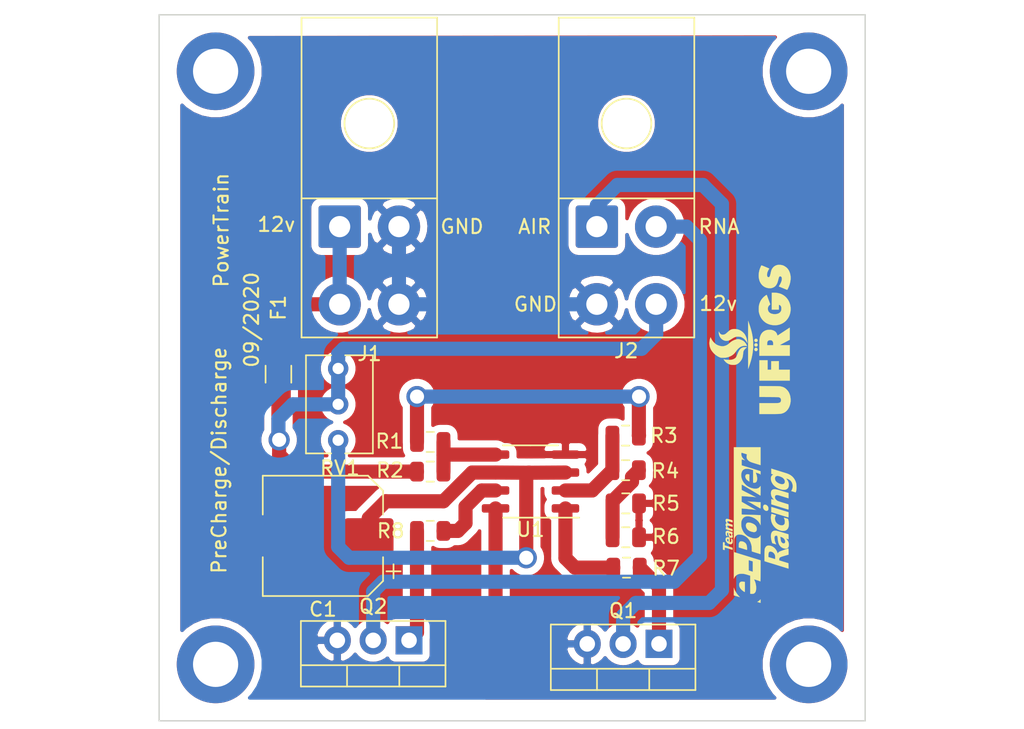
<source format=kicad_pcb>
(kicad_pcb (version 20171130) (host pcbnew "(5.1.5)-3")

  (general
    (thickness 1.6)
    (drawings 13)
    (tracks 101)
    (zones 0)
    (modules 22)
    (nets 15)
  )

  (page A4)
  (layers
    (0 F.Cu signal)
    (31 B.Cu signal)
    (32 B.Adhes user hide)
    (33 F.Adhes user)
    (34 B.Paste user)
    (35 F.Paste user)
    (36 B.SilkS user)
    (37 F.SilkS user)
    (38 B.Mask user)
    (39 F.Mask user)
    (40 Dwgs.User user)
    (41 Cmts.User user)
    (42 Eco1.User user)
    (43 Eco2.User user)
    (44 Edge.Cuts user)
    (45 Margin user)
    (46 B.CrtYd user)
    (47 F.CrtYd user)
    (48 B.Fab user)
    (49 F.Fab user)
  )

  (setup
    (last_trace_width 0.8)
    (user_trace_width 1)
    (trace_clearance 0.2)
    (zone_clearance 0.508)
    (zone_45_only no)
    (trace_min 0.2)
    (via_size 0.8)
    (via_drill 0.4)
    (via_min_size 0.4)
    (via_min_drill 0.3)
    (user_via 1.5 1)
    (uvia_size 0.3)
    (uvia_drill 0.1)
    (uvias_allowed no)
    (uvia_min_size 0.2)
    (uvia_min_drill 0.1)
    (edge_width 0.05)
    (segment_width 0.2)
    (pcb_text_width 0.3)
    (pcb_text_size 1.5 1.5)
    (mod_edge_width 0.12)
    (mod_text_size 1 1)
    (mod_text_width 0.15)
    (pad_size 5.5 5.5)
    (pad_drill 3.2)
    (pad_to_mask_clearance 0.051)
    (solder_mask_min_width 0.25)
    (aux_axis_origin 0 0)
    (visible_elements 7FFFFF7F)
    (pcbplotparams
      (layerselection 0x010fc_ffffffff)
      (usegerberextensions false)
      (usegerberattributes false)
      (usegerberadvancedattributes false)
      (creategerberjobfile false)
      (excludeedgelayer true)
      (linewidth 0.100000)
      (plotframeref false)
      (viasonmask false)
      (mode 1)
      (useauxorigin false)
      (hpglpennumber 1)
      (hpglpenspeed 20)
      (hpglpendiameter 15.000000)
      (psnegative false)
      (psa4output false)
      (plotreference true)
      (plotvalue true)
      (plotinvisibletext false)
      (padsonsilk false)
      (subtractmaskfromsilk false)
      (outputformat 1)
      (mirror false)
      (drillshape 0)
      (scaleselection 1)
      (outputdirectory "GERBERS/"))
  )

  (net 0 "")
  (net 1 Air1-)
  (net 2 +12V)
  (net 3 GND)
  (net 4 Ref)
  (net 5 Rna-)
  (net 6 "Net-(Q2-Pad1)")
  (net 7 S2)
  (net 8 S1)
  (net 9 "Net-(Q1-Pad1)")
  (net 10 "Net-(R2-Pad2)")
  (net 11 "Net-(R3-Pad2)")
  (net 12 "Net-(R7-Pad2)")
  (net 13 "Net-(R8-Pad2)")
  (net 14 "Net-(F1-Pad1)")

  (net_class Default "Esta é a classe de rede padrão."
    (clearance 0.2)
    (trace_width 0.8)
    (via_dia 0.8)
    (via_drill 0.4)
    (uvia_dia 0.3)
    (uvia_drill 0.1)
    (add_net +12V)
    (add_net Air1-)
    (add_net GND)
    (add_net "Net-(F1-Pad1)")
    (add_net "Net-(Q1-Pad1)")
    (add_net "Net-(Q2-Pad1)")
    (add_net "Net-(R2-Pad2)")
    (add_net "Net-(R3-Pad2)")
    (add_net "Net-(R7-Pad2)")
    (add_net "Net-(R8-Pad2)")
    (add_net Ref)
    (add_net Rna-)
    (add_net S1)
    (add_net S2)
  )

  (module Sensor_Voltage:e-Power_logo (layer F.Cu) (tedit 0) (tstamp 5F5A8069)
    (at 187.45 76.15 90)
    (fp_text reference G*** (at 0 0 90) (layer F.SilkS) hide
      (effects (font (size 1.524 1.524) (thickness 0.3)))
    )
    (fp_text value LOGO (at 0.75 0 90) (layer F.SilkS) hide
      (effects (font (size 1.524 1.524) (thickness 0.3)))
    )
    (fp_poly (pts (xy 0.370971 -2.332366) (xy 0.40255 -2.321973) (xy 0.428449 -2.306963) (xy 0.443277 -2.287983)
      (xy 0.450652 -2.259787) (xy 0.450391 -2.220562) (xy 0.442314 -2.168498) (xy 0.426236 -2.101782)
      (xy 0.401977 -2.018603) (xy 0.398248 -2.0066) (xy 0.347458 -1.84404) (xy 0.274061 -1.84103)
      (xy 0.236266 -1.839959) (xy 0.214957 -1.841163) (xy 0.206353 -1.845441) (xy 0.206674 -1.853595)
      (xy 0.207252 -1.855187) (xy 0.217089 -1.88352) (xy 0.229686 -1.923652) (xy 0.243817 -1.971199)
      (xy 0.258258 -2.021776) (xy 0.271782 -2.070999) (xy 0.283163 -2.114482) (xy 0.291177 -2.147842)
      (xy 0.294596 -2.166693) (xy 0.29464 -2.167781) (xy 0.286971 -2.199628) (xy 0.266194 -2.2184)
      (xy 0.235657 -2.22295) (xy 0.198704 -2.212126) (xy 0.185913 -2.205132) (xy 0.168265 -2.192628)
      (xy 0.153178 -2.176821) (xy 0.139215 -2.154765) (xy 0.124938 -2.123517) (xy 0.10891 -2.080133)
      (xy 0.089695 -2.021669) (xy 0.077665 -1.983363) (xy 0.034323 -1.84404) (xy -0.039986 -1.84103)
      (xy -0.078812 -1.840155) (xy -0.10078 -1.841808) (xy -0.109252 -1.846525) (xy -0.108919 -1.85203)
      (xy -0.097296 -1.884823) (xy -0.083203 -1.92833) (xy -0.067913 -1.978149) (xy -0.0527 -2.029876)
      (xy -0.038837 -2.079106) (xy -0.027597 -2.121437) (xy -0.020252 -2.152465) (xy -0.018028 -2.166443)
      (xy -0.024075 -2.197955) (xy -0.041964 -2.216855) (xy -0.068075 -2.223716) (xy -0.098789 -2.21911)
      (xy -0.130485 -2.203611) (xy -0.159544 -2.17779) (xy -0.182346 -2.142221) (xy -0.183205 -2.140314)
      (xy -0.193523 -2.113746) (xy -0.207612 -2.073054) (xy -0.223663 -2.023654) (xy -0.239868 -1.970961)
      (xy -0.24079 -1.967865) (xy -0.279114 -1.83896) (xy -0.424477 -1.83896) (xy -0.373683 -2.00406)
      (xy -0.354849 -2.065225) (xy -0.336222 -2.125621) (xy -0.319423 -2.180003) (xy -0.306071 -2.223123)
      (xy -0.30074 -2.24028) (xy -0.278591 -2.3114) (xy -0.205921 -2.314374) (xy -0.13325 -2.317347)
      (xy -0.142825 -2.283961) (xy -0.149268 -2.260689) (xy -0.152355 -2.247951) (xy -0.1524 -2.247489)
      (xy -0.145298 -2.251305) (xy -0.127205 -2.264469) (xy -0.1143 -2.27447) (xy -0.072112 -2.301182)
      (xy -0.024419 -2.321198) (xy 0.021756 -2.332155) (xy 0.057223 -2.332139) (xy 0.09107 -2.320378)
      (xy 0.120103 -2.301002) (xy 0.138589 -2.278542) (xy 0.14224 -2.264943) (xy 0.144147 -2.249965)
      (xy 0.151914 -2.247473) (xy 0.168609 -2.258163) (xy 0.189203 -2.27557) (xy 0.22662 -2.300163)
      (xy 0.273613 -2.319634) (xy 0.322257 -2.331506) (xy 0.364629 -2.333302) (xy 0.370971 -2.332366)) (layer F.SilkS) (width 0.01))
    (fp_poly (pts (xy -1.374013 -2.519588) (xy -1.311147 -2.519217) (xy -1.26424 -2.518431) (xy -1.231112 -2.517093)
      (xy -1.209582 -2.515063) (xy -1.197469 -2.512206) (xy -1.192594 -2.508383) (xy -1.192776 -2.503456)
      (xy -1.192897 -2.503132) (xy -1.19924 -2.483304) (xy -1.207521 -2.453465) (xy -1.21043 -2.442172)
      (xy -1.221613 -2.39776) (xy -1.419619 -2.39776) (xy -1.43629 -2.34442) (xy -1.444185 -2.319108)
      (xy -1.456981 -2.278028) (xy -1.473545 -2.224819) (xy -1.492743 -2.163119) (xy -1.513446 -2.096564)
      (xy -1.522465 -2.06756) (xy -1.59197 -1.84404) (xy -1.665497 -1.841039) (xy -1.70336 -1.839949)
      (xy -1.724866 -1.841129) (xy -1.733932 -1.845451) (xy -1.734472 -1.853789) (xy -1.733828 -1.856279)
      (xy -1.726614 -1.880716) (xy -1.714569 -1.920551) (xy -1.698922 -1.971789) (xy -1.680903 -2.030432)
      (xy -1.661743 -2.092484) (xy -1.642671 -2.15395) (xy -1.624918 -2.210831) (xy -1.614459 -2.244115)
      (xy -1.599538 -2.292457) (xy -1.587182 -2.334455) (xy -1.578564 -2.365968) (xy -1.57486 -2.38286)
      (xy -1.5748 -2.383815) (xy -1.579512 -2.390759) (xy -1.595706 -2.395081) (xy -1.626472 -2.397253)
      (xy -1.66624 -2.39776) (xy -1.706509 -2.398452) (xy -1.737729 -2.400305) (xy -1.755369 -2.402986)
      (xy -1.75768 -2.404488) (xy -1.754847 -2.417175) (xy -1.747543 -2.442789) (xy -1.740585 -2.465448)
      (xy -1.72349 -2.519681) (xy -1.455018 -2.519681) (xy -1.374013 -2.519588)) (layer F.SilkS) (width 0.01))
    (fp_poly (pts (xy -0.501299 -2.329775) (xy -0.451912 -2.314509) (xy -0.416632 -2.286854) (xy -0.397066 -2.248364)
      (xy -0.393253 -2.229497) (xy -0.392353 -2.208738) (xy -0.39495 -2.18322) (xy -0.401628 -2.150078)
      (xy -0.412972 -2.106445) (xy -0.429566 -2.049456) (xy -0.451993 -1.976246) (xy -0.45361 -1.97104)
      (xy -0.493079 -1.84404) (xy -0.5615 -1.841036) (xy -0.595783 -1.840193) (xy -0.620332 -1.840851)
      (xy -0.629917 -1.842867) (xy -0.62992 -1.842915) (xy -0.626688 -1.855017) (xy -0.620012 -1.873859)
      (xy -0.614254 -1.892716) (xy -0.614635 -1.89992) (xy -0.624745 -1.894547) (xy -0.646048 -1.880691)
      (xy -0.665344 -1.867372) (xy -0.699131 -1.846856) (xy -0.73249 -1.83581) (xy -0.774861 -1.830829)
      (xy -0.812938 -1.829711) (xy -0.838208 -1.83323) (xy -0.85793 -1.842821) (xy -0.86614 -1.848875)
      (xy -0.883176 -1.865318) (xy -0.891453 -1.884538) (xy -0.893878 -1.914346) (xy -0.893913 -1.923518)
      (xy -0.886356 -1.971175) (xy -0.75184 -1.971175) (xy -0.744112 -1.94368) (xy -0.723253 -1.928384)
      (xy -0.692757 -1.925795) (xy -0.656115 -1.936422) (xy -0.627227 -1.953003) (xy -0.591998 -1.989834)
      (xy -0.566271 -2.044194) (xy -0.564357 -2.050178) (xy -0.561562 -2.066951) (xy -0.571627 -2.070108)
      (xy -0.58085 -2.068512) (xy -0.605204 -2.064232) (xy -0.639075 -2.059167) (xy -0.654056 -2.057141)
      (xy -0.701009 -2.044087) (xy -0.733782 -2.020044) (xy -0.750273 -1.98686) (xy -0.75184 -1.971175)
      (xy -0.886356 -1.971175) (xy -0.884162 -1.985007) (xy -0.855846 -2.038836) (xy -0.809753 -2.083537)
      (xy -0.806844 -2.085613) (xy -0.778392 -2.10218) (xy -0.743814 -2.114734) (xy -0.697367 -2.125129)
      (xy -0.66977 -2.129799) (xy -0.614028 -2.138654) (xy -0.575261 -2.145304) (xy -0.55039 -2.150816)
      (xy -0.536336 -2.156256) (xy -0.530019 -2.162691) (xy -0.52836 -2.171188) (xy -0.52832 -2.178788)
      (xy -0.536822 -2.208062) (xy -0.560936 -2.226933) (xy -0.598583 -2.234984) (xy -0.647678 -2.231801)
      (xy -0.70614 -2.216966) (xy -0.711092 -2.215287) (xy -0.741347 -2.20531) (xy -0.762487 -2.199221)
      (xy -0.76907 -2.198244) (xy -0.768962 -2.210163) (xy -0.762348 -2.233016) (xy -0.752018 -2.259669)
      (xy -0.740758 -2.282985) (xy -0.731356 -2.295828) (xy -0.730823 -2.296159) (xy -0.714387 -2.302034)
      (xy -0.684005 -2.310407) (xy -0.645633 -2.319663) (xy -0.637181 -2.321554) (xy -0.56349 -2.332256)
      (xy -0.501299 -2.329775)) (layer F.SilkS) (width 0.01))
    (fp_poly (pts (xy -0.963415 -2.33081) (xy -0.904169 -2.311361) (xy -0.903346 -2.310938) (xy -0.871518 -2.283597)
      (xy -0.85123 -2.242514) (xy -0.843164 -2.191121) (xy -0.848002 -2.132853) (xy -0.859389 -2.089944)
      (xy -0.875498 -2.042668) (xy -1.1938 -2.03708) (xy -1.1938 -2.002617) (xy -1.185784 -1.967361)
      (xy -1.161498 -1.943478) (xy -1.120586 -1.93074) (xy -1.078762 -1.928362) (xy -1.037991 -1.931609)
      (xy -0.999067 -1.939003) (xy -0.98044 -1.944986) (xy -0.94271 -1.96075) (xy -0.949629 -1.932875)
      (xy -0.962893 -1.891205) (xy -0.980184 -1.864869) (xy -1.005716 -1.848883) (xy -1.02624 -1.842318)
      (xy -1.0821 -1.832366) (xy -1.142129 -1.829204) (xy -1.199609 -1.832625) (xy -1.247823 -1.842421)
      (xy -1.266606 -1.849768) (xy -1.306249 -1.879749) (xy -1.330883 -1.921928) (xy -1.340279 -1.97456)
      (xy -1.334209 -2.0359) (xy -1.312444 -2.104201) (xy -1.302736 -2.125965) (xy -1.290356 -2.146367)
      (xy -1.158247 -2.146367) (xy -1.154056 -2.133303) (xy -1.131922 -2.126231) (xy -1.090893 -2.123599)
      (xy -1.071629 -2.12344) (xy -1.029586 -2.123717) (xy -1.00333 -2.125414) (xy -0.988325 -2.12983)
      (xy -0.980038 -2.138267) (xy -0.974184 -2.15138) (xy -0.969062 -2.185979) (xy -0.981796 -2.212747)
      (xy -1.010665 -2.229294) (xy -1.033113 -2.233196) (xy -1.059701 -2.233174) (xy -1.080621 -2.226136)
      (xy -1.103644 -2.208683) (xy -1.116609 -2.196669) (xy -1.145447 -2.166973) (xy -1.158247 -2.146367)
      (xy -1.290356 -2.146367) (xy -1.262965 -2.191502) (xy -1.212519 -2.246316) (xy -1.154369 -2.28903)
      (xy -1.091488 -2.318268) (xy -1.026846 -2.332654) (xy -0.963415 -2.33081)) (layer F.SilkS) (width 0.01))
    (fp_poly (pts (xy -4.695983 -1.746764) (xy -4.42468 -1.746008) (xy -4.49072 -1.722826) (xy -4.606526 -1.67443)
      (xy -4.725096 -1.610509) (xy -4.841302 -1.534264) (xy -4.950014 -1.448895) (xy -4.995954 -1.407574)
      (xy -5.088945 -1.320035) (xy -5.068858 -1.388998) (xy -5.057196 -1.429474) (xy -5.042447 -1.481281)
      (xy -5.026954 -1.536168) (xy -5.018976 -1.56464) (xy -5.005474 -1.612882) (xy -4.992825 -1.657895)
      (xy -4.982746 -1.693582) (xy -4.978233 -1.70942) (xy -4.967285 -1.74752) (xy -4.695983 -1.746764)) (layer F.SilkS) (width 0.01))
    (fp_poly (pts (xy -4.168935 -1.367762) (xy -4.103857 -1.352802) (xy -4.05349 -1.324225) (xy -4.017444 -1.281799)
      (xy -3.99533 -1.225292) (xy -3.993519 -1.217196) (xy -3.988253 -1.187614) (xy -3.986131 -1.160317)
      (xy -3.987455 -1.13012) (xy -3.992528 -1.091843) (xy -4.001651 -1.040302) (xy -4.004814 -1.02362)
      (xy -4.015977 -0.9652) (xy -4.370189 -0.9652) (xy -4.466544 -0.965317) (xy -4.544392 -0.965714)
      (xy -4.60554 -0.966463) (xy -4.651802 -0.967634) (xy -4.684985 -0.9693) (xy -4.706902 -0.971531)
      (xy -4.719362 -0.974399) (xy -4.724176 -0.977975) (xy -4.7244 -0.979137) (xy -4.718087 -0.998485)
      (xy -4.70093 -1.029286) (xy -4.675607 -1.067822) (xy -4.644794 -1.110377) (xy -4.61117 -1.153232)
      (xy -4.577411 -1.192672) (xy -4.549919 -1.221405) (xy -4.471178 -1.287614) (xy -4.391208 -1.334072)
      (xy -4.308852 -1.361349) (xy -4.249111 -1.369337) (xy -4.168935 -1.367762)) (layer F.SilkS) (width 0.01))
    (fp_poly (pts (xy -1.367674 -1.39936) (xy -1.303438 -1.392972) (xy -1.252063 -1.379901) (xy -1.210142 -1.359339)
      (xy -1.180428 -1.336319) (xy -1.143 -1.301995) (xy -1.143 -1.212338) (xy -1.143865 -1.165343)
      (xy -1.147546 -1.130633) (xy -1.155677 -1.100208) (xy -1.169891 -1.066065) (xy -1.175152 -1.054816)
      (xy -1.216115 -0.983021) (xy -1.265279 -0.925165) (xy -1.32443 -0.880347) (xy -1.395351 -0.847665)
      (xy -1.479827 -0.82622) (xy -1.579644 -0.815109) (xy -1.654225 -0.813002) (xy -1.698353 -0.813094)
      (xy -1.725718 -0.81421) (xy -1.73988 -0.81727) (xy -1.744394 -0.823191) (xy -1.74282 -0.832892)
      (xy -1.741999 -0.83566) (xy -1.736192 -0.854526) (xy -1.725876 -0.887665) (xy -1.712647 -0.929969)
      (xy -1.701594 -0.9652) (xy -1.684169 -1.021009) (xy -1.663811 -1.086731) (xy -1.643468 -1.152831)
      (xy -1.630942 -1.1938) (xy -1.61535 -1.244859) (xy -1.600654 -1.292751) (xy -1.588547 -1.331976)
      (xy -1.580933 -1.35636) (xy -1.568062 -1.397) (xy -1.44818 -1.399874) (xy -1.367674 -1.39936)) (layer F.SilkS) (width 0.01))
    (fp_poly (pts (xy 1.70688 -0.77724) (xy 1.7018 -0.77216) (xy 1.69672 -0.77724) (xy 1.7018 -0.78232)
      (xy 1.70688 -0.77724)) (layer F.SilkS) (width 0.01))
    (fp_poly (pts (xy 3.517013 -0.927289) (xy 3.563995 -0.905433) (xy 3.596536 -0.869813) (xy 3.614226 -0.821088)
      (xy 3.61665 -0.759918) (xy 3.605593 -0.69538) (xy 3.594227 -0.65024) (xy 3.098085 -0.65024)
      (xy 3.109953 -0.6731) (xy 3.138521 -0.720217) (xy 3.175725 -0.770617) (xy 3.216243 -0.817775)
      (xy 3.254755 -0.855163) (xy 3.265129 -0.863502) (xy 3.332484 -0.9056) (xy 3.399139 -0.928875)
      (xy 3.456003 -0.93472) (xy 3.517013 -0.927289)) (layer F.SilkS) (width 0.01))
    (fp_poly (pts (xy 1.9812 -0.15748) (xy 1.97612 -0.1524) (xy 1.97104 -0.15748) (xy 1.97612 -0.16256)
      (xy 1.9812 -0.15748)) (layer F.SilkS) (width 0.01))
    (fp_poly (pts (xy 1.083733 -0.169334) (xy 1.084949 -0.157276) (xy 1.083733 -0.155787) (xy 1.077693 -0.157182)
      (xy 1.07696 -0.16256) (xy 1.080677 -0.170923) (xy 1.083733 -0.169334)) (layer F.SilkS) (width 0.01))
    (fp_poly (pts (xy 0.049226 -0.889293) (xy 0.107752 -0.869221) (xy 0.151166 -0.83558) (xy 0.179458 -0.788391)
      (xy 0.192616 -0.727672) (xy 0.190629 -0.653443) (xy 0.173486 -0.565726) (xy 0.168233 -0.546548)
      (xy 0.128355 -0.430888) (xy 0.080064 -0.333486) (xy 0.023425 -0.254426) (xy -0.041499 -0.193788)
      (xy -0.114644 -0.151654) (xy -0.15199 -0.138224) (xy -0.21229 -0.126405) (xy -0.277564 -0.123481)
      (xy -0.337979 -0.129663) (xy -0.3556 -0.133858) (xy -0.408515 -0.158561) (xy -0.448501 -0.197758)
      (xy -0.474378 -0.24936) (xy -0.484965 -0.311283) (xy -0.482771 -0.358683) (xy -0.461322 -0.472446)
      (xy -0.427686 -0.575445) (xy -0.382955 -0.666399) (xy -0.328222 -0.744028) (xy -0.264579 -0.807052)
      (xy -0.193119 -0.85419) (xy -0.114935 -0.884163) (xy -0.03112 -0.895689) (xy -0.024401 -0.895776)
      (xy 0.049226 -0.889293)) (layer F.SilkS) (width 0.01))
    (fp_poly (pts (xy 1.692256 -0.748855) (xy 1.688709 -0.724972) (xy 1.686065 -0.711071) (xy 1.683829 -0.692841)
      (xy 1.680694 -0.657129) (xy 1.676834 -0.606748) (xy 1.67242 -0.544509) (xy 1.667625 -0.473223)
      (xy 1.662621 -0.395701) (xy 1.657581 -0.314754) (xy 1.652677 -0.233194) (xy 1.648082 -0.153831)
      (xy 1.643968 -0.079477) (xy 1.640507 -0.012942) (xy 1.637871 0.042961) (xy 1.636234 0.085422)
      (xy 1.635756 0.10922) (xy 1.63576 0.14224) (xy 1.41224 0.14224) (xy 1.347307 0.141973)
      (xy 1.28979 0.141228) (xy 1.242589 0.140083) (xy 1.208602 0.138619) (xy 1.190731 0.136915)
      (xy 1.18872 0.136091) (xy 1.193734 0.125727) (xy 1.208314 0.099034) (xy 1.231767 0.057222)
      (xy 1.2634 0.001501) (xy 1.30252 -0.066918) (xy 1.348434 -0.146825) (xy 1.400448 -0.237009)
      (xy 1.457869 -0.33626) (xy 1.520005 -0.443366) (xy 1.554621 -0.50292) (xy 1.585827 -0.557399)
      (xy 1.615131 -0.610061) (xy 1.640214 -0.656631) (xy 1.65876 -0.692833) (xy 1.666294 -0.70897)
      (xy 1.67911 -0.737265) (xy 1.688681 -0.755525) (xy 1.692306 -0.759641) (xy 1.692256 -0.748855)) (layer F.SilkS) (width 0.01))
    (fp_poly (pts (xy 5.52704 0.14224) (xy 4.260136 0.14224) (xy 4.298265 0.01778) (xy 4.313684 -0.032565)
      (xy 4.333297 -0.096629) (xy 4.355358 -0.168701) (xy 4.378116 -0.243068) (xy 4.398559 -0.30988)
      (xy 4.427917 -0.403479) (xy 4.453851 -0.48017) (xy 4.477688 -0.542806) (xy 4.500752 -0.594237)
      (xy 4.52437 -0.637314) (xy 4.549867 -0.674888) (xy 4.578568 -0.709808) (xy 4.590714 -0.723108)
      (xy 4.651664 -0.779606) (xy 4.713127 -0.817808) (xy 4.778896 -0.839473) (xy 4.852761 -0.84636)
      (xy 4.85648 -0.846349) (xy 4.911286 -0.843017) (xy 4.956737 -0.834492) (xy 4.972578 -0.829091)
      (xy 4.99872 -0.820455) (xy 5.016778 -0.81875) (xy 5.019955 -0.820187) (xy 5.025741 -0.83252)
      (xy 5.035805 -0.860221) (xy 5.04904 -0.899674) (xy 5.064343 -0.947263) (xy 5.080607 -0.999375)
      (xy 5.096728 -1.052392) (xy 5.1116 -1.102701) (xy 5.124118 -1.146685) (xy 5.133178 -1.18073)
      (xy 5.137674 -1.201221) (xy 5.137735 -1.205492) (xy 5.121985 -1.21115) (xy 5.091731 -1.214854)
      (xy 5.052708 -1.216462) (xy 5.010652 -1.215831) (xy 4.971298 -1.212816) (xy 4.953 -1.210112)
      (xy 4.864906 -1.183529) (xy 4.781102 -1.137166) (xy 4.701782 -1.071142) (xy 4.658789 -1.024921)
      (xy 4.634577 -0.997314) (xy 4.615964 -0.977404) (xy 4.606317 -0.968759) (xy 4.605745 -0.968709)
      (xy 4.607531 -0.978852) (xy 4.614405 -1.004363) (xy 4.625244 -1.041264) (xy 4.637398 -1.08073)
      (xy 4.653098 -1.133518) (xy 4.661517 -1.169075) (xy 4.662971 -1.189017) (xy 4.659676 -1.194701)
      (xy 4.646205 -1.195985) (xy 4.615714 -1.196855) (xy 4.571499 -1.197281) (xy 4.516857 -1.197235)
      (xy 4.455084 -1.196688) (xy 4.445552 -1.196563) (xy 4.243477 -1.1938) (xy 4.230842 -1.15316)
      (xy 4.215124 -1.102484) (xy 4.194571 -1.036034) (xy 4.170308 -0.957463) (xy 4.143462 -0.870423)
      (xy 4.115157 -0.778567) (xy 4.08652 -0.685547) (xy 4.058675 -0.595016) (xy 4.032749 -0.510627)
      (xy 4.013241 -0.44704) (xy 3.988723 -0.36731) (xy 3.962247 -0.281637) (xy 3.935658 -0.195969)
      (xy 3.910804 -0.116251) (xy 3.88953 -0.048429) (xy 3.884669 -0.03302) (xy 3.829287 0.142239)
      (xy 3.695183 0.141252) (xy 3.641231 0.140763) (xy 3.605314 0.139968) (xy 3.58515 0.138472)
      (xy 3.578455 0.135877) (xy 3.582946 0.131787) (xy 3.596339 0.125806) (xy 3.599286 0.124593)
      (xy 3.617912 0.115863) (xy 3.631081 0.10496) (xy 3.641613 0.087375) (xy 3.652331 0.058599)
      (xy 3.663857 0.02144) (xy 3.678659 -0.026978) (xy 3.694075 -0.076294) (xy 3.707222 -0.117305)
      (xy 3.709471 -0.12414) (xy 3.719757 -0.15668) (xy 3.726741 -0.181634) (xy 3.72872 -0.191829)
      (xy 3.720082 -0.192559) (xy 3.696948 -0.186467) (xy 3.663488 -0.174766) (xy 3.6449 -0.167478)
      (xy 3.55613 -0.136715) (xy 3.466309 -0.11512) (xy 3.378078 -0.102605) (xy 3.294082 -0.099084)
      (xy 3.216965 -0.104469) (xy 3.149369 -0.118675) (xy 3.09394 -0.141615) (xy 3.053321 -0.173201)
      (xy 3.042453 -0.187246) (xy 3.021037 -0.236056) (xy 3.012084 -0.294664) (xy 3.013986 -0.33782)
      (xy 3.020137 -0.38608) (xy 3.464509 -0.38608) (xy 3.908881 -0.386081) (xy 3.941609 -0.489324)
      (xy 3.966293 -0.571065) (xy 3.983754 -0.639419) (xy 3.994869 -0.699635) (xy 4.000519 -0.756959)
      (xy 4.001581 -0.816641) (xy 4.000885 -0.84328) (xy 3.995472 -0.915339) (xy 3.98377 -0.973432)
      (xy 3.963781 -1.023454) (xy 3.93351 -1.0713) (xy 3.916106 -1.093563) (xy 3.869768 -1.136377)
      (xy 3.807862 -1.172862) (xy 3.734677 -1.201004) (xy 3.654501 -1.21879) (xy 3.64744 -1.219768)
      (xy 3.522041 -1.22615) (xy 3.396229 -1.212692) (xy 3.271542 -1.17978) (xy 3.149518 -1.127798)
      (xy 3.051134 -1.070296) (xy 2.999559 -1.031979) (xy 2.942278 -0.982584) (xy 2.884904 -0.92752)
      (xy 2.83305 -0.872191) (xy 2.792329 -0.822004) (xy 2.790069 -0.818862) (xy 2.722193 -0.709974)
      (xy 2.666644 -0.592648) (xy 2.62489 -0.471184) (xy 2.598397 -0.349881) (xy 2.588633 -0.233038)
      (xy 2.588611 -0.2286) (xy 2.595452 -0.133216) (xy 2.616856 -0.051064) (xy 2.653612 0.019562)
      (xy 2.70651 0.080372) (xy 2.746664 0.113101) (xy 2.786888 0.14224) (xy 2.445004 0.14224)
      (xy 2.363957 0.142093) (xy 2.28977 0.141675) (xy 2.224789 0.141023) (xy 2.171358 0.140171)
      (xy 2.131821 0.139154) (xy 2.108525 0.138008) (xy 2.10312 0.137097) (xy 2.108168 0.127575)
      (xy 2.122614 0.102397) (xy 2.145407 0.063333) (xy 2.175497 0.012154) (xy 2.211833 -0.049367)
      (xy 2.253366 -0.119459) (xy 2.299044 -0.196351) (xy 2.347818 -0.278272) (xy 2.398637 -0.36345)
      (xy 2.450452 -0.450114) (xy 2.502211 -0.536492) (xy 2.524751 -0.57404) (xy 2.59529 -0.691689)
      (xy 2.659438 -0.799093) (xy 2.716669 -0.895359) (xy 2.766459 -0.979592) (xy 2.808283 -1.050897)
      (xy 2.841617 -1.108381) (xy 2.865936 -1.151148) (xy 2.880714 -1.178305) (xy 2.88544 -1.18884)
      (xy 2.875339 -1.192889) (xy 2.845185 -1.195597) (xy 2.795201 -1.196954) (xy 2.72561 -1.196952)
      (xy 2.691748 -1.19656) (xy 2.498057 -1.1938) (xy 2.431625 -1.0668) (xy 2.412158 -1.029279)
      (xy 2.384967 -0.97642) (xy 2.351483 -0.911029) (xy 2.313135 -0.835909) (xy 2.271356 -0.753863)
      (xy 2.227576 -0.667697) (xy 2.183225 -0.580214) (xy 2.172386 -0.5588) (xy 2.13167 -0.478505)
      (xy 2.094163 -0.404848) (xy 2.060767 -0.339582) (xy 2.032386 -0.284457) (xy 2.009924 -0.241224)
      (xy 1.994284 -0.211636) (xy 1.986369 -0.197441) (xy 1.985663 -0.196915) (xy 1.989792 -0.218066)
      (xy 1.99493 -0.258001) (xy 2.000957 -0.315216) (xy 2.007748 -0.388207) (xy 2.015181 -0.475469)
      (xy 2.023133 -0.575498) (xy 2.031481 -0.686789) (xy 2.040103 -0.807839) (xy 2.048876 -0.937142)
      (xy 2.057677 -1.073196) (xy 2.059351 -1.09982) (xy 2.065549 -1.198881) (xy 1.863354 -1.198797)
      (xy 1.66116 -1.198713) (xy 1.64024 -1.160697) (xy 1.631022 -1.144325) (xy 1.612773 -1.112252)
      (xy 1.586591 -1.066393) (xy 1.55357 -1.008664) (xy 1.514808 -0.94098) (xy 1.471401 -0.865256)
      (xy 1.424444 -0.783408) (xy 1.377154 -0.70104) (xy 1.3276 -0.614602) (xy 1.280415 -0.531989)
      (xy 1.236721 -0.455191) (xy 1.197641 -0.386193) (xy 1.164298 -0.326982) (xy 1.137813 -0.279545)
      (xy 1.119309 -0.245868) (xy 1.110229 -0.2286) (xy 1.098049 -0.2058) (xy 1.091106 -0.197252)
      (xy 1.090681 -0.2032) (xy 1.095282 -0.226919) (xy 1.099525 -0.252271) (xy 1.103729 -0.282008)
      (xy 1.108212 -0.31888) (xy 1.113294 -0.365638) (xy 1.119294 -0.425035) (xy 1.126529 -0.499821)
      (xy 1.133081 -0.56896) (xy 1.140832 -0.650552) (xy 1.1489 -0.734321) (xy 1.15681 -0.815429)
      (xy 1.164089 -0.889036) (xy 1.170262 -0.950304) (xy 1.173376 -0.98044) (xy 1.178894 -1.035593)
      (xy 1.183522 -1.086717) (xy 1.186841 -1.128808) (xy 1.188432 -1.156857) (xy 1.188508 -1.16078)
      (xy 1.18872 -1.19888) (xy 0.763733 -1.19888) (xy 0.75823 -1.12522) (xy 0.756737 -1.098633)
      (xy 0.754841 -1.054433) (xy 0.752633 -0.995321) (xy 0.750205 -0.923997) (xy 0.747647 -0.843163)
      (xy 0.745052 -0.75552) (xy 0.742509 -0.663768) (xy 0.742015 -0.64516) (xy 0.739378 -0.546591)
      (xy 0.736622 -0.446154) (xy 0.733852 -0.347575) (xy 0.731177 -0.254577) (xy 0.728702 -0.170884)
      (xy 0.726536 -0.10022) (xy 0.724852 -0.04826) (xy 0.7184 0.14224) (xy 0.36174 0.142231)
      (xy 0.00508 0.142223) (xy 0.068323 0.112304) (xy 0.185899 0.045581) (xy 0.293053 -0.037878)
      (xy 0.388631 -0.136725) (xy 0.471482 -0.249615) (xy 0.540453 -0.3752) (xy 0.589136 -0.496282)
      (xy 0.621926 -0.614805) (xy 0.637405 -0.725024) (xy 0.635854 -0.826271) (xy 0.617552 -0.917877)
      (xy 0.58278 -0.999172) (xy 0.531819 -1.069486) (xy 0.464948 -1.128151) (xy 0.382449 -1.174497)
      (xy 0.291842 -1.205983) (xy 0.249103 -1.213692) (xy 0.191632 -1.219056) (xy 0.124888 -1.222026)
      (xy 0.054329 -1.222553) (xy -0.014587 -1.220586) (xy -0.0764 -1.216077) (xy -0.12192 -1.209716)
      (xy -0.241026 -1.178149) (xy -0.359921 -1.130127) (xy -0.472032 -1.06849) (xy -0.514241 -1.040135)
      (xy -0.564503 -0.999903) (xy -0.619467 -0.948677) (xy -0.673762 -0.892057) (xy -0.722019 -0.835646)
      (xy -0.758866 -0.785045) (xy -0.758976 -0.784872) (xy -0.808279 -0.697277) (xy -0.852339 -0.598724)
      (xy -0.888875 -0.495628) (xy -0.915601 -0.394401) (xy -0.929922 -0.3048) (xy -0.93029 -0.213185)
      (xy -0.914602 -0.124805) (xy -0.884219 -0.042899) (xy -0.840504 0.029294) (xy -0.784821 0.088536)
      (xy -0.754978 0.110935) (xy -0.707717 0.14224) (xy -1.374939 0.14224) (xy -1.489324 0.14216)
      (xy -1.597515 0.141929) (xy -1.697833 0.141561) (xy -1.788601 0.141069) (xy -1.868139 0.140467)
      (xy -1.934769 0.139768) (xy -1.986812 0.138987) (xy -2.02259 0.138136) (xy -2.040424 0.137229)
      (xy -2.04216 0.136839) (xy -2.03922 0.12504) (xy -2.031587 0.0999) (xy -2.02303 0.073339)
      (xy -2.013594 0.044057) (xy -1.99965 -0.000021) (xy -1.982651 -0.054263) (xy -1.964049 -0.114041)
      (xy -1.950612 -0.15748) (xy -1.931372 -0.219689) (xy -1.912352 -0.280923) (xy -1.895117 -0.336156)
      (xy -1.881235 -0.380363) (xy -1.874587 -0.40132) (xy -1.85185 -0.47244) (xy -1.685385 -0.478734)
      (xy -1.610097 -0.481872) (xy -1.550598 -0.485253) (xy -1.502362 -0.489438) (xy -1.46086 -0.494984)
      (xy -1.421565 -0.502451) (xy -1.379949 -0.512398) (xy -1.35128 -0.519979) (xy -1.21344 -0.566658)
      (xy -1.08898 -0.628337) (xy -0.978321 -0.704629) (xy -0.881883 -0.795143) (xy -0.800084 -0.89949)
      (xy -0.733343 -1.017281) (xy -0.685363 -1.13792) (xy -0.67205 -1.181997) (xy -0.663521 -1.22092)
      (xy -0.65872 -1.262049) (xy -0.656593 -1.312742) (xy -0.656223 -1.34112) (xy -0.656198 -1.393057)
      (xy -0.65764 -1.430133) (xy -0.661402 -1.457798) (xy -0.668339 -1.481503) (xy -0.679306 -1.506699)
      (xy -0.683563 -1.515472) (xy -0.727428 -1.582261) (xy -0.787776 -1.637442) (xy -0.864733 -1.681103)
      (xy -0.958422 -1.713333) (xy -0.96257 -1.714399) (xy -0.981827 -1.718729) (xy -1.003658 -1.722296)
      (xy -1.030136 -1.725172) (xy -1.06333 -1.727431) (xy -1.105312 -1.729144) (xy -1.158152 -1.730384)
      (xy -1.223923 -1.731224) (xy -1.304694 -1.731737) (xy -1.402537 -1.731994) (xy -1.466525 -1.732054)
      (xy -1.901809 -1.73228) (xy -1.955676 -1.55956) (xy -1.974615 -1.498707) (xy -1.99784 -1.423893)
      (xy -2.023657 -1.340577) (xy -2.050376 -1.254221) (xy -2.076305 -1.170284) (xy -2.087856 -1.13284)
      (xy -2.112398 -1.053269) (xy -2.138133 -0.969881) (xy -2.163472 -0.887819) (xy -2.186827 -0.812227)
      (xy -2.206611 -0.748247) (xy -2.214932 -0.72136) (xy -2.232238 -0.665418) (xy -2.253936 -0.595198)
      (xy -2.278439 -0.515844) (xy -2.304158 -0.432498) (xy -2.329505 -0.350306) (xy -2.341965 -0.30988)
      (xy -2.365056 -0.234976) (xy -2.388016 -0.160551) (xy -2.409596 -0.090655) (xy -2.428545 -0.029334)
      (xy -2.443613 0.019364) (xy -2.450997 0.04318) (xy -2.481759 0.14224) (xy -3.23478 0.142084)
      (xy -3.356084 0.141953) (xy -3.471003 0.141624) (xy -3.577993 0.141114) (xy -3.67551 0.140439)
      (xy -3.762008 0.139617) (xy -3.835942 0.138666) (xy -3.895769 0.137601) (xy -3.939943 0.136441)
      (xy -3.96692 0.135202) (xy -3.975155 0.133902) (xy -3.975115 0.133873) (xy -3.968654 0.122414)
      (xy -3.957657 0.095145) (xy -3.943203 0.055424) (xy -3.926366 0.006607) (xy -3.908224 -0.047949)
      (xy -3.889853 -0.104888) (xy -3.872329 -0.160851) (xy -3.856728 -0.212482) (xy -3.844128 -0.256424)
      (xy -3.835604 -0.289321) (xy -3.832234 -0.307815) (xy -3.832626 -0.310493) (xy -3.844127 -0.309532)
      (xy -3.867548 -0.300871) (xy -3.88773 -0.291395) (xy -3.986392 -0.248529) (xy -4.093896 -0.21429)
      (xy -4.20643 -0.189089) (xy -4.32018 -0.173337) (xy -4.431332 -0.167445) (xy -4.536073 -0.171824)
      (xy -4.630589 -0.186883) (xy -4.691007 -0.204884) (xy -4.747625 -0.234234) (xy -4.795845 -0.274969)
      (xy -4.831171 -0.322695) (xy -4.845113 -0.355462) (xy -4.853518 -0.398718) (xy -4.854314 -0.40894)
      (xy -3.291512 -0.40894) (xy -3.281806 -0.408362) (xy -3.254036 -0.407834) (xy -3.210459 -0.407372)
      (xy -3.153332 -0.40699) (xy -3.084911 -0.406705) (xy -3.007452 -0.40653) (xy -2.92354 -0.406482)
      (xy -2.55524 -0.406564) (xy -2.516367 -0.536022) (xy -2.501486 -0.585662) (xy -2.488434 -0.629357)
      (xy -2.478479 -0.66285) (xy -2.472891 -0.681879) (xy -2.472461 -0.683388) (xy -2.472111 -0.688067)
      (xy -2.475234 -0.691827) (xy -2.483743 -0.694749) (xy -2.499546 -0.696914) (xy -2.524556 -0.6984)
      (xy -2.560683 -0.69929) (xy -2.609836 -0.699662) (xy -2.673928 -0.699599) (xy -2.754867 -0.699179)
      (xy -2.834786 -0.698628) (xy -3.202142 -0.69596) (xy -3.246663 -0.55372) (xy -3.262368 -0.50345)
      (xy -3.275688 -0.460627) (xy -3.285551 -0.42872) (xy -3.29088 -0.4112) (xy -3.291512 -0.40894)
      (xy -4.854314 -0.40894) (xy -4.857713 -0.452532) (xy -4.857408 -0.507525) (xy -4.852317 -0.554318)
      (xy -4.851352 -0.559021) (xy -4.844706 -0.58928) (xy -3.568879 -0.58928) (xy -3.537605 -0.68834)
      (xy -3.505257 -0.792995) (xy -3.479858 -0.880152) (xy -3.461013 -0.951261) (xy -3.448327 -1.007768)
      (xy -3.444405 -1.029535) (xy -3.437965 -1.086057) (xy -3.434707 -1.152175) (xy -3.434533 -1.221772)
      (xy -3.437342 -1.288731) (xy -3.443036 -1.346936) (xy -3.450176 -1.385374) (xy -3.484429 -1.480345)
      (xy -3.534776 -1.56463) (xy -3.599697 -1.636329) (xy -3.677673 -1.69354) (xy -3.7105 -1.711129)
      (xy -3.7846 -1.747182) (xy 5.52704 -1.74752) (xy 5.52704 0.14224)) (layer F.SilkS) (width 0.01))
    (fp_poly (pts (xy -5.426259 -0.083437) (xy -5.414298 -0.066257) (xy -5.40031 -0.040926) (xy -5.379137 -0.006775)
      (xy -5.34871 0.033285) (xy -5.314924 0.071614) (xy -5.308228 0.078454) (xy -5.244442 0.14224)
      (xy -5.49424 0.14224) (xy -5.465016 0.033306) (xy -5.452894 -0.011625) (xy -5.442534 -0.049556)
      (xy -5.435164 -0.07602) (xy -5.432199 -0.086074) (xy -5.426259 -0.083437)) (layer F.SilkS) (width 0.01))
    (fp_poly (pts (xy 1.331896 0.327501) (xy 1.382808 0.340943) (xy 1.423715 0.366466) (xy 1.440771 0.38608)
      (xy 1.458247 0.428719) (xy 1.459309 0.47702) (xy 1.445749 0.527617) (xy 1.419357 0.577143)
      (xy 1.381924 0.622233) (xy 1.335241 0.65952) (xy 1.281459 0.685516) (xy 1.232601 0.696539)
      (xy 1.178275 0.700064) (xy 1.126859 0.696073) (xy 1.08986 0.685976) (xy 1.055035 0.660813)
      (xy 1.029141 0.622917) (xy 1.016646 0.579379) (xy 1.016137 0.56896) (xy 1.024117 0.523203)
      (xy 1.045525 0.473197) (xy 1.076773 0.425805) (xy 1.108153 0.392906) (xy 1.159108 0.358843)
      (xy 1.216048 0.336533) (xy 1.274977 0.326058) (xy 1.331896 0.327501)) (layer F.SilkS) (width 0.01))
    (fp_poly (pts (xy 2.333825 0.881972) (xy 2.391518 0.891869) (xy 2.437642 0.910087) (xy 2.476159 0.937924)
      (xy 2.493087 0.955057) (xy 2.522699 0.997253) (xy 2.541795 1.047704) (xy 2.550353 1.107976)
      (xy 2.548356 1.179633) (xy 2.535783 1.264241) (xy 2.512614 1.363365) (xy 2.486833 1.45288)
      (xy 2.467349 1.516348) (xy 2.443671 1.593461) (xy 2.417574 1.678439) (xy 2.390833 1.765503)
      (xy 2.365222 1.848874) (xy 2.35659 1.876971) (xy 2.28092 2.123262) (xy 1.911498 2.12344)
      (xy 1.919871 2.0955) (xy 1.925733 2.076261) (xy 1.93634 2.041744) (xy 1.950423 1.996077)
      (xy 1.966707 1.943389) (xy 1.975445 1.91516) (xy 1.995374 1.850778) (xy 2.016658 1.781965)
      (xy 2.037001 1.716142) (xy 2.05411 1.660731) (xy 2.057111 1.651) (xy 2.074393 1.594987)
      (xy 2.092789 1.535406) (xy 2.109564 1.481109) (xy 2.117669 1.454895) (xy 2.137714 1.373636)
      (xy 2.144222 1.30417) (xy 2.13735 1.247395) (xy 2.117258 1.204209) (xy 2.084105 1.175511)
      (xy 2.066884 1.168176) (xy 2.019424 1.160378) (xy 1.964227 1.163159) (xy 1.91031 1.175606)
      (xy 1.883366 1.186798) (xy 1.847273 1.211109) (xy 1.806907 1.247349) (xy 1.767781 1.289638)
      (xy 1.735405 1.332096) (xy 1.717291 1.363972) (xy 1.709918 1.383618) (xy 1.697422 1.420161)
      (xy 1.680625 1.471063) (xy 1.660347 1.533789) (xy 1.637408 1.605803) (xy 1.61263 1.68457)
      (xy 1.589885 1.75768) (xy 1.564842 1.838401) (xy 1.541582 1.912984) (xy 1.52081 1.9792)
      (xy 1.503229 2.034824) (xy 1.489543 2.077629) (xy 1.480455 2.105387) (xy 1.476706 2.11582)
      (xy 1.465517 2.118266) (xy 1.437335 2.120387) (xy 1.395485 2.122046) (xy 1.343293 2.123107)
      (xy 1.290039 2.12344) (xy 1.222389 2.123127) (xy 1.172923 2.122087) (xy 1.139517 2.120169)
      (xy 1.120041 2.11722) (xy 1.112371 2.113088) (xy 1.112224 2.11074) (xy 1.116211 2.097928)
      (xy 1.1253 2.0684) (xy 1.138658 2.024871) (xy 1.155452 1.970059) (xy 1.174849 1.906681)
      (xy 1.194003 1.84404) (xy 1.216768 1.769677) (xy 1.239293 1.696327) (xy 1.260366 1.62791)
      (xy 1.278778 1.568351) (xy 1.29332 1.521571) (xy 1.300527 1.4986) (xy 1.315731 1.450116)
      (xy 1.334211 1.390643) (xy 1.353346 1.328638) (xy 1.366649 1.28524) (xy 1.385451 1.223921)
      (xy 1.407312 1.153013) (xy 1.429207 1.082316) (xy 1.444311 1.03378) (xy 1.484743 0.90424)
      (xy 1.666931 0.90424) (xy 1.725234 0.904642) (xy 1.77581 0.90576) (xy 1.815446 0.907459)
      (xy 1.840931 0.909605) (xy 1.849118 0.91186) (xy 1.846285 0.924477) (xy 1.838742 0.951411)
      (xy 1.827924 0.987609) (xy 1.823871 1.00076) (xy 1.81225 1.039132) (xy 1.803414 1.070134)
      (xy 1.798813 1.088606) (xy 1.798472 1.09105) (xy 1.80505 1.089297) (xy 1.822484 1.076162)
      (xy 1.84708 1.054447) (xy 1.848478 1.053143) (xy 1.934774 0.982246) (xy 2.022364 0.930614)
      (xy 2.11367 0.897223) (xy 2.211116 0.881051) (xy 2.2606 0.879104) (xy 2.333825 0.881972)) (layer F.SilkS) (width 0.01))
    (fp_poly (pts (xy 1.275023 0.98298) (xy 1.265153 1.016325) (xy 1.253319 1.055673) (xy 1.238948 1.102888)
      (xy 1.221463 1.159835) (xy 1.200292 1.22838) (xy 1.174858 1.310388) (xy 1.144587 1.407724)
      (xy 1.108904 1.522253) (xy 1.102024 1.54432) (xy 1.081052 1.611746) (xy 1.06101 1.676497)
      (xy 1.043083 1.734721) (xy 1.028456 1.78257) (xy 1.018312 1.816191) (xy 1.016088 1.82372)
      (xy 1.00571 1.858484) (xy 0.991255 1.905936) (xy 0.974771 1.959391) (xy 0.960849 2.00406)
      (xy 0.92343 2.12344) (xy 0.741115 2.12344) (xy 0.68279 2.122992) (xy 0.632192 2.121748)
      (xy 0.592531 2.119858) (xy 0.567017 2.11747) (xy 0.5588 2.114957) (xy 0.561673 2.102451)
      (xy 0.569495 2.074697) (xy 0.581066 2.035816) (xy 0.59501 1.990497) (xy 0.614042 1.929397)
      (xy 0.635408 1.86058) (xy 0.655825 1.794627) (xy 0.665661 1.76276) (xy 0.680127 1.715879)
      (xy 0.698867 1.655245) (xy 0.720131 1.586513) (xy 0.74217 1.515336) (xy 0.759951 1.45796)
      (xy 0.783582 1.381555) (xy 0.810038 1.295716) (xy 0.836866 1.20842) (xy 0.861611 1.127646)
      (xy 0.87472 1.084708) (xy 0.92964 0.904496) (xy 1.298114 0.90424) (xy 1.275023 0.98298)) (layer F.SilkS) (width 0.01))
    (fp_poly (pts (xy -2.147605 0.421713) (xy -2.03867 0.421862) (xy -1.947813 0.422418) (xy -1.872793 0.423604)
      (xy -1.811368 0.425645) (xy -1.761297 0.428767) (xy -1.720339 0.433194) (xy -1.686252 0.439152)
      (xy -1.656796 0.446864) (xy -1.629729 0.456556) (xy -1.60281 0.468453) (xy -1.582435 0.478423)
      (xy -1.519718 0.519486) (xy -1.474192 0.57123) (xy -1.445821 0.633744) (xy -1.434573 0.707118)
      (xy -1.440411 0.791439) (xy -1.447204 0.826827) (xy -1.481096 0.933452) (xy -1.532862 1.032053)
      (xy -1.60118 1.121262) (xy -1.684724 1.199711) (xy -1.782172 1.266034) (xy -1.8922 1.318862)
      (xy -1.940324 1.3362) (xy -1.970709 1.346889) (xy -1.98425 1.354374) (xy -1.983693 1.36085)
      (xy -1.977063 1.365561) (xy -1.922092 1.407823) (xy -1.877292 1.465064) (xy -1.869859 1.477547)
      (xy -1.8611 1.496542) (xy -1.847213 1.531127) (xy -1.829212 1.578416) (xy -1.80811 1.635523)
      (xy -1.784921 1.699563) (xy -1.760659 1.767649) (xy -1.736338 1.836894) (xy -1.71297 1.904413)
      (xy -1.69157 1.96732) (xy -1.673151 2.022729) (xy -1.658728 2.067753) (xy -1.649313 2.099506)
      (xy -1.645921 2.115103) (xy -1.64592 2.115143) (xy -1.65559 2.117585) (xy -1.682638 2.119743)
      (xy -1.724124 2.121504) (xy -1.777106 2.122756) (xy -1.838644 2.123386) (xy -1.863259 2.12344)
      (xy -2.080598 2.12344) (xy -2.087208 2.0955) (xy -2.09404 2.069371) (xy -2.105642 2.027897)
      (xy -2.120808 1.975152) (xy -2.138335 1.915213) (xy -2.157017 1.852154) (xy -2.17565 1.790053)
      (xy -2.193029 1.732984) (xy -2.207949 1.685023) (xy -2.215596 1.66116) (xy -2.240497 1.591641)
      (xy -2.265149 1.539892) (xy -2.291996 1.503542) (xy -2.32348 1.480219) (xy -2.362046 1.467552)
      (xy -2.410138 1.463169) (xy -2.419718 1.463077) (xy -2.487396 1.46304) (xy -2.51465 1.55194)
      (xy -2.526104 1.589254) (xy -2.539134 1.631606) (xy -2.554475 1.681375) (xy -2.572861 1.740942)
      (xy -2.595028 1.812686) (xy -2.621709 1.898988) (xy -2.65364 2.002227) (xy -2.654993 2.0066)
      (xy -2.689564 2.11836) (xy -2.879699 2.121126) (xy -3.069834 2.123893) (xy -3.062825 2.100806)
      (xy -3.056761 2.08108) (xy -3.046436 2.047731) (xy -3.033638 2.006536) (xy -3.027332 1.98628)
      (xy -3.012303 1.937797) (xy -2.993976 1.878326) (xy -2.974952 1.816321) (xy -2.961694 1.77292)
      (xy -2.943835 1.714605) (xy -2.924649 1.652432) (xy -2.906755 1.594858) (xy -2.895684 1.55956)
      (xy -2.880176 1.510127) (xy -2.861499 1.450168) (xy -2.842422 1.388589) (xy -2.830926 1.35128)
      (xy -2.81419 1.296878) (xy -2.793815 1.230731) (xy -2.774587 1.168371) (xy -2.395089 1.168371)
      (xy -2.392311 1.173915) (xy -2.38191 1.177183) (xy -2.360838 1.178573) (xy -2.326051 1.178483)
      (xy -2.274503 1.177311) (xy -2.264149 1.177041) (xy -2.207733 1.175255) (xy -2.166757 1.172797)
      (xy -2.13634 1.168837) (xy -2.111603 1.162545) (xy -2.087666 1.153089) (xy -2.06769 1.143613)
      (xy -1.996018 1.098654) (xy -1.937587 1.041808) (xy -1.894334 0.975757) (xy -1.868196 0.90318)
      (xy -1.861597 0.85852) (xy -1.860318 0.821388) (xy -1.863991 0.796634) (xy -1.874209 0.776594)
      (xy -1.880359 0.768343) (xy -1.904449 0.743054) (xy -1.933143 0.724707) (xy -1.969887 0.71234)
      (xy -2.018129 0.70499) (xy -2.081314 0.701693) (xy -2.120509 0.701263) (xy -2.254737 0.70104)
      (xy -2.265019 0.73914) (xy -2.270514 0.75819) (xy -2.280841 0.792856) (xy -2.294843 0.839337)
      (xy -2.311362 0.893832) (xy -2.32924 0.95254) (xy -2.347318 1.011659) (xy -2.364439 1.067389)
      (xy -2.379444 1.115928) (xy -2.391176 1.153477) (xy -2.393287 1.160151) (xy -2.395089 1.168371)
      (xy -2.774587 1.168371) (xy -2.772161 1.160506) (xy -2.751594 1.093869) (xy -2.74794 1.08204)
      (xy -2.728285 1.018297) (xy -2.705001 0.942594) (xy -2.680384 0.862407) (xy -2.65673 0.785212)
      (xy -2.644969 0.74676) (xy -2.625442 0.683134) (xy -2.606144 0.620735) (xy -2.58856 0.564335)
      (xy -2.574179 0.518708) (xy -2.565845 0.49276) (xy -2.542609 0.42164) (xy -2.147605 0.421713)) (layer F.SilkS) (width 0.01))
    (fp_poly (pts (xy 0.61989 0.879398) (xy 0.698428 0.889708) (xy 0.763347 0.907079) (xy 0.769823 0.90957)
      (xy 0.80954 0.925462) (xy 0.76681 1.06654) (xy 0.751117 1.118069) (xy 0.737135 1.163458)
      (xy 0.726093 1.198751) (xy 0.719222 1.219996) (xy 0.717986 1.223497) (xy 0.711782 1.231769)
      (xy 0.699963 1.229665) (xy 0.677631 1.216117) (xy 0.674496 1.213999) (xy 0.607855 1.18056)
      (xy 0.531413 1.162443) (xy 0.44878 1.159704) (xy 0.363567 1.172402) (xy 0.279384 1.200592)
      (xy 0.26416 1.207535) (xy 0.200092 1.246433) (xy 0.142569 1.297438) (xy 0.092696 1.357723)
      (xy 0.051577 1.424464) (xy 0.020314 1.494836) (xy 0.000013 1.566015) (xy -0.008223 1.635174)
      (xy -0.003291 1.69949) (xy 0.015914 1.756136) (xy 0.037228 1.78829) (xy 0.070796 1.821521)
      (xy 0.108617 1.844026) (xy 0.155114 1.857382) (xy 0.214715 1.863165) (xy 0.24892 1.863714)
      (xy 0.299413 1.862883) (xy 0.337922 1.859587) (xy 0.372761 1.852276) (xy 0.412246 1.8394)
      (xy 0.4445 1.827251) (xy 0.48403 1.81249) (xy 0.51536 1.80173) (xy 0.534486 1.79629)
      (xy 0.53848 1.796271) (xy 0.535711 1.807385) (xy 0.528103 1.834329) (xy 0.516701 1.873486)
      (xy 0.502551 1.921236) (xy 0.496729 1.940691) (xy 0.454979 2.079826) (xy 0.392589 2.101351)
      (xy 0.303736 2.125156) (xy 0.202762 2.140533) (xy 0.096326 2.146823) (xy -0.008917 2.143364)
      (xy -0.020679 2.142308) (xy -0.118777 2.124447) (xy -0.203569 2.091625) (xy -0.274333 2.044833)
      (xy -0.330347 1.985064) (xy -0.370889 1.91331) (xy -0.395239 1.830562) (xy -0.402673 1.737814)
      (xy -0.392471 1.636057) (xy -0.391751 1.632159) (xy -0.357214 1.500319) (xy -0.305421 1.377168)
      (xy -0.237695 1.264161) (xy -0.155359 1.162749) (xy -0.059735 1.074386) (xy 0.047852 1.000524)
      (xy 0.166081 0.942616) (xy 0.26691 0.908895) (xy 0.351243 0.890897) (xy 0.44143 0.879986)
      (xy 0.532601 0.876155) (xy 0.61989 0.879398)) (layer F.SilkS) (width 0.01))
    (fp_poly (pts (xy -0.722904 0.879807) (xy -0.67848 0.881401) (xy -0.643738 0.885018) (xy -0.613368 0.891255)
      (xy -0.58206 0.900711) (xy -0.575631 0.902899) (xy -0.504217 0.935245) (xy -0.450006 0.977702)
      (xy -0.411951 1.031446) (xy -0.389004 1.097651) (xy -0.385525 1.116168) (xy -0.381916 1.140555)
      (xy -0.379582 1.163776) (xy -0.378924 1.187537) (xy -0.380342 1.213543) (xy -0.384235 1.243503)
      (xy -0.391004 1.279122) (xy -0.401048 1.322106) (xy -0.414769 1.374162) (xy -0.432565 1.436997)
      (xy -0.454838 1.512316) (xy -0.481986 1.601827) (xy -0.514411 1.707236) (xy -0.552513 1.830248)
      (xy -0.554302 1.836013) (xy -0.576371 1.907326) (xy -0.596337 1.972198) (xy -0.613441 2.028131)
      (xy -0.626921 2.07263) (xy -0.636018 2.103196) (xy -0.639973 2.117332) (xy -0.64008 2.117953)
      (xy -0.649697 2.119734) (xy -0.676371 2.121274) (xy -0.716842 2.122471) (xy -0.767849 2.123224)
      (xy -0.816801 2.12344) (xy -0.993522 2.12344) (xy -0.969201 2.046852) (xy -0.957711 2.00947)
      (xy -0.949148 1.97933) (xy -0.945036 1.961859) (xy -0.94488 1.960233) (xy -0.951931 1.961761)
      (xy -0.970794 1.974325) (xy -0.99804 1.995524) (xy -1.01231 2.007403) (xy -1.078974 2.057003)
      (xy -1.149429 2.097126) (xy -1.218573 2.125257) (xy -1.278605 2.138606) (xy -1.314241 2.142604)
      (xy -1.344077 2.146191) (xy -1.35636 2.147829) (xy -1.377221 2.1482) (xy -1.410003 2.146037)
      (xy -1.43764 2.143025) (xy -1.489598 2.134533) (xy -1.5282 2.122819) (xy -1.560407 2.105109)
      (xy -1.588252 2.083007) (xy -1.623882 2.042147) (xy -1.645617 1.992814) (xy -1.6545 1.931817)
      (xy -1.653747 1.88231) (xy -1.63801 1.788709) (xy -1.636329 1.784249) (xy -1.290097 1.784249)
      (xy -1.281773 1.819478) (xy -1.260177 1.853296) (xy -1.231073 1.877187) (xy -1.225417 1.879802)
      (xy -1.187531 1.887769) (xy -1.139157 1.887606) (xy -1.088329 1.879536) (xy -1.073793 1.875603)
      (xy -1.01532 1.849491) (xy -0.95809 1.808764) (xy -0.908598 1.758436) (xy -0.890819 1.734349)
      (xy -0.874047 1.705416) (xy -0.856481 1.669264) (xy -0.840015 1.630707) (xy -0.826542 1.594554)
      (xy -0.817954 1.565618) (xy -0.816144 1.54871) (xy -0.817054 1.546839) (xy -0.829855 1.545154)
      (xy -0.858418 1.546734) (xy -0.898561 1.550953) (xy -0.9461 1.557183) (xy -0.996854 1.564799)
      (xy -1.046641 1.573172) (xy -1.091277 1.581677) (xy -1.126582 1.589687) (xy -1.14808 1.596446)
      (xy -1.203015 1.629175) (xy -1.246882 1.672526) (xy -1.276773 1.722653) (xy -1.289778 1.775708)
      (xy -1.290097 1.784249) (xy -1.636329 1.784249) (xy -1.604085 1.698732) (xy -1.554102 1.615583)
      (xy -1.490188 1.542464) (xy -1.414473 1.482579) (xy -1.371816 1.458071) (xy -1.30171 1.428703)
      (xy -1.215823 1.402914) (xy -1.118543 1.38183) (xy -1.016 1.366774) (xy -0.95802 1.359941)
      (xy -0.900438 1.352728) (xy -0.849768 1.345977) (xy -0.812523 1.340529) (xy -0.811385 1.340347)
      (xy -0.775298 1.333944) (xy -0.754429 1.327447) (xy -0.743858 1.318059) (xy -0.738664 1.302984)
      (xy -0.737725 1.298481) (xy -0.732715 1.240652) (xy -0.743614 1.194988) (xy -0.770783 1.160571)
      (xy -0.798926 1.143032) (xy -0.819594 1.134934) (xy -0.843084 1.130195) (xy -0.874305 1.128404)
      (xy -0.918166 1.129153) (xy -0.949234 1.130488) (xy -1.077171 1.146601) (xy -1.202738 1.181995)
      (xy -1.300648 1.224365) (xy -1.329772 1.238502) (xy -1.344664 1.243403) (xy -1.348864 1.239684)
      (xy -1.34741 1.232517) (xy -1.342261 1.215866) (xy -1.332495 1.184431) (xy -1.319548 1.142828)
      (xy -1.30589 1.098991) (xy -1.291924 1.053912) (xy -1.280497 1.016494) (xy -1.272794 0.990659)
      (xy -1.27 0.980341) (xy -1.260704 0.973664) (xy -1.235165 0.963396) (xy -1.196913 0.950643)
      (xy -1.149474 0.936512) (xy -1.096377 0.922111) (xy -1.04131 0.908583) (xy -0.980107 0.895427)
      (xy -0.926958 0.886885) (xy -0.873535 0.882026) (xy -0.811514 0.87992) (xy -0.78232 0.879638)
      (xy -0.722904 0.879807)) (layer F.SilkS) (width 0.01))
    (fp_poly (pts (xy 3.352245 0.879494) (xy 3.387458 0.881393) (xy 3.414319 0.886032) (xy 3.438807 0.894493)
      (xy 3.466903 0.90786) (xy 3.47034 0.909609) (xy 3.509916 0.932839) (xy 3.537935 0.958387)
      (xy 3.562512 0.993668) (xy 3.56269 0.993964) (xy 3.580033 1.020546) (xy 3.59349 1.036813)
      (xy 3.599669 1.039394) (xy 3.60476 1.025979) (xy 3.613217 0.999028) (xy 3.622258 0.96774)
      (xy 3.639957 0.90424) (xy 4.012142 0.90424) (xy 4.002879 0.93218) (xy 3.99812 0.947226)
      (xy 3.988011 0.979707) (xy 3.973165 1.027633) (xy 3.954196 1.089015) (xy 3.931719 1.161862)
      (xy 3.906349 1.244186) (xy 3.878698 1.333996) (xy 3.849383 1.429303) (xy 3.845259 1.44272)
      (xy 3.814929 1.541229) (xy 3.785467 1.636637) (xy 3.757595 1.726618) (xy 3.732039 1.808846)
      (xy 3.709522 1.880996) (xy 3.690769 1.940741) (xy 3.676505 1.985756) (xy 3.667453 2.013714)
      (xy 3.667328 2.014088) (xy 3.612249 2.150872) (xy 3.543101 2.273103) (xy 3.460106 2.380568)
      (xy 3.363489 2.47305) (xy 3.253474 2.550336) (xy 3.130284 2.612211) (xy 2.9972 2.657632)
      (xy 2.956313 2.667987) (xy 2.918253 2.675495) (xy 2.87797 2.680718) (xy 2.830412 2.68422)
      (xy 2.770529 2.686561) (xy 2.72796 2.687614) (xy 2.666714 2.688354) (xy 2.60888 2.687996)
      (xy 2.559097 2.686646) (xy 2.522007 2.684411) (xy 2.507053 2.682562) (xy 2.470762 2.674392)
      (xy 2.426457 2.662283) (xy 2.393421 2.652006) (xy 2.327976 2.630228) (xy 2.34113 2.587654)
      (xy 2.349519 2.560295) (xy 2.361938 2.519541) (xy 2.376545 2.471449) (xy 2.388095 2.43332)
      (xy 2.401637 2.38889) (xy 2.412997 2.352236) (xy 2.420924 2.327353) (xy 2.424114 2.318286)
      (xy 2.43313 2.321181) (xy 2.453429 2.332268) (xy 2.46538 2.339558) (xy 2.541882 2.377947)
      (xy 2.628849 2.40544) (xy 2.719584 2.420668) (xy 2.807391 2.422263) (xy 2.847609 2.417606)
      (xy 2.955635 2.390994) (xy 3.049575 2.349807) (xy 3.129827 2.293718) (xy 3.196788 2.222402)
      (xy 3.250857 2.135535) (xy 3.282199 2.062709) (xy 3.29976 2.012833) (xy 3.309237 1.98024)
      (xy 3.310418 1.963481) (xy 3.303092 1.961107) (xy 3.287047 1.971667) (xy 3.270941 1.985594)
      (xy 3.181444 2.054484) (xy 3.086864 2.104287) (xy 2.988075 2.13459) (xy 2.940069 2.142019)
      (xy 2.838805 2.14566) (xy 2.750464 2.133892) (xy 2.67539 2.107266) (xy 2.613929 2.066333)
      (xy 2.566428 2.011644) (xy 2.533232 1.943752) (xy 2.514688 1.863206) (xy 2.511139 1.770559)
      (xy 2.519848 1.693616) (xy 2.907853 1.693616) (xy 2.918725 1.754241) (xy 2.92862 1.778387)
      (xy 2.960807 1.821096) (xy 3.00557 1.85056) (xy 3.059471 1.866039) (xy 3.119069 1.866792)
      (xy 3.180927 1.852081) (xy 3.210858 1.839084) (xy 3.279321 1.796562) (xy 3.337517 1.742303)
      (xy 3.387061 1.674165) (xy 3.429567 1.590006) (xy 3.459955 1.508596) (xy 3.476821 1.455073)
      (xy 3.487337 1.414457) (xy 3.492606 1.380752) (xy 3.493732 1.347959) (xy 3.493017 1.328744)
      (xy 3.48623 1.275764) (xy 3.470342 1.235778) (xy 3.442083 1.202317) (xy 3.41997 1.184267)
      (xy 3.387762 1.170139) (xy 3.342703 1.1631) (xy 3.290967 1.163096) (xy 3.238727 1.170075)
      (xy 3.192155 1.183981) (xy 3.186821 1.186303) (xy 3.129706 1.221311) (xy 3.076089 1.270987)
      (xy 3.027399 1.332055) (xy 2.985064 1.401239) (xy 2.950514 1.475263) (xy 2.925176 1.550851)
      (xy 2.91048 1.624727) (xy 2.907853 1.693616) (xy 2.519848 1.693616) (xy 2.522934 1.666362)
      (xy 2.550416 1.551165) (xy 2.556623 1.53069) (xy 2.606512 1.398976) (xy 2.669875 1.27873)
      (xy 2.745497 1.171315) (xy 2.832163 1.078091) (xy 2.928659 1.00042) (xy 3.033768 0.939663)
      (xy 3.112745 0.907612) (xy 3.157333 0.893806) (xy 3.19688 0.885285) (xy 3.239406 0.880852)
      (xy 3.292935 0.87931) (xy 3.3027 0.879253) (xy 3.352245 0.879494)) (layer F.SilkS) (width 0.01))
  )

  (module Sensor_Voltage:ufrgs_logo (layer F.Cu) (tedit 0) (tstamp 5F5A7E0F)
    (at 186.85 63 90)
    (fp_text reference G*** (at 0 0 90) (layer F.SilkS) hide
      (effects (font (size 1.524 1.524) (thickness 0.3)))
    )
    (fp_text value LOGO (at 0.75 0 90) (layer F.SilkS) hide
      (effects (font (size 1.524 1.524) (thickness 0.3)))
    )
    (fp_poly (pts (xy -1.39967 -1.86026) (xy -1.403774 -1.835675) (xy -1.410708 -1.800123) (xy -1.414796 -1.78054)
      (xy -1.428853 -1.69546) (xy -1.437611 -1.601099) (xy -1.44088 -1.50427) (xy -1.43847 -1.411787)
      (xy -1.430193 -1.330465) (xy -1.427729 -1.315652) (xy -1.402888 -1.216213) (xy -1.366993 -1.129932)
      (xy -1.320972 -1.058249) (xy -1.265757 -1.002603) (xy -1.202277 -0.964434) (xy -1.200124 -0.963519)
      (xy -1.160153 -0.946755) (xy -1.118154 -0.929158) (xy -1.10744 -0.924672) (xy -1.076338 -0.911964)
      (xy -1.034029 -0.895079) (xy -0.988283 -0.87711) (xy -0.97536 -0.87209) (xy -0.907201 -0.842616)
      (xy -0.838072 -0.807276) (xy -0.772513 -0.768816) (xy -0.715066 -0.729986) (xy -0.670271 -0.693533)
      (xy -0.655129 -0.678281) (xy -0.604237 -0.612753) (xy -0.568928 -0.544672) (xy -0.547565 -0.469493)
      (xy -0.538512 -0.382668) (xy -0.537949 -0.352839) (xy -0.53887 -0.294972) (xy -0.542128 -0.256413)
      (xy -0.547996 -0.236255) (xy -0.556745 -0.23359) (xy -0.568649 -0.247513) (xy -0.56926 -0.248511)
      (xy -0.589726 -0.27599) (xy -0.621092 -0.311103) (xy -0.658351 -0.348839) (xy -0.696495 -0.384187)
      (xy -0.730519 -0.412136) (xy -0.738451 -0.417834) (xy -0.772739 -0.439805) (xy -0.80568 -0.456425)
      (xy -0.841638 -0.468921) (xy -0.884978 -0.47852) (xy -0.940063 -0.486448) (xy -1.008158 -0.493637)
      (xy -1.105252 -0.504451) (xy -1.185931 -0.517054) (xy -1.254079 -0.532262) (xy -1.313578 -0.550892)
      (xy -1.350399 -0.565635) (xy -1.4303 -0.607423) (xy -1.510555 -0.661884) (xy -1.586075 -0.724789)
      (xy -1.651769 -0.791907) (xy -1.70159 -0.857506) (xy -1.720545 -0.889671) (xy -1.739103 -0.925374)
      (xy -1.755328 -0.960228) (xy -1.767285 -0.989847) (xy -1.773037 -1.009844) (xy -1.771528 -1.016)
      (xy -1.771992 -1.022389) (xy -1.779296 -1.032802) (xy -1.786427 -1.05222) (xy -1.791175 -1.087485)
      (xy -1.793605 -1.134272) (xy -1.793782 -1.188255) (xy -1.791771 -1.245109) (xy -1.787635 -1.300508)
      (xy -1.78144 -1.350128) (xy -1.774008 -1.38684) (xy -1.735215 -1.500388) (xy -1.681705 -1.604786)
      (xy -1.615301 -1.69702) (xy -1.541812 -1.770733) (xy -1.512585 -1.794182) (xy -1.479427 -1.81887)
      (xy -1.446916 -1.841629) (xy -1.419628 -1.859292) (xy -1.40214 -1.86869) (xy -1.399176 -1.86944)
      (xy -1.39967 -1.86026)) (layer F.SilkS) (width 0.01))
    (fp_poly (pts (xy -0.170656 -2.874904) (xy -0.057977 -2.861335) (xy 0.048515 -2.837776) (xy 0.114541 -2.816194)
      (xy 0.162253 -2.798083) (xy 0.103986 -2.7698) (xy 0.015566 -2.724177) (xy -0.058675 -2.679258)
      (xy -0.124356 -2.631156) (xy -0.187094 -2.575988) (xy -0.21336 -2.550334) (xy -0.258341 -2.502843)
      (xy -0.299459 -2.454946) (xy -0.332457 -2.411779) (xy -0.348174 -2.3876) (xy -0.396005 -2.292563)
      (xy -0.433264 -2.19239) (xy -0.4589 -2.091487) (xy -0.471863 -1.994257) (xy -0.471101 -1.905105)
      (xy -0.468466 -1.883397) (xy -0.4447 -1.775179) (xy -0.406065 -1.675357) (xy -0.350913 -1.580671)
      (xy -0.277598 -1.487861) (xy -0.257256 -1.465653) (xy -0.169621 -1.362013) (xy -0.098717 -1.254211)
      (xy -0.041012 -1.136574) (xy -0.021282 -1.086699) (xy -0.005422 -1.037753) (xy 0.009134 -0.981548)
      (xy 0.020899 -0.925041) (xy 0.028388 -0.875193) (xy 0.030303 -0.845156) (xy 0.023675 -0.779956)
      (xy 0.005812 -0.705373) (xy -0.021081 -0.627266) (xy -0.054802 -0.551492) (xy -0.093146 -0.48391)
      (xy -0.119341 -0.447355) (xy -0.197847 -0.364284) (xy -0.28843 -0.294717) (xy -0.387068 -0.241655)
      (xy -0.405621 -0.233988) (xy -0.459893 -0.212596) (xy -0.453167 -0.245998) (xy -0.440201 -0.359797)
      (xy -0.447228 -0.471234) (xy -0.473946 -0.578963) (xy -0.520055 -0.681635) (xy -0.566848 -0.754061)
      (xy -0.614353 -0.810498) (xy -0.675575 -0.871176) (xy -0.745786 -0.931808) (xy -0.820257 -0.988109)
      (xy -0.840151 -1.00179) (xy -0.95045 -1.08601) (xy -1.043974 -1.179552) (xy -1.121704 -1.283889)
      (xy -1.184618 -1.400495) (xy -1.233696 -1.530843) (xy -1.261401 -1.63576) (xy -1.27136 -1.684397)
      (xy -1.2782 -1.729571) (xy -1.282444 -1.777193) (xy -1.284615 -1.833172) (xy -1.285237 -1.903419)
      (xy -1.285238 -1.905) (xy -1.284939 -1.968664) (xy -1.283739 -2.016396) (xy -1.281183 -2.052579)
      (xy -1.276819 -2.081596) (xy -1.270193 -2.10783) (xy -1.261593 -2.1336) (xy -1.225003 -2.218214)
      (xy -1.17497 -2.308416) (xy -1.115143 -2.398807) (xy -1.049172 -2.483987) (xy -0.980706 -2.558557)
      (xy -0.962925 -2.57556) (xy -0.875597 -2.652398) (xy -0.794367 -2.714332) (xy -0.714891 -2.763894)
      (xy -0.632827 -2.803616) (xy -0.543833 -2.836027) (xy -0.48824 -2.852228) (xy -0.391545 -2.870694)
      (xy -0.283765 -2.878138) (xy -0.170656 -2.874904)) (layer F.SilkS) (width 0.01))
    (fp_poly (pts (xy 0.57404 -2.213934) (xy 0.52324 -2.187665) (xy 0.459247 -2.149683) (xy 0.412191 -2.109769)
      (xy 0.378723 -2.064825) (xy 0.368102 -2.044116) (xy 0.35484 -2.011852) (xy 0.347899 -1.983157)
      (xy 0.346016 -1.94979) (xy 0.347531 -1.910124) (xy 0.352299 -1.862382) (xy 0.361868 -1.819845)
      (xy 0.378072 -1.779248) (xy 0.402743 -1.737327) (xy 0.437714 -1.690819) (xy 0.484816 -1.63646)
      (xy 0.526374 -1.591579) (xy 0.59376 -1.516842) (xy 0.64635 -1.450247) (xy 0.685929 -1.388192)
      (xy 0.714282 -1.32707) (xy 0.733192 -1.263279) (xy 0.744445 -1.193213) (xy 0.748476 -1.143)
      (xy 0.746067 -1.010951) (xy 0.724185 -0.883043) (xy 0.683467 -0.76095) (xy 0.624547 -0.646346)
      (xy 0.54806 -0.540905) (xy 0.500043 -0.488732) (xy 0.452887 -0.442944) (xy 0.412198 -0.407734)
      (xy 0.371329 -0.378161) (xy 0.32363 -0.349282) (xy 0.281129 -0.326042) (xy 0.164491 -0.273354)
      (xy 0.036875 -0.234125) (xy -0.103879 -0.207763) (xy -0.18288 -0.198952) (xy -0.24892 -0.193108)
      (xy -0.19304 -0.225164) (xy -0.092502 -0.290858) (xy -0.004001 -0.364992) (xy 0.070236 -0.445245)
      (xy 0.127986 -0.529302) (xy 0.158151 -0.590987) (xy 0.170704 -0.616833) (xy 0.181937 -0.631381)
      (xy 0.186768 -0.632597) (xy 0.191603 -0.633276) (xy 0.189774 -0.637144) (xy 0.188565 -0.651648)
      (xy 0.191472 -0.679908) (xy 0.197866 -0.715925) (xy 0.198188 -0.717454) (xy 0.212595 -0.817045)
      (xy 0.211848 -0.912235) (xy 0.195275 -1.0058) (xy 0.162207 -1.100516) (xy 0.111973 -1.199161)
      (xy 0.063236 -1.276496) (xy 0.01135 -1.356245) (xy -0.02821 -1.424616) (xy -0.056846 -1.485213)
      (xy -0.075963 -1.541636) (xy -0.086963 -1.597488) (xy -0.091251 -1.656372) (xy -0.09144 -1.673483)
      (xy -0.081712 -1.769082) (xy -0.053773 -1.859846) (xy -0.009498 -1.944042) (xy 0.049241 -2.019937)
      (xy 0.120573 -2.085797) (xy 0.202624 -2.139889) (xy 0.293522 -2.180479) (xy 0.391394 -2.205836)
      (xy 0.49276 -2.214233) (xy 0.57404 -2.213934)) (layer F.SilkS) (width 0.01))
    (fp_poly (pts (xy -0.118772 -0.140746) (xy 0.071294 -0.14057) (xy 0.251344 -0.140296) (xy 0.417044 -0.139924)
      (xy 0.474979 -0.139759) (xy 1.32588 -0.13716) (xy 1.2192 -0.097533) (xy 0.971005 -0.010377)
      (xy 0.734687 0.062147) (xy 0.508492 0.120478) (xy 0.290668 0.165056) (xy 0.079461 0.196319)
      (xy 0.02032 0.202844) (xy -0.028271 0.206715) (xy -0.09256 0.210267) (xy -0.167925 0.213387)
      (xy -0.249744 0.215965) (xy -0.333397 0.21789) (xy -0.414262 0.219049) (xy -0.487718 0.219333)
      (xy -0.549144 0.218629) (xy -0.5842 0.217403) (xy -0.814261 0.198089) (xy -1.048959 0.163465)
      (xy -1.291515 0.11303) (xy -1.357958 0.096841) (xy -1.453689 0.071424) (xy -1.559938 0.040824)
      (xy -1.67089 0.006877) (xy -1.780732 -0.028577) (xy -1.883647 -0.0637) (xy -1.97382 -0.096654)
      (xy -1.99136 -0.103426) (xy -2.07772 -0.13716) (xy -1.226821 -0.139759) (xy -1.067665 -0.140167)
      (xy -0.892524 -0.140478) (xy -0.70573 -0.140691) (xy -0.511618 -0.140807) (xy -0.314521 -0.140826)
      (xy -0.118772 -0.140746)) (layer F.SilkS) (width 0.01))
    (fp_poly (pts (xy -0.025089 0.306841) (xy -0.001335 0.315689) (xy 0.022456 0.335427) (xy 0.026416 0.339344)
      (xy 0.049567 0.366833) (xy 0.059516 0.393018) (xy 0.060922 0.413004) (xy 0.052176 0.462002)
      (xy 0.028393 0.500826) (xy -0.006901 0.527061) (xy -0.05018 0.538295) (xy -0.097919 0.532112)
      (xy -0.107817 0.528522) (xy -0.141049 0.504851) (xy -0.163805 0.467765) (xy -0.1727 0.422891)
      (xy -0.17272 0.420623) (xy -0.168868 0.385937) (xy -0.154422 0.357127) (xy -0.141188 0.340713)
      (xy -0.11936 0.318636) (xy -0.098889 0.308067) (xy -0.070397 0.304912) (xy -0.058892 0.3048)
      (xy -0.025089 0.306841)) (layer F.SilkS) (width 0.01))
    (fp_poly (pts (xy -0.343257 0.307381) (xy -0.318545 0.317726) (xy -0.297848 0.335235) (xy -0.269647 0.375315)
      (xy -0.259886 0.419578) (xy -0.268445 0.463931) (xy -0.295206 0.504284) (xy -0.302986 0.511741)
      (xy -0.336163 0.529405) (xy -0.377927 0.535704) (xy -0.419692 0.530137) (xy -0.44277 0.519918)
      (xy -0.475561 0.488503) (xy -0.493161 0.448335) (xy -0.495163 0.404601) (xy -0.481163 0.362487)
      (xy -0.457393 0.33274) (xy -0.431193 0.313926) (xy -0.402113 0.305922) (xy -0.377689 0.3048)
      (xy -0.343257 0.307381)) (layer F.SilkS) (width 0.01))
    (fp_poly (pts (xy -0.656287 0.310988) (xy -0.619406 0.333689) (xy -0.593534 0.367041) (xy -0.580993 0.407006)
      (xy -0.584107 0.449546) (xy -0.598895 0.481914) (xy -0.633063 0.517973) (xy -0.674138 0.536497)
      (xy -0.718261 0.536937) (xy -0.761575 0.518743) (xy -0.776572 0.507223) (xy -0.808292 0.46875)
      (xy -0.820072 0.426762) (xy -0.811815 0.381686) (xy -0.807791 0.372422) (xy -0.779228 0.33199)
      (xy -0.740131 0.308931) (xy -0.701853 0.302976) (xy -0.656287 0.310988)) (layer F.SilkS) (width 0.01))
    (fp_poly (pts (xy -0.59182 0.66044) (xy -0.463188 0.660555) (xy -0.353139 0.660906) (xy -0.25994 0.661534)
      (xy -0.181857 0.66248) (xy -0.117155 0.663783) (xy -0.064099 0.665485) (xy -0.020954 0.667626)
      (xy 0.014014 0.670247) (xy 0.042539 0.673388) (xy 0.057906 0.67564) (xy 0.190697 0.704603)
      (xy 0.30754 0.745966) (xy 0.408777 0.799985) (xy 0.494754 0.866919) (xy 0.565813 0.947024)
      (xy 0.622301 1.040558) (xy 0.656556 1.123263) (xy 0.66839 1.160291) (xy 0.67669 1.194585)
      (xy 0.682255 1.23171) (xy 0.685887 1.277234) (xy 0.688386 1.336722) (xy 0.688695 1.346605)
      (xy 0.690101 1.407732) (xy 0.689745 1.454153) (xy 0.687181 1.491441) (xy 0.681961 1.525168)
      (xy 0.673639 1.560907) (xy 0.670567 1.572495) (xy 0.645303 1.645969) (xy 0.61117 1.716291)
      (xy 0.571741 1.776638) (xy 0.550497 1.801638) (xy 0.503817 1.84265) (xy 0.447774 1.879506)
      (xy 0.389791 1.90787) (xy 0.344342 1.922101) (xy 0.309352 1.930785) (xy 0.29193 1.939262)
      (xy 0.289384 1.948844) (xy 0.289407 1.948905) (xy 0.297054 1.963081) (xy 0.313281 1.989856)
      (xy 0.33542 2.024901) (xy 0.352297 2.050954) (xy 0.374829 2.085381) (xy 0.40105 2.125423)
      (xy 0.431983 2.172639) (xy 0.468649 2.228587) (xy 0.512068 2.294824) (xy 0.563263 2.372908)
      (xy 0.623254 2.464398) (xy 0.693062 2.570852) (xy 0.716138 2.60604) (xy 0.75207 2.66072)
      (xy 0.784645 2.710082) (xy 0.812076 2.751436) (xy 0.832579 2.782092) (xy 0.844366 2.799361)
      (xy 0.84609 2.80173) (xy 0.845028 2.804906) (xy 0.835385 2.807484) (xy 0.815664 2.809498)
      (xy 0.784368 2.810985) (xy 0.739996 2.811981) (xy 0.681053 2.812521) (xy 0.606039 2.812641)
      (xy 0.513456 2.812378) (xy 0.421598 2.81189) (xy -0.012914 2.80924) (xy -0.067249 2.70764)
      (xy -0.087117 2.670345) (xy -0.114456 2.618819) (xy -0.147281 2.556816) (xy -0.183605 2.488088)
      (xy -0.221443 2.416389) (xy -0.251292 2.35975) (xy -0.285543 2.295219) (xy -0.316954 2.236997)
      (xy -0.344238 2.187397) (xy -0.366105 2.148727) (xy -0.38127 2.123298) (xy -0.388445 2.11342)
      (xy -0.38862 2.11337) (xy -0.390405 2.123122) (xy -0.392042 2.150879) (xy -0.393479 2.194326)
      (xy -0.394667 2.251148) (xy -0.395556 2.319029) (xy -0.396095 2.395655) (xy -0.39624 2.4638)
      (xy -0.39624 2.81432) (xy -1.14808 2.81432) (xy -1.14808 1.63576) (xy -0.39624 1.63576)
      (xy -0.296462 1.63576) (xy -0.247663 1.635127) (xy -0.212782 1.632464) (xy -0.185437 1.626618)
      (xy -0.159246 1.616439) (xy -0.141522 1.60782) (xy -0.092325 1.573762) (xy -0.059847 1.529236)
      (xy -0.04328 1.472836) (xy -0.04064 1.43288) (xy -0.045145 1.369527) (xy -0.059517 1.320435)
      (xy -0.085042 1.281448) (xy -0.0887 1.277477) (xy -0.116245 1.251787) (xy -0.144795 1.23391)
      (xy -0.179119 1.22225) (xy -0.223986 1.215208) (xy -0.284163 1.21119) (xy -0.28702 1.211067)
      (xy -0.39624 1.206429) (xy -0.39624 1.63576) (xy -1.14808 1.63576) (xy -1.14808 0.6604)
      (xy -0.59182 0.66044)) (layer F.SilkS) (width 0.01))
    (fp_poly (pts (xy -1.46304 1.23952) (xy -2.1336 1.23952) (xy -2.1336 1.493217) (xy -1.83134 1.495908)
      (xy -1.52908 1.4986) (xy -1.526375 1.77038) (xy -1.523669 2.04216) (xy -2.1336 2.04216)
      (xy -2.1336 2.81432) (xy -2.90576 2.81432) (xy -2.90576 0.6604) (xy -1.46304 0.6604)
      (xy -1.46304 1.23952)) (layer F.SilkS) (width 0.01))
    (fp_poly (pts (xy 4.730576 0.624944) (xy 4.868223 0.651087) (xy 4.92252 0.665583) (xy 4.966284 0.679469)
      (xy 5.01781 0.697636) (xy 5.072805 0.718363) (xy 5.126975 0.739926) (xy 5.176028 0.760604)
      (xy 5.215671 0.778675) (xy 5.241611 0.792416) (xy 5.245941 0.795334) (xy 5.250131 0.800508)
      (xy 5.251438 0.809342) (xy 5.249157 0.823905) (xy 5.242586 0.84627) (xy 5.231021 0.878505)
      (xy 5.213758 0.922683) (xy 5.190092 0.980874) (xy 5.159321 1.055148) (xy 5.150233 1.07696)
      (xy 5.121142 1.146366) (xy 5.094316 1.209687) (xy 5.070814 1.264483) (xy 5.051691 1.308312)
      (xy 5.038004 1.338734) (xy 5.03081 1.353309) (xy 5.03024 1.354111) (xy 5.017928 1.354)
      (xy 4.998427 1.343041) (xy 4.99676 1.341759) (xy 4.961911 1.318772) (xy 4.913664 1.292745)
      (xy 4.858096 1.266433) (xy 4.801287 1.242589) (xy 4.749313 1.223969) (xy 4.717314 1.215122)
      (xy 4.634496 1.201374) (xy 4.563389 1.1991) (xy 4.50519 1.207931) (xy 4.461091 1.2275)
      (xy 4.432289 1.257439) (xy 4.419978 1.29738) (xy 4.4196 1.306813) (xy 4.422363 1.333283)
      (xy 4.431956 1.355889) (xy 4.450333 1.375636) (xy 4.479445 1.393528) (xy 4.521248 1.410569)
      (xy 4.577693 1.427762) (xy 4.650736 1.446111) (xy 4.721977 1.462198) (xy 4.802692 1.48071)
      (xy 4.867359 1.497793) (xy 4.920044 1.514887) (xy 4.964817 1.533433) (xy 5.005745 1.554871)
      (xy 5.035761 1.573323) (xy 5.118961 1.638869) (xy 5.188127 1.717851) (xy 5.241469 1.807803)
      (xy 5.277199 1.906255) (xy 5.277254 1.906466) (xy 5.28849 1.971509) (xy 5.292994 2.048326)
      (xy 5.290845 2.129547) (xy 5.282125 2.2078) (xy 5.273531 2.251266) (xy 5.261793 2.298093)
      (xy 5.250639 2.335142) (xy 5.237584 2.368158) (xy 5.220143 2.402887) (xy 5.195832 2.445073)
      (xy 5.174365 2.480528) (xy 5.103998 2.576477) (xy 5.018016 2.660296) (xy 4.91759 2.731308)
      (xy 4.803892 2.788833) (xy 4.678092 2.832192) (xy 4.541363 2.860707) (xy 4.511306 2.864754)
      (xy 4.4445 2.870654) (xy 4.371665 2.873376) (xy 4.301442 2.872793) (xy 4.24247 2.868779)
      (xy 4.2418 2.868702) (xy 4.102139 2.848464) (xy 3.974185 2.820694) (xy 3.851235 2.783422)
      (xy 3.726587 2.734679) (xy 3.622263 2.686647) (xy 3.582516 2.666271) (xy 3.550694 2.647978)
      (xy 3.530614 2.634086) (xy 3.525554 2.627892) (xy 3.529221 2.61334) (xy 3.53887 2.585677)
      (xy 3.552533 2.550491) (xy 3.554737 2.54508) (xy 3.567592 2.513759) (xy 3.586489 2.467771)
      (xy 3.609733 2.411239) (xy 3.63563 2.348285) (xy 3.662484 2.283032) (xy 3.667537 2.27076)
      (xy 3.692551 2.209937) (xy 3.715201 2.154758) (xy 3.734248 2.108242) (xy 3.748458 2.073408)
      (xy 3.756595 2.053275) (xy 3.757785 2.050247) (xy 3.763057 2.043452) (xy 3.773516 2.043718)
      (xy 3.792446 2.052322) (xy 3.823128 2.070545) (xy 3.84447 2.084025) (xy 3.951718 2.146642)
      (xy 4.054838 2.195399) (xy 4.152147 2.229783) (xy 4.241963 2.249284) (xy 4.322603 2.253389)
      (xy 4.376764 2.245886) (xy 4.42604 2.227709) (xy 4.45783 2.200295) (xy 4.473387 2.162259)
      (xy 4.47548 2.136981) (xy 4.474443 2.112881) (xy 4.469942 2.092977) (xy 4.459887 2.076178)
      (xy 4.442191 2.061395) (xy 4.414765 2.047534) (xy 4.375521 2.033507) (xy 4.322371 2.018222)
      (xy 4.253226 2.000587) (xy 4.18084 1.983061) (xy 4.056422 1.947176) (xy 3.949996 1.903148)
      (xy 3.860695 1.850401) (xy 3.787651 1.78836) (xy 3.729998 1.71645) (xy 3.700254 1.66391)
      (xy 3.667936 1.589225) (xy 3.648088 1.520464) (xy 3.638711 1.449282) (xy 3.63728 1.400986)
      (xy 3.646743 1.273688) (xy 3.674704 1.15421) (xy 3.720518 1.043552) (xy 3.783541 0.942717)
      (xy 3.863127 0.852707) (xy 3.958633 0.774521) (xy 4.069413 0.709163) (xy 4.088397 0.700017)
      (xy 4.199446 0.658029) (xy 4.322562 0.629388) (xy 4.454372 0.614234) (xy 4.591501 0.612706)
      (xy 4.730576 0.624944)) (layer F.SilkS) (width 0.01))
    (fp_poly (pts (xy 2.263329 0.617467) (xy 2.352963 0.623632) (xy 2.433256 0.635302) (xy 2.509564 0.653583)
      (xy 2.587242 0.679581) (xy 2.671646 0.714404) (xy 2.701363 0.72778) (xy 2.78078 0.770863)
      (xy 2.86339 0.827651) (xy 2.943437 0.89361) (xy 3.01516 0.964204) (xy 3.044877 0.998326)
      (xy 3.091541 1.056826) (xy 3.12746 1.105406) (xy 3.151806 1.142813) (xy 3.163753 1.167788)
      (xy 3.163417 1.178428) (xy 3.151524 1.18434) (xy 3.123626 1.195909) (xy 3.082839 1.211913)
      (xy 3.032279 1.231131) (xy 2.975061 1.252342) (xy 2.9718 1.253536) (xy 2.900752 1.279587)
      (xy 2.823263 1.308096) (xy 2.746407 1.336455) (xy 2.677258 1.362054) (xy 2.641932 1.375182)
      (xy 2.494944 1.429921) (xy 2.433652 1.366739) (xy 2.376728 1.316298) (xy 2.318491 1.283184)
      (xy 2.253537 1.265123) (xy 2.17932 1.25984) (xy 2.092799 1.268682) (xy 2.016429 1.294799)
      (xy 1.950724 1.337575) (xy 1.896199 1.396393) (xy 1.853371 1.470637) (xy 1.822753 1.559692)
      (xy 1.804862 1.662942) (xy 1.801189 1.71196) (xy 1.803029 1.821258) (xy 1.819121 1.919922)
      (xy 1.848874 2.006757) (xy 1.891699 2.08057) (xy 1.947004 2.140165) (xy 2.014198 2.18435)
      (xy 2.040665 2.196051) (xy 2.078529 2.208392) (xy 2.119093 2.215624) (xy 2.169621 2.21884)
      (xy 2.19456 2.21925) (xy 2.242505 2.218939) (xy 2.276936 2.216348) (xy 2.304634 2.210247)
      (xy 2.332377 2.199403) (xy 2.349998 2.191029) (xy 2.394344 2.162967) (xy 2.429651 2.128459)
      (xy 2.452247 2.091838) (xy 2.45872 2.062681) (xy 2.457832 2.055109) (xy 2.453248 2.049672)
      (xy 2.442087 2.046017) (xy 2.421467 2.043791) (xy 2.388506 2.042641) (xy 2.340324 2.042216)
      (xy 2.29108 2.04216) (xy 2.12344 2.04216) (xy 2.12344 1.533997) (xy 2.72034 1.536618)
      (xy 3.31724 1.53924) (xy 3.320423 1.65608) (xy 3.316927 1.808689) (xy 3.298464 1.956231)
      (xy 3.265662 2.095406) (xy 3.21915 2.222918) (xy 3.20757 2.248177) (xy 3.136784 2.373767)
      (xy 3.050733 2.487051) (xy 2.950858 2.587289) (xy 2.838601 2.673743) (xy 2.715401 2.745674)
      (xy 2.582702 2.802341) (xy 2.441945 2.843005) (xy 2.29457 2.866927) (xy 2.142019 2.873368)
      (xy 2.0066 2.864222) (xy 1.858541 2.837106) (xy 1.718374 2.792434) (xy 1.587344 2.731372)
      (xy 1.466695 2.655089) (xy 1.357672 2.564752) (xy 1.261521 2.461528) (xy 1.179485 2.346585)
      (xy 1.11281 2.22109) (xy 1.062741 2.08621) (xy 1.031597 1.949871) (xy 1.0169 1.805666)
      (xy 1.018755 1.660855) (xy 1.03655 1.518384) (xy 1.069671 1.381205) (xy 1.117506 1.252266)
      (xy 1.179442 1.134516) (xy 1.210925 1.08712) (xy 1.303639 0.971745) (xy 1.405793 0.873155)
      (xy 1.518864 0.79036) (xy 1.644329 0.722367) (xy 1.783663 0.668186) (xy 1.874108 0.642004)
      (xy 1.91391 0.632294) (xy 1.949177 0.625298) (xy 1.984636 0.620579) (xy 2.025011 0.617702)
      (xy 2.075027 0.616229) (xy 2.13941 0.615725) (xy 2.159 0.615698) (xy 2.263329 0.617467)) (layer F.SilkS) (width 0.01))
    (fp_poly (pts (xy -4.50088 1.318665) (xy -4.500821 1.454286) (xy -4.50062 1.571123) (xy -4.500244 1.67071)
      (xy -4.49966 1.754582) (xy -4.498836 1.824275) (xy -4.497737 1.881323) (xy -4.496331 1.927261)
      (xy -4.494585 1.963625) (xy -4.492466 1.991949) (xy -4.489939 2.013769) (xy -4.486973 2.030619)
      (xy -4.48536 2.037485) (xy -4.464503 2.098738) (xy -4.436432 2.142578) (xy -4.398489 2.171395)
      (xy -4.348019 2.187577) (xy -4.313569 2.191988) (xy -4.243158 2.19102) (xy -4.186065 2.175122)
      (xy -4.140975 2.14347) (xy -4.10658 2.095238) (xy -4.087747 2.049923) (xy -4.084169 2.037693)
      (xy -4.081078 2.023065) (xy -4.078428 2.004484) (xy -4.076172 1.980399) (xy -4.074264 1.949255)
      (xy -4.072659 1.909499) (xy -4.07131 1.859579) (xy -4.070172 1.797941) (xy -4.069198 1.723031)
      (xy -4.068343 1.633297) (xy -4.067561 1.527185) (xy -4.066806 1.403143) (xy -4.066394 1.32842)
      (xy -4.062807 0.6604) (xy -3.290265 0.6604) (xy -3.294355 1.36398) (xy -3.295211 1.503394)
      (xy -3.296072 1.62409) (xy -3.296984 1.727671) (xy -3.297989 1.815738) (xy -3.299134 1.889894)
      (xy -3.300463 1.951741) (xy -3.302019 2.002881) (xy -3.303848 2.044917) (xy -3.305995 2.07945)
      (xy -3.308503 2.108083) (xy -3.311417 2.132417) (xy -3.314783 2.154056) (xy -3.316594 2.16408)
      (xy -3.341116 2.270243) (xy -3.372969 2.361438) (xy -3.414585 2.442417) (xy -3.468397 2.517932)
      (xy -3.535147 2.591056) (xy -3.63222 2.676079) (xy -3.736884 2.744294) (xy -3.852222 2.797426)
      (xy -3.968792 2.834057) (xy -4.073399 2.855394) (xy -4.185941 2.868765) (xy -4.298096 2.873523)
      (xy -4.401545 2.869025) (xy -4.40944 2.868219) (xy -4.54961 2.845378) (xy -4.681876 2.808238)
      (xy -4.80424 2.757786) (xy -4.914702 2.695007) (xy -5.011264 2.620888) (xy -5.091926 2.536415)
      (xy -5.098293 2.528395) (xy -5.14042 2.471374) (xy -5.171846 2.4203) (xy -5.196841 2.367383)
      (xy -5.217813 2.31042) (xy -5.228 2.279056) (xy -5.236854 2.248735) (xy -5.244468 2.217837)
      (xy -5.250935 2.184739) (xy -5.256348 2.14782) (xy -5.2608 2.105459) (xy -5.264384 2.056034)
      (xy -5.267192 1.997924) (xy -5.269319 1.929508) (xy -5.270856 1.849163) (xy -5.271898 1.755269)
      (xy -5.272536 1.646204) (xy -5.272865 1.520347) (xy -5.272976 1.376075) (xy -5.272981 1.34874)
      (xy -5.27304 0.6604) (xy -4.50088 0.6604) (xy -4.50088 1.318665)) (layer F.SilkS) (width 0.01))
  )

  (module ePower:FUSE_1206_3216Metric (layer F.Cu) (tedit 5F5A1C77) (tstamp 5F5A7819)
    (at 153.45 65.45 270)
    (descr "FUSE SMD 1206 (3216 Metric), square (rectangular) end terminal")
    (tags FUSE)
    (path /5F583456)
    (attr smd)
    (fp_text reference F1 (at -4.699 0 270) (layer F.SilkS)
      (effects (font (size 1 1) (thickness 0.15)))
    )
    (fp_text value Fuse (at 0 1.82 270) (layer F.Fab)
      (effects (font (size 1 1) (thickness 0.15)))
    )
    (fp_line (start -1.6 0.8) (end -1.6 -0.8) (layer F.Fab) (width 0.1))
    (fp_line (start -1.6 -0.8) (end 1.6 -0.8) (layer F.Fab) (width 0.1))
    (fp_line (start 1.6 -0.8) (end 1.6 0.8) (layer F.Fab) (width 0.1))
    (fp_line (start 1.6 0.8) (end -1.6 0.8) (layer F.Fab) (width 0.1))
    (fp_line (start -0.602064 -0.91) (end 0.602064 -0.91) (layer F.SilkS) (width 0.12))
    (fp_line (start -0.602064 0.91) (end 0.602064 0.91) (layer F.SilkS) (width 0.12))
    (fp_line (start -2.28 1.12) (end -2.28 -1.12) (layer F.CrtYd) (width 0.05))
    (fp_line (start -2.28 -1.12) (end 2.28 -1.12) (layer F.CrtYd) (width 0.05))
    (fp_line (start 2.28 -1.12) (end 2.28 1.12) (layer F.CrtYd) (width 0.05))
    (fp_line (start 2.28 1.12) (end -2.28 1.12) (layer F.CrtYd) (width 0.05))
    (fp_text user %F (at 0 0 270) (layer F.Fab)
      (effects (font (size 0.8 0.8) (thickness 0.12)))
    )
    (pad 1 smd trapezoid (at -1.4 0 270) (size 1.25 1.75) (layers F.Cu F.Paste F.Mask)
      (net 14 "Net-(F1-Pad1)"))
    (pad 2 smd trapezoid (at 1.4 0 270) (size 1.25 1.75) (layers F.Cu F.Paste F.Mask)
      (net 2 +12V))
    (model ${KICAD_USER_3DMOD}/FUSE_1206.step
      (offset (xyz 0 0 1))
      (scale (xyz 1 1 1))
      (rotate (xyz 90 0 0))
    )
    (model C:/Users/55519/Documents/KiCad/Library/ePower.3dshapes/FUSE_1206.step
      (offset (xyz 0 -0.55 0))
      (scale (xyz 1 1 1))
      (rotate (xyz 0 0 0))
    )
  )

  (module MountingHole:MountingHole_3.2mm_M3_ISO14580_Pad (layer F.Cu) (tedit 5F540A1B) (tstamp 5F52C7FC)
    (at 191 44.05)
    (descr "Mounting Hole 3.2mm, M3, ISO14580")
    (tags "mounting hole 3.2mm m3 iso14580")
    (attr virtual)
    (fp_text reference REF** (at 0 -3.75) (layer F.SilkS) hide
      (effects (font (size 1 1) (thickness 0.15)))
    )
    (fp_text value MountingHole_3.2mm_M3_ISO14580_Pad (at 0 3.75) (layer F.Fab)
      (effects (font (size 1 1) (thickness 0.15)))
    )
    (fp_circle (center 0 0) (end 3 0) (layer F.CrtYd) (width 0.05))
    (fp_circle (center 0 0) (end 2.75 0) (layer Cmts.User) (width 0.15))
    (fp_text user %R (at 0.3 0) (layer F.Fab)
      (effects (font (size 1 1) (thickness 0.15)))
    )
    (pad 1 thru_hole circle (at 0 -0.05) (size 5.5 5.5) (drill 3.2) (layers *.Cu *.Mask))
  )

  (module MountingHole:MountingHole_3.2mm_M3_ISO14580_Pad (layer F.Cu) (tedit 56D1B4CB) (tstamp 5F52C7DF)
    (at 149 44)
    (descr "Mounting Hole 3.2mm, M3, ISO14580")
    (tags "mounting hole 3.2mm m3 iso14580")
    (attr virtual)
    (fp_text reference REF** (at 0 -3.75) (layer F.SilkS) hide
      (effects (font (size 1 1) (thickness 0.15)))
    )
    (fp_text value MountingHole_3.2mm_M3_ISO14580_Pad (at 0 3.75) (layer F.Fab)
      (effects (font (size 1 1) (thickness 0.15)))
    )
    (fp_circle (center 0 0) (end 3 0) (layer F.CrtYd) (width 0.05))
    (fp_circle (center 0 0) (end 2.75 0) (layer Cmts.User) (width 0.15))
    (fp_text user %R (at 0.3 0) (layer F.Fab)
      (effects (font (size 1 1) (thickness 0.15)))
    )
    (pad 1 thru_hole circle (at 0 0) (size 5.5 5.5) (drill 3.2) (layers *.Cu *.Mask))
  )

  (module MountingHole:MountingHole_3.2mm_M3_ISO14580_Pad (layer F.Cu) (tedit 56D1B4CB) (tstamp 5F52C7C2)
    (at 149 86)
    (descr "Mounting Hole 3.2mm, M3, ISO14580")
    (tags "mounting hole 3.2mm m3 iso14580")
    (attr virtual)
    (fp_text reference REF** (at 0 -3.75) (layer F.SilkS) hide
      (effects (font (size 1 1) (thickness 0.15)))
    )
    (fp_text value MountingHole_3.2mm_M3_ISO14580_Pad (at 0 3.75) (layer F.Fab)
      (effects (font (size 1 1) (thickness 0.15)))
    )
    (fp_circle (center 0 0) (end 3 0) (layer F.CrtYd) (width 0.05))
    (fp_circle (center 0 0) (end 2.75 0) (layer Cmts.User) (width 0.15))
    (fp_text user %R (at 0.3 0) (layer F.Fab)
      (effects (font (size 1 1) (thickness 0.15)))
    )
    (pad 1 thru_hole circle (at 0 0) (size 5.5 5.5) (drill 3.2) (layers *.Cu *.Mask))
  )

  (module MountingHole:MountingHole_3.2mm_M3_ISO14580_Pad (layer F.Cu) (tedit 5F540A30) (tstamp 5F52C7A5)
    (at 190.95 85.95)
    (descr "Mounting Hole 3.2mm, M3, ISO14580")
    (tags "mounting hole 3.2mm m3 iso14580")
    (attr virtual)
    (fp_text reference REF** (at 0 -3.75) (layer F.SilkS) hide
      (effects (font (size 1 1) (thickness 0.15)))
    )
    (fp_text value MountingHole_3.2mm_M3_ISO14580_Pad (at 0 3.75) (layer F.Fab)
      (effects (font (size 1 1) (thickness 0.15)))
    )
    (fp_circle (center 0 0) (end 3 0) (layer F.CrtYd) (width 0.05))
    (fp_circle (center 0 0) (end 2.75 0) (layer Cmts.User) (width 0.15))
    (fp_text user %R (at 0.3 0) (layer F.Fab)
      (effects (font (size 1 1) (thickness 0.15)))
    )
    (pad 1 thru_hole circle (at 0.05 0.05) (size 5.5 5.5) (drill 3.2) (layers *.Cu *.Mask))
  )

  (module a:Molex_Mega-Fit_76825-0004_2x02_P5.70mm_Horizontal (layer F.Cu) (tedit 5F51A998) (tstamp 5F52B5BC)
    (at 157.786 55)
    (descr "Molex Mega-Fit Power Connectors, 76825-0004 (compatible alternatives: 172064-0004, 172064-1004), 2 Pins per row (http://www.molex.com/pdm_docs/sd/1720640002_sd.pdf), generated with kicad-footprint-generator")
    (tags "connector Molex Mega-Fit top entry")
    (path /5F5497C5)
    (fp_text reference J1 (at 2.114 9) (layer F.SilkS)
      (effects (font (size 1 1) (thickness 0.15)))
    )
    (fp_text value Conn_02x02_Top_Bottom (at 2.85 8.55) (layer F.Fab)
      (effects (font (size 1 1) (thickness 0.15)))
    )
    (fp_circle (center 2.1 -7.3) (end 3.86 -7.3) (layer F.SilkS) (width 0.12))
    (fp_line (start -2.7 -14.8) (end -2.7 -2) (layer F.Fab) (width 0.1))
    (fp_line (start -2.7 -2) (end 6.9 -2) (layer F.Fab) (width 0.1))
    (fp_line (start 6.9 -2) (end 6.9 -14.8) (layer F.Fab) (width 0.1))
    (fp_line (start 6.9 -14.8) (end -2.7 -14.8) (layer F.Fab) (width 0.1))
    (fp_line (start 6.9 -14.8) (end -2.7 -14.8) (layer F.SilkS) (width 0.12))
    (fp_line (start -2.7 -14.8) (end -2.7 7.85) (layer F.SilkS) (width 0.12))
    (fp_line (start 6.9 -14.8) (end 6.9 7.85) (layer F.SilkS) (width 0.12))
    (fp_line (start -2.7 -2) (end 6.9 -2) (layer F.SilkS) (width 0.12))
    (fp_line (start -2.7 7.85) (end 6.9 7.85) (layer F.SilkS) (width 0.12))
    (fp_line (start -1 -1.1) (end 0 -2.514214) (layer F.Fab) (width 0.1))
    (fp_line (start 0 -2.514214) (end 1 -1.1) (layer F.Fab) (width 0.1))
    (fp_line (start -2.7 -14.8) (end -2.7 7.85) (layer F.CrtYd) (width 0.05))
    (fp_line (start -3.68 7.85) (end 9.38 7.85) (layer F.CrtYd) (width 0.05))
    (fp_line (start 6.9 7.85) (end 6.9 -14.8) (layer F.CrtYd) (width 0.05))
    (fp_line (start 6.9 -14.8) (end -2.7 -14.8) (layer F.CrtYd) (width 0.05))
    (fp_text user %R (at 2.85 -15.2) (layer F.Fab)
      (effects (font (size 1 1) (thickness 0.15)))
    )
    (pad 1 thru_hole roundrect (at 0 0) (size 3 3) (drill 1.5) (layers *.Cu *.Mask) (roundrect_rratio 0.068)
      (net 14 "Net-(F1-Pad1)"))
    (pad 2 thru_hole circle (at 4.2 0) (size 3 3) (drill 1.5) (layers *.Cu *.Mask)
      (net 3 GND))
    (pad 3 thru_hole circle (at 0 5.5) (size 3 3) (drill 1.5) (layers *.Cu *.Mask)
      (net 14 "Net-(F1-Pad1)"))
    (pad 4 thru_hole circle (at 4.2 5.5) (size 3 3) (drill 1.5) (layers *.Cu *.Mask)
      (net 3 GND))
    (pad "" np_thru_hole circle (at 2.1 -7.3) (size 3 3) (drill 3) (layers *.Cu *.Mask))
    (model ${KISYS3DMOD}/Connector_Molex.3dshapes/Molex_Mega-Fit_76825-0004_2x02_P5.70mm_Horizontal.wrl
      (at (xyz 0 0 0))
      (scale (xyz 1 1 1))
      (rotate (xyz 0 0 0))
    )
    (model C:/Users/55519/Desktop/26013115.stp
      (offset (xyz 2 14 -1))
      (scale (xyz 1 1 1))
      (rotate (xyz -90 0 180))
    )
  )

  (module Package_TO_SOT_THT:TO-220-3_Vertical (layer F.Cu) (tedit 5AC8BA0D) (tstamp 5F295467)
    (at 180.4 84.55 180)
    (descr "TO-220-3, Vertical, RM 2.54mm, see https://www.vishay.com/docs/66542/to-220-1.pdf")
    (tags "TO-220-3 Vertical RM 2.54mm")
    (path /5F2D805E)
    (fp_text reference Q1 (at 2.54 2.35) (layer F.SilkS)
      (effects (font (size 1 1) (thickness 0.15)))
    )
    (fp_text value TIP41C (at 2.54 2.5) (layer F.Fab)
      (effects (font (size 1 1) (thickness 0.15)))
    )
    (fp_text user %R (at 2.54 -4.27) (layer F.Fab)
      (effects (font (size 1 1) (thickness 0.15)))
    )
    (fp_line (start 7.79 -3.4) (end -2.71 -3.4) (layer F.CrtYd) (width 0.05))
    (fp_line (start 7.79 1.51) (end 7.79 -3.4) (layer F.CrtYd) (width 0.05))
    (fp_line (start -2.71 1.51) (end 7.79 1.51) (layer F.CrtYd) (width 0.05))
    (fp_line (start -2.71 -3.4) (end -2.71 1.51) (layer F.CrtYd) (width 0.05))
    (fp_line (start 4.391 -3.27) (end 4.391 -1.76) (layer F.SilkS) (width 0.12))
    (fp_line (start 0.69 -3.27) (end 0.69 -1.76) (layer F.SilkS) (width 0.12))
    (fp_line (start -2.58 -1.76) (end 7.66 -1.76) (layer F.SilkS) (width 0.12))
    (fp_line (start 7.66 -3.27) (end 7.66 1.371) (layer F.SilkS) (width 0.12))
    (fp_line (start -2.58 -3.27) (end -2.58 1.371) (layer F.SilkS) (width 0.12))
    (fp_line (start -2.58 1.371) (end 7.66 1.371) (layer F.SilkS) (width 0.12))
    (fp_line (start -2.58 -3.27) (end 7.66 -3.27) (layer F.SilkS) (width 0.12))
    (fp_line (start 4.39 -3.15) (end 4.39 -1.88) (layer F.Fab) (width 0.1))
    (fp_line (start 0.69 -3.15) (end 0.69 -1.88) (layer F.Fab) (width 0.1))
    (fp_line (start -2.46 -1.88) (end 7.54 -1.88) (layer F.Fab) (width 0.1))
    (fp_line (start 7.54 -3.15) (end -2.46 -3.15) (layer F.Fab) (width 0.1))
    (fp_line (start 7.54 1.25) (end 7.54 -3.15) (layer F.Fab) (width 0.1))
    (fp_line (start -2.46 1.25) (end 7.54 1.25) (layer F.Fab) (width 0.1))
    (fp_line (start -2.46 -3.15) (end -2.46 1.25) (layer F.Fab) (width 0.1))
    (pad 3 thru_hole oval (at 5.08 0 180) (size 1.905 2) (drill 1.1) (layers *.Cu *.Mask)
      (net 3 GND))
    (pad 2 thru_hole oval (at 2.54 0 180) (size 1.905 2) (drill 1.1) (layers *.Cu *.Mask)
      (net 1 Air1-))
    (pad 1 thru_hole rect (at 0 0 180) (size 1.905 2) (drill 1.1) (layers *.Cu *.Mask)
      (net 9 "Net-(Q1-Pad1)"))
    (model ${KISYS3DMOD}/Package_TO_SOT_THT.3dshapes/TO-220-3_Vertical.wrl
      (at (xyz 0 0 0))
      (scale (xyz 1 1 1))
      (rotate (xyz 0 0 0))
    )
  )

  (module Package_TO_SOT_THT:TO-220-3_Vertical (layer F.Cu) (tedit 5AC8BA0D) (tstamp 5F295481)
    (at 162.7 84.3 180)
    (descr "TO-220-3, Vertical, RM 2.54mm, see https://www.vishay.com/docs/66542/to-220-1.pdf")
    (tags "TO-220-3 Vertical RM 2.54mm")
    (path /5F2D92A0)
    (fp_text reference Q2 (at 2.54 2.4) (layer F.SilkS)
      (effects (font (size 1 1) (thickness 0.15)))
    )
    (fp_text value TIP41C (at 2.54 2.5) (layer F.Fab)
      (effects (font (size 1 1) (thickness 0.15)))
    )
    (fp_line (start -2.46 -3.15) (end -2.46 1.25) (layer F.Fab) (width 0.1))
    (fp_line (start -2.46 1.25) (end 7.54 1.25) (layer F.Fab) (width 0.1))
    (fp_line (start 7.54 1.25) (end 7.54 -3.15) (layer F.Fab) (width 0.1))
    (fp_line (start 7.54 -3.15) (end -2.46 -3.15) (layer F.Fab) (width 0.1))
    (fp_line (start -2.46 -1.88) (end 7.54 -1.88) (layer F.Fab) (width 0.1))
    (fp_line (start 0.69 -3.15) (end 0.69 -1.88) (layer F.Fab) (width 0.1))
    (fp_line (start 4.39 -3.15) (end 4.39 -1.88) (layer F.Fab) (width 0.1))
    (fp_line (start -2.58 -3.27) (end 7.66 -3.27) (layer F.SilkS) (width 0.12))
    (fp_line (start -2.58 1.371) (end 7.66 1.371) (layer F.SilkS) (width 0.12))
    (fp_line (start -2.58 -3.27) (end -2.58 1.371) (layer F.SilkS) (width 0.12))
    (fp_line (start 7.66 -3.27) (end 7.66 1.371) (layer F.SilkS) (width 0.12))
    (fp_line (start -2.58 -1.76) (end 7.66 -1.76) (layer F.SilkS) (width 0.12))
    (fp_line (start 0.69 -3.27) (end 0.69 -1.76) (layer F.SilkS) (width 0.12))
    (fp_line (start 4.391 -3.27) (end 4.391 -1.76) (layer F.SilkS) (width 0.12))
    (fp_line (start -2.71 -3.4) (end -2.71 1.51) (layer F.CrtYd) (width 0.05))
    (fp_line (start -2.71 1.51) (end 7.79 1.51) (layer F.CrtYd) (width 0.05))
    (fp_line (start 7.79 1.51) (end 7.79 -3.4) (layer F.CrtYd) (width 0.05))
    (fp_line (start 7.79 -3.4) (end -2.71 -3.4) (layer F.CrtYd) (width 0.05))
    (fp_text user %R (at 2.54 -4.27) (layer F.Fab)
      (effects (font (size 1 1) (thickness 0.15)))
    )
    (pad 1 thru_hole rect (at 0 0 180) (size 1.905 2) (drill 1.1) (layers *.Cu *.Mask)
      (net 6 "Net-(Q2-Pad1)"))
    (pad 2 thru_hole oval (at 2.54 0 180) (size 1.905 2) (drill 1.1) (layers *.Cu *.Mask)
      (net 5 Rna-))
    (pad 3 thru_hole oval (at 5.08 0 180) (size 1.905 2) (drill 1.1) (layers *.Cu *.Mask)
      (net 3 GND))
    (model ${KISYS3DMOD}/Package_TO_SOT_THT.3dshapes/TO-220-3_Vertical.wrl
      (at (xyz 0 0 0))
      (scale (xyz 1 1 1))
      (rotate (xyz 0 0 0))
    )
  )

  (module Resistor_SMD:R_0805_2012Metric (layer F.Cu) (tedit 5B36C52B) (tstamp 5F4F6B20)
    (at 164.2 72.35)
    (descr "Resistor SMD 0805 (2012 Metric), square (rectangular) end terminal, IPC_7351 nominal, (Body size source: https://docs.google.com/spreadsheets/d/1BsfQQcO9C6DZCsRaXUlFlo91Tg2WpOkGARC1WS5S8t0/edit?usp=sharing), generated with kicad-footprint-generator")
    (tags resistor)
    (path /5EB37F07)
    (attr smd)
    (fp_text reference R1 (at -2.9 -2.15) (layer F.SilkS)
      (effects (font (size 1 1) (thickness 0.15)))
    )
    (fp_text value 10k (at 0 1.65) (layer F.Fab)
      (effects (font (size 1 1) (thickness 0.15)))
    )
    (fp_line (start -1 0.6) (end -1 -0.6) (layer F.Fab) (width 0.1))
    (fp_line (start -1 -0.6) (end 1 -0.6) (layer F.Fab) (width 0.1))
    (fp_line (start 1 -0.6) (end 1 0.6) (layer F.Fab) (width 0.1))
    (fp_line (start 1 0.6) (end -1 0.6) (layer F.Fab) (width 0.1))
    (fp_line (start -0.258578 -0.71) (end 0.258578 -0.71) (layer F.SilkS) (width 0.12))
    (fp_line (start -0.258578 0.71) (end 0.258578 0.71) (layer F.SilkS) (width 0.12))
    (fp_line (start -1.68 0.95) (end -1.68 -0.95) (layer F.CrtYd) (width 0.05))
    (fp_line (start -1.68 -0.95) (end 1.68 -0.95) (layer F.CrtYd) (width 0.05))
    (fp_line (start 1.68 -0.95) (end 1.68 0.95) (layer F.CrtYd) (width 0.05))
    (fp_line (start 1.68 0.95) (end -1.68 0.95) (layer F.CrtYd) (width 0.05))
    (fp_text user %R (at 0 0) (layer F.Fab)
      (effects (font (size 0.5 0.5) (thickness 0.08)))
    )
    (pad 1 smd roundrect (at -0.9375 0) (size 0.975 1.4) (layers F.Cu F.Paste F.Mask) (roundrect_rratio 0.25)
      (net 2 +12V))
    (pad 2 smd roundrect (at 0.9375 0) (size 0.975 1.4) (layers F.Cu F.Paste F.Mask) (roundrect_rratio 0.25)
      (net 7 S2))
    (model ${KISYS3DMOD}/Resistor_SMD.3dshapes/R_0805_2012Metric.wrl
      (at (xyz 0 0 0))
      (scale (xyz 1 1 1))
      (rotate (xyz 0 0 0))
    )
  )

  (module Resistor_SMD:R_0805_2012Metric (layer F.Cu) (tedit 5B36C52B) (tstamp 5F4F69AB)
    (at 164.2 70.25 180)
    (descr "Resistor SMD 0805 (2012 Metric), square (rectangular) end terminal, IPC_7351 nominal, (Body size source: https://docs.google.com/spreadsheets/d/1BsfQQcO9C6DZCsRaXUlFlo91Tg2WpOkGARC1WS5S8t0/edit?usp=sharing), generated with kicad-footprint-generator")
    (tags resistor)
    (path /5EB3830D)
    (attr smd)
    (fp_text reference R2 (at 2.85 -2) (layer F.SilkS)
      (effects (font (size 1 1) (thickness 0.15)))
    )
    (fp_text value 1k (at 0 1.65) (layer F.Fab)
      (effects (font (size 1 1) (thickness 0.15)))
    )
    (fp_text user %R (at 0 0) (layer F.Fab)
      (effects (font (size 0.5 0.5) (thickness 0.08)))
    )
    (fp_line (start 1.68 0.95) (end -1.68 0.95) (layer F.CrtYd) (width 0.05))
    (fp_line (start 1.68 -0.95) (end 1.68 0.95) (layer F.CrtYd) (width 0.05))
    (fp_line (start -1.68 -0.95) (end 1.68 -0.95) (layer F.CrtYd) (width 0.05))
    (fp_line (start -1.68 0.95) (end -1.68 -0.95) (layer F.CrtYd) (width 0.05))
    (fp_line (start -0.258578 0.71) (end 0.258578 0.71) (layer F.SilkS) (width 0.12))
    (fp_line (start -0.258578 -0.71) (end 0.258578 -0.71) (layer F.SilkS) (width 0.12))
    (fp_line (start 1 0.6) (end -1 0.6) (layer F.Fab) (width 0.1))
    (fp_line (start 1 -0.6) (end 1 0.6) (layer F.Fab) (width 0.1))
    (fp_line (start -1 -0.6) (end 1 -0.6) (layer F.Fab) (width 0.1))
    (fp_line (start -1 0.6) (end -1 -0.6) (layer F.Fab) (width 0.1))
    (pad 2 smd roundrect (at 0.9375 0 180) (size 0.975 1.4) (layers F.Cu F.Paste F.Mask) (roundrect_rratio 0.25)
      (net 10 "Net-(R2-Pad2)"))
    (pad 1 smd roundrect (at -0.9375 0 180) (size 0.975 1.4) (layers F.Cu F.Paste F.Mask) (roundrect_rratio 0.25)
      (net 7 S2))
    (model ${KISYS3DMOD}/Resistor_SMD.3dshapes/R_0805_2012Metric.wrl
      (at (xyz 0 0 0))
      (scale (xyz 1 1 1))
      (rotate (xyz 0 0 0))
    )
  )

  (module Resistor_SMD:R_0805_2012Metric (layer F.Cu) (tedit 5B36C52B) (tstamp 5F4F65B7)
    (at 178.0375 72.25)
    (descr "Resistor SMD 0805 (2012 Metric), square (rectangular) end terminal, IPC_7351 nominal, (Body size source: https://docs.google.com/spreadsheets/d/1BsfQQcO9C6DZCsRaXUlFlo91Tg2WpOkGARC1WS5S8t0/edit?usp=sharing), generated with kicad-footprint-generator")
    (tags resistor)
    (path /5EB385EE)
    (attr smd)
    (fp_text reference R3 (at 2.7125 -2.45) (layer F.SilkS)
      (effects (font (size 1 1) (thickness 0.15)))
    )
    (fp_text value 10k (at 0 1.65) (layer F.Fab)
      (effects (font (size 1 1) (thickness 0.15)))
    )
    (fp_line (start -1 0.6) (end -1 -0.6) (layer F.Fab) (width 0.1))
    (fp_line (start -1 -0.6) (end 1 -0.6) (layer F.Fab) (width 0.1))
    (fp_line (start 1 -0.6) (end 1 0.6) (layer F.Fab) (width 0.1))
    (fp_line (start 1 0.6) (end -1 0.6) (layer F.Fab) (width 0.1))
    (fp_line (start -0.258578 -0.71) (end 0.258578 -0.71) (layer F.SilkS) (width 0.12))
    (fp_line (start -0.258578 0.71) (end 0.258578 0.71) (layer F.SilkS) (width 0.12))
    (fp_line (start -1.68 0.95) (end -1.68 -0.95) (layer F.CrtYd) (width 0.05))
    (fp_line (start -1.68 -0.95) (end 1.68 -0.95) (layer F.CrtYd) (width 0.05))
    (fp_line (start 1.68 -0.95) (end 1.68 0.95) (layer F.CrtYd) (width 0.05))
    (fp_line (start 1.68 0.95) (end -1.68 0.95) (layer F.CrtYd) (width 0.05))
    (fp_text user %R (at 0 0) (layer F.Fab)
      (effects (font (size 0.5 0.5) (thickness 0.08)))
    )
    (pad 1 smd roundrect (at -0.9375 0) (size 0.975 1.4) (layers F.Cu F.Paste F.Mask) (roundrect_rratio 0.25)
      (net 8 S1))
    (pad 2 smd roundrect (at 0.9375 0) (size 0.975 1.4) (layers F.Cu F.Paste F.Mask) (roundrect_rratio 0.25)
      (net 11 "Net-(R3-Pad2)"))
    (model ${KISYS3DMOD}/Resistor_SMD.3dshapes/R_0805_2012Metric.wrl
      (at (xyz 0 0 0))
      (scale (xyz 1 1 1))
      (rotate (xyz 0 0 0))
    )
  )

  (module Resistor_SMD:R_0805_2012Metric (layer F.Cu) (tedit 5B36C52B) (tstamp 5F4F65D7)
    (at 178.0375 69.8 180)
    (descr "Resistor SMD 0805 (2012 Metric), square (rectangular) end terminal, IPC_7351 nominal, (Body size source: https://docs.google.com/spreadsheets/d/1BsfQQcO9C6DZCsRaXUlFlo91Tg2WpOkGARC1WS5S8t0/edit?usp=sharing), generated with kicad-footprint-generator")
    (tags resistor)
    (path /5F538077)
    (attr smd)
    (fp_text reference R4 (at -2.8125 -2.5) (layer F.SilkS)
      (effects (font (size 1 1) (thickness 0.15)))
    )
    (fp_text value 1k (at 0 1.65) (layer F.Fab)
      (effects (font (size 1 1) (thickness 0.15)))
    )
    (fp_text user %R (at 0 0) (layer F.Fab)
      (effects (font (size 0.5 0.5) (thickness 0.08)))
    )
    (fp_line (start 1.68 0.95) (end -1.68 0.95) (layer F.CrtYd) (width 0.05))
    (fp_line (start 1.68 -0.95) (end 1.68 0.95) (layer F.CrtYd) (width 0.05))
    (fp_line (start -1.68 -0.95) (end 1.68 -0.95) (layer F.CrtYd) (width 0.05))
    (fp_line (start -1.68 0.95) (end -1.68 -0.95) (layer F.CrtYd) (width 0.05))
    (fp_line (start -0.258578 0.71) (end 0.258578 0.71) (layer F.SilkS) (width 0.12))
    (fp_line (start -0.258578 -0.71) (end 0.258578 -0.71) (layer F.SilkS) (width 0.12))
    (fp_line (start 1 0.6) (end -1 0.6) (layer F.Fab) (width 0.1))
    (fp_line (start 1 -0.6) (end 1 0.6) (layer F.Fab) (width 0.1))
    (fp_line (start -1 -0.6) (end 1 -0.6) (layer F.Fab) (width 0.1))
    (fp_line (start -1 0.6) (end -1 -0.6) (layer F.Fab) (width 0.1))
    (pad 2 smd roundrect (at 0.9375 0 180) (size 0.975 1.4) (layers F.Cu F.Paste F.Mask) (roundrect_rratio 0.25)
      (net 8 S1))
    (pad 1 smd roundrect (at -0.9375 0 180) (size 0.975 1.4) (layers F.Cu F.Paste F.Mask) (roundrect_rratio 0.25)
      (net 10 "Net-(R2-Pad2)"))
    (model ${KISYS3DMOD}/Resistor_SMD.3dshapes/R_0805_2012Metric.wrl
      (at (xyz 0 0 0))
      (scale (xyz 1 1 1))
      (rotate (xyz 0 0 0))
    )
  )

  (module Resistor_SMD:R_0805_2012Metric (layer F.Cu) (tedit 5B36C52B) (tstamp 5F4F65E8)
    (at 178.05 74.6)
    (descr "Resistor SMD 0805 (2012 Metric), square (rectangular) end terminal, IPC_7351 nominal, (Body size source: https://docs.google.com/spreadsheets/d/1BsfQQcO9C6DZCsRaXUlFlo91Tg2WpOkGARC1WS5S8t0/edit?usp=sharing), generated with kicad-footprint-generator")
    (tags resistor)
    (path /5F53AEE0)
    (attr smd)
    (fp_text reference R5 (at 2.85 0) (layer F.SilkS)
      (effects (font (size 1 1) (thickness 0.15)))
    )
    (fp_text value 10k (at 0 1.65) (layer F.Fab)
      (effects (font (size 1 1) (thickness 0.15)))
    )
    (fp_text user %R (at 0 0) (layer F.Fab)
      (effects (font (size 0.5 0.5) (thickness 0.08)))
    )
    (fp_line (start 1.68 0.95) (end -1.68 0.95) (layer F.CrtYd) (width 0.05))
    (fp_line (start 1.68 -0.95) (end 1.68 0.95) (layer F.CrtYd) (width 0.05))
    (fp_line (start -1.68 -0.95) (end 1.68 -0.95) (layer F.CrtYd) (width 0.05))
    (fp_line (start -1.68 0.95) (end -1.68 -0.95) (layer F.CrtYd) (width 0.05))
    (fp_line (start -0.258578 0.71) (end 0.258578 0.71) (layer F.SilkS) (width 0.12))
    (fp_line (start -0.258578 -0.71) (end 0.258578 -0.71) (layer F.SilkS) (width 0.12))
    (fp_line (start 1 0.6) (end -1 0.6) (layer F.Fab) (width 0.1))
    (fp_line (start 1 -0.6) (end 1 0.6) (layer F.Fab) (width 0.1))
    (fp_line (start -1 -0.6) (end 1 -0.6) (layer F.Fab) (width 0.1))
    (fp_line (start -1 0.6) (end -1 -0.6) (layer F.Fab) (width 0.1))
    (pad 2 smd roundrect (at 0.9375 0) (size 0.975 1.4) (layers F.Cu F.Paste F.Mask) (roundrect_rratio 0.25)
      (net 3 GND))
    (pad 1 smd roundrect (at -0.9375 0) (size 0.975 1.4) (layers F.Cu F.Paste F.Mask) (roundrect_rratio 0.25)
      (net 11 "Net-(R3-Pad2)"))
    (model ${KISYS3DMOD}/Resistor_SMD.3dshapes/R_0805_2012Metric.wrl
      (at (xyz 0 0 0))
      (scale (xyz 1 1 1))
      (rotate (xyz 0 0 0))
    )
  )

  (module Resistor_SMD:R_0805_2012Metric (layer F.Cu) (tedit 5B36C52B) (tstamp 5F4F65F9)
    (at 178.05 77)
    (descr "Resistor SMD 0805 (2012 Metric), square (rectangular) end terminal, IPC_7351 nominal, (Body size source: https://docs.google.com/spreadsheets/d/1BsfQQcO9C6DZCsRaXUlFlo91Tg2WpOkGARC1WS5S8t0/edit?usp=sharing), generated with kicad-footprint-generator")
    (tags resistor)
    (path /5F53A16C)
    (attr smd)
    (fp_text reference R6 (at 2.85 -0.05) (layer F.SilkS)
      (effects (font (size 1 1) (thickness 0.15)))
    )
    (fp_text value 10k (at 0 1.65) (layer F.Fab)
      (effects (font (size 1 1) (thickness 0.15)))
    )
    (fp_line (start -1 0.6) (end -1 -0.6) (layer F.Fab) (width 0.1))
    (fp_line (start -1 -0.6) (end 1 -0.6) (layer F.Fab) (width 0.1))
    (fp_line (start 1 -0.6) (end 1 0.6) (layer F.Fab) (width 0.1))
    (fp_line (start 1 0.6) (end -1 0.6) (layer F.Fab) (width 0.1))
    (fp_line (start -0.258578 -0.71) (end 0.258578 -0.71) (layer F.SilkS) (width 0.12))
    (fp_line (start -0.258578 0.71) (end 0.258578 0.71) (layer F.SilkS) (width 0.12))
    (fp_line (start -1.68 0.95) (end -1.68 -0.95) (layer F.CrtYd) (width 0.05))
    (fp_line (start -1.68 -0.95) (end 1.68 -0.95) (layer F.CrtYd) (width 0.05))
    (fp_line (start 1.68 -0.95) (end 1.68 0.95) (layer F.CrtYd) (width 0.05))
    (fp_line (start 1.68 0.95) (end -1.68 0.95) (layer F.CrtYd) (width 0.05))
    (fp_text user %R (at 0 0) (layer F.Fab)
      (effects (font (size 0.5 0.5) (thickness 0.08)))
    )
    (pad 1 smd roundrect (at -0.9375 0) (size 0.975 1.4) (layers F.Cu F.Paste F.Mask) (roundrect_rratio 0.25)
      (net 11 "Net-(R3-Pad2)"))
    (pad 2 smd roundrect (at 0.9375 0) (size 0.975 1.4) (layers F.Cu F.Paste F.Mask) (roundrect_rratio 0.25)
      (net 3 GND))
    (model ${KISYS3DMOD}/Resistor_SMD.3dshapes/R_0805_2012Metric.wrl
      (at (xyz 0 0 0))
      (scale (xyz 1 1 1))
      (rotate (xyz 0 0 0))
    )
  )

  (module Resistor_SMD:R_0805_2012Metric (layer F.Cu) (tedit 5B36C52B) (tstamp 5F4F660A)
    (at 178.1 79.15 180)
    (descr "Resistor SMD 0805 (2012 Metric), square (rectangular) end terminal, IPC_7351 nominal, (Body size source: https://docs.google.com/spreadsheets/d/1BsfQQcO9C6DZCsRaXUlFlo91Tg2WpOkGARC1WS5S8t0/edit?usp=sharing), generated with kicad-footprint-generator")
    (tags resistor)
    (path /5F52B0A7)
    (attr smd)
    (fp_text reference R7 (at -2.8 -0.05) (layer F.SilkS)
      (effects (font (size 1 1) (thickness 0.15)))
    )
    (fp_text value 1k (at 0 1.65) (layer F.Fab)
      (effects (font (size 1 1) (thickness 0.15)))
    )
    (fp_text user %R (at 0 0) (layer F.Fab)
      (effects (font (size 0.5 0.5) (thickness 0.08)))
    )
    (fp_line (start 1.68 0.95) (end -1.68 0.95) (layer F.CrtYd) (width 0.05))
    (fp_line (start 1.68 -0.95) (end 1.68 0.95) (layer F.CrtYd) (width 0.05))
    (fp_line (start -1.68 -0.95) (end 1.68 -0.95) (layer F.CrtYd) (width 0.05))
    (fp_line (start -1.68 0.95) (end -1.68 -0.95) (layer F.CrtYd) (width 0.05))
    (fp_line (start -0.258578 0.71) (end 0.258578 0.71) (layer F.SilkS) (width 0.12))
    (fp_line (start -0.258578 -0.71) (end 0.258578 -0.71) (layer F.SilkS) (width 0.12))
    (fp_line (start 1 0.6) (end -1 0.6) (layer F.Fab) (width 0.1))
    (fp_line (start 1 -0.6) (end 1 0.6) (layer F.Fab) (width 0.1))
    (fp_line (start -1 -0.6) (end 1 -0.6) (layer F.Fab) (width 0.1))
    (fp_line (start -1 0.6) (end -1 -0.6) (layer F.Fab) (width 0.1))
    (pad 2 smd roundrect (at 0.9375 0 180) (size 0.975 1.4) (layers F.Cu F.Paste F.Mask) (roundrect_rratio 0.25)
      (net 12 "Net-(R7-Pad2)"))
    (pad 1 smd roundrect (at -0.9375 0 180) (size 0.975 1.4) (layers F.Cu F.Paste F.Mask) (roundrect_rratio 0.25)
      (net 9 "Net-(Q1-Pad1)"))
    (model ${KISYS3DMOD}/Resistor_SMD.3dshapes/R_0805_2012Metric.wrl
      (at (xyz 0 0 0))
      (scale (xyz 1 1 1))
      (rotate (xyz 0 0 0))
    )
  )

  (module Resistor_SMD:R_0805_2012Metric (layer F.Cu) (tedit 5B36C52B) (tstamp 5F4F661B)
    (at 164.2 76.55)
    (descr "Resistor SMD 0805 (2012 Metric), square (rectangular) end terminal, IPC_7351 nominal, (Body size source: https://docs.google.com/spreadsheets/d/1BsfQQcO9C6DZCsRaXUlFlo91Tg2WpOkGARC1WS5S8t0/edit?usp=sharing), generated with kicad-footprint-generator")
    (tags resistor)
    (path /5F52BA6E)
    (attr smd)
    (fp_text reference R8 (at -2.8 0) (layer F.SilkS)
      (effects (font (size 1 1) (thickness 0.15)))
    )
    (fp_text value 1k (at 0 1.65) (layer F.Fab)
      (effects (font (size 1 1) (thickness 0.15)))
    )
    (fp_line (start -1 0.6) (end -1 -0.6) (layer F.Fab) (width 0.1))
    (fp_line (start -1 -0.6) (end 1 -0.6) (layer F.Fab) (width 0.1))
    (fp_line (start 1 -0.6) (end 1 0.6) (layer F.Fab) (width 0.1))
    (fp_line (start 1 0.6) (end -1 0.6) (layer F.Fab) (width 0.1))
    (fp_line (start -0.258578 -0.71) (end 0.258578 -0.71) (layer F.SilkS) (width 0.12))
    (fp_line (start -0.258578 0.71) (end 0.258578 0.71) (layer F.SilkS) (width 0.12))
    (fp_line (start -1.68 0.95) (end -1.68 -0.95) (layer F.CrtYd) (width 0.05))
    (fp_line (start -1.68 -0.95) (end 1.68 -0.95) (layer F.CrtYd) (width 0.05))
    (fp_line (start 1.68 -0.95) (end 1.68 0.95) (layer F.CrtYd) (width 0.05))
    (fp_line (start 1.68 0.95) (end -1.68 0.95) (layer F.CrtYd) (width 0.05))
    (fp_text user %R (at 0 0) (layer F.Fab)
      (effects (font (size 0.5 0.5) (thickness 0.08)))
    )
    (pad 1 smd roundrect (at -0.9375 0) (size 0.975 1.4) (layers F.Cu F.Paste F.Mask) (roundrect_rratio 0.25)
      (net 6 "Net-(Q2-Pad1)"))
    (pad 2 smd roundrect (at 0.9375 0) (size 0.975 1.4) (layers F.Cu F.Paste F.Mask) (roundrect_rratio 0.25)
      (net 13 "Net-(R8-Pad2)"))
    (model ${KISYS3DMOD}/Resistor_SMD.3dshapes/R_0805_2012Metric.wrl
      (at (xyz 0 0 0))
      (scale (xyz 1 1 1))
      (rotate (xyz 0 0 0))
    )
  )

  (module Potentiometer_THT:Potentiometer_Bourns_3266Y_Vertical (layer F.Cu) (tedit 5A3D4994) (tstamp 5F52DDEF)
    (at 157.68 65.046 90)
    (descr "Potentiometer, vertical, Bourns 3266Y, https://www.bourns.com/docs/Product-Datasheets/3266.pdf")
    (tags "Potentiometer vertical Bourns 3266Y")
    (path /5F52F868)
    (fp_text reference RV1 (at -7.054 0.12 180) (layer F.SilkS)
      (effects (font (size 1 1) (thickness 0.15)))
    )
    (fp_text value 50k (at -2.54 3.59 90) (layer F.Fab)
      (effects (font (size 1 1) (thickness 0.15)))
    )
    (fp_text user %R (at -3.15 0.09 90) (layer F.Fab)
      (effects (font (size 0.92 0.92) (thickness 0.15)))
    )
    (fp_line (start 1.1 -2.45) (end -6.15 -2.45) (layer F.CrtYd) (width 0.05))
    (fp_line (start 1.1 2.6) (end 1.1 -2.45) (layer F.CrtYd) (width 0.05))
    (fp_line (start -6.15 2.6) (end 1.1 2.6) (layer F.CrtYd) (width 0.05))
    (fp_line (start -6.15 -2.45) (end -6.15 2.6) (layer F.CrtYd) (width 0.05))
    (fp_line (start 0.935 0.496) (end 0.935 2.46) (layer F.SilkS) (width 0.12))
    (fp_line (start 0.935 -2.28) (end 0.935 -0.494) (layer F.SilkS) (width 0.12))
    (fp_line (start -6.015 0.496) (end -6.015 2.46) (layer F.SilkS) (width 0.12))
    (fp_line (start -6.015 -2.28) (end -6.015 -0.494) (layer F.SilkS) (width 0.12))
    (fp_line (start -6.015 2.46) (end 0.935 2.46) (layer F.SilkS) (width 0.12))
    (fp_line (start -6.015 -2.28) (end 0.935 -2.28) (layer F.SilkS) (width 0.12))
    (fp_line (start -0.405 1.952) (end -0.404 0.189) (layer F.Fab) (width 0.1))
    (fp_line (start -0.405 1.952) (end -0.404 0.189) (layer F.Fab) (width 0.1))
    (fp_line (start 0.815 -2.16) (end -5.895 -2.16) (layer F.Fab) (width 0.1))
    (fp_line (start 0.815 2.34) (end 0.815 -2.16) (layer F.Fab) (width 0.1))
    (fp_line (start -5.895 2.34) (end 0.815 2.34) (layer F.Fab) (width 0.1))
    (fp_line (start -5.895 -2.16) (end -5.895 2.34) (layer F.Fab) (width 0.1))
    (fp_circle (center -0.405 1.07) (end 0.485 1.07) (layer F.Fab) (width 0.1))
    (pad 3 thru_hole circle (at -5.08 0 90) (size 1.44 1.44) (drill 0.8) (layers *.Cu *.Mask)
      (net 4 Ref))
    (pad 2 thru_hole circle (at -2.54 0 90) (size 1.44 1.44) (drill 0.8) (layers *.Cu *.Mask)
      (net 2 +12V))
    (pad 1 thru_hole circle (at 0 0 90) (size 1.44 1.44) (drill 0.8) (layers *.Cu *.Mask)
      (net 2 +12V))
    (model ${KISYS3DMOD}/Potentiometer_THT.3dshapes/Potentiometer_Bourns_3266Y_Vertical.wrl
      (at (xyz 0 0 0))
      (scale (xyz 1 1 1))
      (rotate (xyz 0 0 0))
    )
  )

  (module Package_SO:SOIC-8_3.9x4.9mm_P1.27mm (layer F.Cu) (tedit 5D9F72B1) (tstamp 5F4F68A1)
    (at 171.3 73.05 180)
    (descr "SOIC, 8 Pin (JEDEC MS-012AA, https://www.analog.com/media/en/package-pcb-resources/package/pkg_pdf/soic_narrow-r/r_8.pdf), generated with kicad-footprint-generator ipc_gullwing_generator.py")
    (tags "SOIC SO")
    (path /5EB24883)
    (attr smd)
    (fp_text reference U1 (at 0 -3.4) (layer F.SilkS)
      (effects (font (size 1 1) (thickness 0.15)))
    )
    (fp_text value LM358 (at 0 3.4) (layer F.Fab)
      (effects (font (size 1 1) (thickness 0.15)))
    )
    (fp_line (start 0 2.56) (end 1.95 2.56) (layer F.SilkS) (width 0.12))
    (fp_line (start 0 2.56) (end -1.95 2.56) (layer F.SilkS) (width 0.12))
    (fp_line (start 0 -2.56) (end 1.95 -2.56) (layer F.SilkS) (width 0.12))
    (fp_line (start 0 -2.56) (end -3.45 -2.56) (layer F.SilkS) (width 0.12))
    (fp_line (start -0.975 -2.45) (end 1.95 -2.45) (layer F.Fab) (width 0.1))
    (fp_line (start 1.95 -2.45) (end 1.95 2.45) (layer F.Fab) (width 0.1))
    (fp_line (start 1.95 2.45) (end -1.95 2.45) (layer F.Fab) (width 0.1))
    (fp_line (start -1.95 2.45) (end -1.95 -1.475) (layer F.Fab) (width 0.1))
    (fp_line (start -1.95 -1.475) (end -0.975 -2.45) (layer F.Fab) (width 0.1))
    (fp_line (start -3.7 -2.7) (end -3.7 2.7) (layer F.CrtYd) (width 0.05))
    (fp_line (start -3.7 2.7) (end 3.7 2.7) (layer F.CrtYd) (width 0.05))
    (fp_line (start 3.7 2.7) (end 3.7 -2.7) (layer F.CrtYd) (width 0.05))
    (fp_line (start 3.7 -2.7) (end -3.7 -2.7) (layer F.CrtYd) (width 0.05))
    (fp_text user %R (at 0 0) (layer F.Fab)
      (effects (font (size 0.98 0.98) (thickness 0.15)))
    )
    (pad 1 smd roundrect (at -2.475 -1.905 180) (size 1.95 0.6) (layers F.Cu F.Paste F.Mask) (roundrect_rratio 0.25)
      (net 12 "Net-(R7-Pad2)"))
    (pad 2 smd roundrect (at -2.475 -0.635 180) (size 1.95 0.6) (layers F.Cu F.Paste F.Mask) (roundrect_rratio 0.25)
      (net 8 S1))
    (pad 3 smd roundrect (at -2.475 0.635 180) (size 1.95 0.6) (layers F.Cu F.Paste F.Mask) (roundrect_rratio 0.25)
      (net 4 Ref))
    (pad 4 smd roundrect (at -2.475 1.905 180) (size 1.95 0.6) (layers F.Cu F.Paste F.Mask) (roundrect_rratio 0.25)
      (net 3 GND))
    (pad 5 smd roundrect (at 2.475 1.905 180) (size 1.95 0.6) (layers F.Cu F.Paste F.Mask) (roundrect_rratio 0.25)
      (net 7 S2))
    (pad 6 smd roundrect (at 2.475 0.635 180) (size 1.95 0.6) (layers F.Cu F.Paste F.Mask) (roundrect_rratio 0.25)
      (net 4 Ref))
    (pad 7 smd roundrect (at 2.475 -0.635 180) (size 1.95 0.6) (layers F.Cu F.Paste F.Mask) (roundrect_rratio 0.25)
      (net 13 "Net-(R8-Pad2)"))
    (pad 8 smd roundrect (at 2.475 -1.905 180) (size 1.95 0.6) (layers F.Cu F.Paste F.Mask) (roundrect_rratio 0.25)
      (net 2 +12V))
    (model ${KISYS3DMOD}/Package_SO.3dshapes/SOIC-8_3.9x4.9mm_P1.27mm.wrl
      (at (xyz 0 0 0))
      (scale (xyz 1 1 1))
      (rotate (xyz 0 0 0))
    )
  )

  (module a:Molex_Mega-Fit_76825-0004_2x02_P5.70mm_Horizontal (layer F.Cu) (tedit 5F51A998) (tstamp 5F51F460)
    (at 176 55)
    (descr "Molex Mega-Fit Power Connectors, 76825-0004 (compatible alternatives: 172064-0004, 172064-1004), 2 Pins per row (http://www.molex.com/pdm_docs/sd/1720640002_sd.pdf), generated with kicad-footprint-generator")
    (tags "connector Molex Mega-Fit top entry")
    (path /5F54AAE9)
    (fp_text reference J2 (at 2.08 8.8) (layer F.SilkS)
      (effects (font (size 1 1) (thickness 0.15)))
    )
    (fp_text value Conn_02x02_Top_Bottom (at 2.85 8.55) (layer F.Fab)
      (effects (font (size 1 1) (thickness 0.15)))
    )
    (fp_text user %R (at 2.85 -15.2) (layer F.Fab)
      (effects (font (size 1 1) (thickness 0.15)))
    )
    (fp_line (start 6.9 -14.8) (end -2.7 -14.8) (layer F.CrtYd) (width 0.05))
    (fp_line (start 6.9 7.85) (end 6.9 -14.8) (layer F.CrtYd) (width 0.05))
    (fp_line (start -3.68 7.85) (end 9.38 7.85) (layer F.CrtYd) (width 0.05))
    (fp_line (start -2.7 -14.8) (end -2.7 7.85) (layer F.CrtYd) (width 0.05))
    (fp_line (start 0 -2.514214) (end 1 -1.1) (layer F.Fab) (width 0.1))
    (fp_line (start -1 -1.1) (end 0 -2.514214) (layer F.Fab) (width 0.1))
    (fp_line (start -2.7 7.85) (end 6.9 7.85) (layer F.SilkS) (width 0.12))
    (fp_line (start -2.7 -2) (end 6.9 -2) (layer F.SilkS) (width 0.12))
    (fp_line (start 6.9 -14.8) (end 6.9 7.85) (layer F.SilkS) (width 0.12))
    (fp_line (start -2.7 -14.8) (end -2.7 7.85) (layer F.SilkS) (width 0.12))
    (fp_line (start 6.9 -14.8) (end -2.7 -14.8) (layer F.SilkS) (width 0.12))
    (fp_line (start 6.9 -14.8) (end -2.7 -14.8) (layer F.Fab) (width 0.1))
    (fp_line (start 6.9 -2) (end 6.9 -14.8) (layer F.Fab) (width 0.1))
    (fp_line (start -2.7 -2) (end 6.9 -2) (layer F.Fab) (width 0.1))
    (fp_line (start -2.7 -14.8) (end -2.7 -2) (layer F.Fab) (width 0.1))
    (fp_circle (center 2.1 -7.3) (end 3.86 -7.3) (layer F.SilkS) (width 0.12))
    (pad "" np_thru_hole circle (at 2.1 -7.3) (size 3 3) (drill 3) (layers *.Cu *.Mask))
    (pad 4 thru_hole circle (at 4.2 5.5) (size 3 3) (drill 1.5) (layers *.Cu *.Mask)
      (net 2 +12V))
    (pad 3 thru_hole circle (at 0 5.5) (size 3 3) (drill 1.5) (layers *.Cu *.Mask)
      (net 3 GND))
    (pad 2 thru_hole circle (at 4.2 0) (size 3 3) (drill 1.5) (layers *.Cu *.Mask)
      (net 5 Rna-))
    (pad 1 thru_hole roundrect (at 0 0) (size 3 3) (drill 1.5) (layers *.Cu *.Mask) (roundrect_rratio 0.068)
      (net 1 Air1-))
    (model ${KISYS3DMOD}/Connector_Molex.3dshapes/Molex_Mega-Fit_76825-0004_2x02_P5.70mm_Horizontal.wrl
      (at (xyz 0 0 0))
      (scale (xyz 1 1 1))
      (rotate (xyz 0 0 0))
    )
    (model C:/Users/55519/Desktop/26013115.stp
      (offset (xyz 2 14 -1))
      (scale (xyz 1 1 1))
      (rotate (xyz -90 0 180))
    )
  )

  (module Capacitor_SMD:CP_Elec_8x10 (layer F.Cu) (tedit 5BCA39D0) (tstamp 5F52F2C2)
    (at 156.6 76.9 180)
    (descr "SMD capacitor, aluminum electrolytic, Nichicon, 8.0x10mm")
    (tags "capacitor electrolytic")
    (path /5EB1D9CF)
    (attr smd)
    (fp_text reference C1 (at 0 -5.2) (layer F.SilkS)
      (effects (font (size 1 1) (thickness 0.15)))
    )
    (fp_text value 220u (at 0 5.2) (layer F.Fab)
      (effects (font (size 1 1) (thickness 0.15)))
    )
    (fp_circle (center 0 0) (end 4 0) (layer F.Fab) (width 0.1))
    (fp_line (start 4.15 -4.15) (end 4.15 4.15) (layer F.Fab) (width 0.1))
    (fp_line (start -3.15 -4.15) (end 4.15 -4.15) (layer F.Fab) (width 0.1))
    (fp_line (start -3.15 4.15) (end 4.15 4.15) (layer F.Fab) (width 0.1))
    (fp_line (start -4.15 -3.15) (end -4.15 3.15) (layer F.Fab) (width 0.1))
    (fp_line (start -4.15 -3.15) (end -3.15 -4.15) (layer F.Fab) (width 0.1))
    (fp_line (start -4.15 3.15) (end -3.15 4.15) (layer F.Fab) (width 0.1))
    (fp_line (start -3.562278 -1.5) (end -2.762278 -1.5) (layer F.Fab) (width 0.1))
    (fp_line (start -3.162278 -1.9) (end -3.162278 -1.1) (layer F.Fab) (width 0.1))
    (fp_line (start 4.26 4.26) (end 4.26 1.51) (layer F.SilkS) (width 0.12))
    (fp_line (start 4.26 -4.26) (end 4.26 -1.51) (layer F.SilkS) (width 0.12))
    (fp_line (start -3.195563 -4.26) (end 4.26 -4.26) (layer F.SilkS) (width 0.12))
    (fp_line (start -3.195563 4.26) (end 4.26 4.26) (layer F.SilkS) (width 0.12))
    (fp_line (start -4.26 3.195563) (end -4.26 1.51) (layer F.SilkS) (width 0.12))
    (fp_line (start -4.26 -3.195563) (end -4.26 -1.51) (layer F.SilkS) (width 0.12))
    (fp_line (start -4.26 -3.195563) (end -3.195563 -4.26) (layer F.SilkS) (width 0.12))
    (fp_line (start -4.26 3.195563) (end -3.195563 4.26) (layer F.SilkS) (width 0.12))
    (fp_line (start -5.5 -2.51) (end -4.5 -2.51) (layer F.SilkS) (width 0.12))
    (fp_line (start -5 -3.01) (end -5 -2.01) (layer F.SilkS) (width 0.12))
    (fp_line (start 4.4 -4.4) (end 4.4 -1.5) (layer F.CrtYd) (width 0.05))
    (fp_line (start 4.4 -1.5) (end 5.25 -1.5) (layer F.CrtYd) (width 0.05))
    (fp_line (start 5.25 -1.5) (end 5.25 1.5) (layer F.CrtYd) (width 0.05))
    (fp_line (start 5.25 1.5) (end 4.4 1.5) (layer F.CrtYd) (width 0.05))
    (fp_line (start 4.4 1.5) (end 4.4 4.4) (layer F.CrtYd) (width 0.05))
    (fp_line (start -3.25 4.4) (end 4.4 4.4) (layer F.CrtYd) (width 0.05))
    (fp_line (start -3.25 -4.4) (end 4.4 -4.4) (layer F.CrtYd) (width 0.05))
    (fp_line (start -4.4 3.25) (end -3.25 4.4) (layer F.CrtYd) (width 0.05))
    (fp_line (start -4.4 -3.25) (end -3.25 -4.4) (layer F.CrtYd) (width 0.05))
    (fp_line (start -4.4 -3.25) (end -4.4 -1.5) (layer F.CrtYd) (width 0.05))
    (fp_line (start -4.4 1.5) (end -4.4 3.25) (layer F.CrtYd) (width 0.05))
    (fp_line (start -4.4 -1.5) (end -5.25 -1.5) (layer F.CrtYd) (width 0.05))
    (fp_line (start -5.25 -1.5) (end -5.25 1.5) (layer F.CrtYd) (width 0.05))
    (fp_line (start -5.25 1.5) (end -4.4 1.5) (layer F.CrtYd) (width 0.05))
    (fp_text user %R (at 0 0) (layer F.Fab)
      (effects (font (size 1 1) (thickness 0.15)))
    )
    (pad 1 smd roundrect (at -3.25 0 180) (size 3.5 2.5) (layers F.Cu F.Paste F.Mask) (roundrect_rratio 0.1)
      (net 4 Ref))
    (pad 2 smd roundrect (at 3.25 0 180) (size 3.5 2.5) (layers F.Cu F.Paste F.Mask) (roundrect_rratio 0.1)
      (net 3 GND))
    (model ${KISYS3DMOD}/Capacitor_SMD.3dshapes/CP_Elec_8x10.wrl
      (at (xyz 0 0 0))
      (scale (xyz 1 1 1))
      (rotate (xyz 0 0 0))
    )
  )

  (gr_text 12v (at 153.3 54.85) (layer F.SilkS)
    (effects (font (size 1 1) (thickness 0.15)))
  )
  (gr_text "GND\n" (at 166.45 55) (layer F.SilkS)
    (effects (font (size 1 1) (thickness 0.15)))
  )
  (gr_text 12v (at 184.6 60.45) (layer F.SilkS)
    (effects (font (size 1 1) (thickness 0.15)))
  )
  (gr_text RNA (at 184.65 55) (layer F.SilkS)
    (effects (font (size 1 1) (thickness 0.15)))
  )
  (gr_text "AIR\n" (at 171.6 55) (layer F.SilkS)
    (effects (font (size 1 1) (thickness 0.15)))
  )
  (gr_text "GND\n" (at 171.65 60.5) (layer F.SilkS)
    (effects (font (size 1 1) (thickness 0.15)))
  )
  (gr_text PowerTrain (at 149.4 55.25 90) (layer F.SilkS)
    (effects (font (size 1 1) (thickness 0.15)))
  )
  (gr_text PreCharge/Discharge (at 149.25 71.55 90) (layer F.SilkS) (tstamp 5F52F308)
    (effects (font (size 1 1) (thickness 0.15)))
  )
  (gr_text 09/2020 (at 151.55 61.6 90) (layer F.SilkS)
    (effects (font (size 1 1) (thickness 0.15)))
  )
  (gr_line (start 195 40) (end 195 90) (layer Edge.Cuts) (width 0.1))
  (gr_line (start 145 40) (end 195 40) (layer Edge.Cuts) (width 0.1))
  (gr_line (start 145 90) (end 145 40) (layer Edge.Cuts) (width 0.1))
  (gr_line (start 195 90) (end 145 90) (layer Edge.Cuts) (width 0.1))

  (segment (start 176 53.5) (end 177.45 52.05) (width 1) (layer B.Cu) (net 1))
  (segment (start 176 55) (end 176 53.5) (width 1) (layer B.Cu) (net 1))
  (segment (start 177.86 82.55) (end 177.86 84.55) (width 1) (layer B.Cu) (net 1))
  (segment (start 178.76 81.65) (end 177.86 82.55) (width 1) (layer B.Cu) (net 1))
  (segment (start 183.95 81.65) (end 178.76 81.65) (width 1) (layer B.Cu) (net 1))
  (segment (start 184.86 53.4) (end 184.86 80.74) (width 1) (layer B.Cu) (net 1))
  (segment (start 184.86 80.74) (end 183.95 81.65) (width 1) (layer B.Cu) (net 1))
  (segment (start 183.51 52.05) (end 184.86 53.4) (width 1) (layer B.Cu) (net 1))
  (segment (start 177.45 52.05) (end 183.51 52.05) (width 1) (layer B.Cu) (net 1))
  (segment (start 157.68 67.586) (end 157.68 65.046) (width 1) (layer B.Cu) (net 2) (tstamp 5F52DDC9))
  (segment (start 150.55 81.3) (end 150.1 80.85) (width 1) (layer F.Cu) (net 2))
  (segment (start 150.1 67.95) (end 151.2 66.85) (width 1) (layer F.Cu) (net 2))
  (segment (start 153.25 81.85) (end 152.7 81.3) (width 1) (layer F.Cu) (net 2))
  (segment (start 168.825 74.955) (end 168.825 86.175) (width 1) (layer F.Cu) (net 2))
  (segment (start 152.7 81.3) (end 150.55 81.3) (width 1) (layer F.Cu) (net 2))
  (segment (start 167.65 87.35) (end 153.95 87.35) (width 1) (layer F.Cu) (net 2))
  (segment (start 150.1 80.85) (end 150.1 67.95) (width 1) (layer F.Cu) (net 2))
  (segment (start 168.825 86.175) (end 167.65 87.35) (width 1) (layer F.Cu) (net 2))
  (segment (start 153.25 86.65) (end 153.25 81.85) (width 1) (layer F.Cu) (net 2))
  (segment (start 151.2 66.85) (end 153.45 66.85) (width 1) (layer F.Cu) (net 2))
  (segment (start 153.95 87.35) (end 153.25 86.65) (width 1) (layer F.Cu) (net 2))
  (via (at 153.5 70.1) (size 1.5) (drill 1) (layers F.Cu B.Cu) (net 2))
  (segment (start 157.68 67.586) (end 154.464 67.586) (width 1) (layer B.Cu) (net 2))
  (segment (start 154.464 67.586) (end 153.45 68.6) (width 1) (layer B.Cu) (net 2))
  (segment (start 180.2 62.62132) (end 180.2 60.5) (width 1) (layer B.Cu) (net 2))
  (segment (start 179.17132 63.65) (end 180.2 62.62132) (width 1) (layer B.Cu) (net 2))
  (segment (start 157.68 64.027767) (end 158.057767 63.65) (width 1) (layer B.Cu) (net 2))
  (segment (start 158.057767 63.65) (end 179.17132 63.65) (width 1) (layer B.Cu) (net 2))
  (segment (start 157.68 65.046) (end 157.68 64.027767) (width 1) (layer B.Cu) (net 2))
  (segment (start 153.45 68.6) (end 153.45 70.15) (width 1) (layer B.Cu) (net 2))
  (segment (start 153.45 70.05) (end 153.5 70.1) (width 1) (layer F.Cu) (net 2))
  (segment (start 153.45 66.85) (end 153.45 70.05) (width 1) (layer F.Cu) (net 2))
  (segment (start 154.68934 72.35) (end 162.775 72.35) (width 1) (layer F.Cu) (net 2))
  (segment (start 153.5 71.16066) (end 154.68934 72.35) (width 1) (layer F.Cu) (net 2))
  (segment (start 162.775 72.35) (end 163.2625 72.35) (width 1) (layer F.Cu) (net 2))
  (segment (start 153.5 70.1) (end 153.5 71.16066) (width 1) (layer F.Cu) (net 2))
  (segment (start 178.975 74.5875) (end 178.9875 74.6) (width 0.8) (layer F.Cu) (net 3))
  (segment (start 161.986 60.5) (end 161.986 55) (width 1) (layer B.Cu) (net 3) (tstamp 5F52D7D1))
  (segment (start 164.10732 60.5) (end 176 60.5) (width 1) (layer B.Cu) (net 3))
  (segment (start 161.986 60.5) (end 164.10732 60.5) (width 1) (layer B.Cu) (net 3))
  (segment (start 171 78.45) (end 171 78.45) (width 0.8) (layer B.Cu) (net 4) (tstamp 5F529861))
  (via (at 171 78.45) (size 1.5) (drill 1) (layers F.Cu B.Cu) (net 4))
  (segment (start 167.1725 72.415) (end 168.825 72.415) (width 1) (layer F.Cu) (net 4))
  (segment (start 165.1375 74.45) (end 167.1725 72.415) (width 1) (layer F.Cu) (net 4))
  (segment (start 171 72.62) (end 171.19 72.43) (width 1) (layer F.Cu) (net 4))
  (segment (start 168.825 72.415) (end 171.19 72.43) (width 1) (layer F.Cu) (net 4))
  (segment (start 171 78.45) (end 171 72.62) (width 1) (layer F.Cu) (net 4))
  (segment (start 171.19 72.43) (end 173.775 72.415) (width 1) (layer F.Cu) (net 4))
  (segment (start 161.05 74.45) (end 165.1375 74.45) (width 1) (layer F.Cu) (net 4))
  (segment (start 159.85 75.65) (end 161.05 74.45) (width 1) (layer F.Cu) (net 4))
  (segment (start 159.85 76.9) (end 159.85 75.65) (width 1) (layer F.Cu) (net 4))
  (segment (start 157.68 77.68) (end 157.68 70.126) (width 1) (layer B.Cu) (net 4))
  (segment (start 171 78.45) (end 158.45 78.45) (width 1) (layer B.Cu) (net 4))
  (segment (start 158.45 78.45) (end 157.68 77.68) (width 1) (layer B.Cu) (net 4))
  (segment (start 183.3 55.95) (end 182.35 55) (width 1) (layer B.Cu) (net 5))
  (segment (start 160.16 80.84) (end 160.85 80.15) (width 1) (layer B.Cu) (net 5))
  (segment (start 182.35 55) (end 180.2 55) (width 1) (layer B.Cu) (net 5))
  (segment (start 160.16 84.3) (end 160.16 80.84) (width 1) (layer B.Cu) (net 5))
  (segment (start 181.47 80.15) (end 183.3 78.32) (width 1) (layer B.Cu) (net 5))
  (segment (start 160.85 80.15) (end 181.47 80.15) (width 1) (layer B.Cu) (net 5))
  (segment (start 183.3 78.32) (end 183.3 55.95) (width 1) (layer B.Cu) (net 5))
  (segment (start 163.2625 83.7375) (end 162.7 84.3) (width 1) (layer F.Cu) (net 6))
  (segment (start 163.2625 76.55) (end 163.2625 83.7375) (width 1) (layer F.Cu) (net 6))
  (segment (start 168.825 71.145) (end 165.175 71.145) (width 1) (layer F.Cu) (net 7))
  (segment (start 165.1375 72.35) (end 165.14 71.18) (width 1) (layer F.Cu) (net 7))
  (segment (start 165.175 71.145) (end 165.14 71.18) (width 1) (layer F.Cu) (net 7))
  (segment (start 165.14 71.18) (end 165.1375 70.25) (width 1) (layer F.Cu) (net 7))
  (segment (start 175.665 73.685) (end 177.1 72.25) (width 1) (layer F.Cu) (net 8))
  (segment (start 173.775 73.685) (end 175.665 73.685) (width 1) (layer F.Cu) (net 8))
  (segment (start 177.1 72.25) (end 177.1 69.8) (width 1) (layer F.Cu) (net 8))
  (segment (start 180.4 80.5125) (end 179.0375 79.15) (width 1) (layer F.Cu) (net 9))
  (segment (start 180.4 84.55) (end 180.4 80.5125) (width 1) (layer F.Cu) (net 9))
  (segment (start 178.9875 69.7875) (end 178.975 69.8) (width 1) (layer F.Cu) (net 10))
  (segment (start 163.2625 67.0375) (end 163.2625 67.0375) (width 0.8) (layer F.Cu) (net 10) (tstamp 5F529A06))
  (via (at 163.2625 67.0375) (size 1.5) (drill 1) (layers F.Cu B.Cu) (net 10))
  (segment (start 178.9875 67.0375) (end 178.9875 67.0375) (width 0.8) (layer B.Cu) (net 10) (tstamp 5F529A5C))
  (segment (start 178.9875 67.0375) (end 163.2625 67.0375) (width 1) (layer B.Cu) (net 10))
  (segment (start 163.2625 70.25) (end 163.2625 67.0375) (width 1) (layer F.Cu) (net 10))
  (via (at 178.9875 67.0375) (size 1.5) (drill 1) (layers F.Cu B.Cu) (net 10))
  (segment (start 178.975 67.05) (end 178.9875 67.0375) (width 1) (layer F.Cu) (net 10))
  (segment (start 178.975 69.8) (end 178.975 67.05) (width 1) (layer F.Cu) (net 10))
  (segment (start 177.1125 77) (end 177.1125 74.6) (width 1) (layer F.Cu) (net 11))
  (segment (start 178.489473 73.063347) (end 178.489473 72.735527) (width 1) (layer F.Cu) (net 11))
  (segment (start 178.489473 72.735527) (end 178.975 72.25) (width 1) (layer F.Cu) (net 11))
  (segment (start 177.1125 74.44032) (end 178.489473 73.063347) (width 1) (layer F.Cu) (net 11))
  (segment (start 177.1125 74.6) (end 177.1125 74.44032) (width 1) (layer F.Cu) (net 11))
  (segment (start 173.775 74.955) (end 173.775 78.475) (width 1) (layer F.Cu) (net 12))
  (segment (start 174.45 79.15) (end 177.1625 79.15) (width 1) (layer F.Cu) (net 12))
  (segment (start 173.775 78.475) (end 174.45 79.15) (width 1) (layer F.Cu) (net 12))
  (segment (start 165.1375 76.55) (end 166.15 76.55) (width 1) (layer F.Cu) (net 13))
  (segment (start 166.15 76.55) (end 166.7 76) (width 1) (layer F.Cu) (net 13))
  (segment (start 167.85 73.685) (end 168.825 73.685) (width 1) (layer F.Cu) (net 13))
  (segment (start 166.7 74.835) (end 167.85 73.685) (width 1) (layer F.Cu) (net 13))
  (segment (start 166.7 76) (end 166.7 74.835) (width 1) (layer F.Cu) (net 13))
  (segment (start 157.38 60.906) (end 157.786 60.5) (width 1) (layer B.Cu) (net 14))
  (segment (start 157.28 61.006) (end 157.786 60.5) (width 1) (layer B.Cu) (net 14))
  (segment (start 157.68 60.606) (end 157.786 60.5) (width 1) (layer B.Cu) (net 14))
  (segment (start 153.45 64.05) (end 153.45 61.75) (width 1) (layer F.Cu) (net 14))
  (segment (start 154.7 60.5) (end 157.786 60.5) (width 1) (layer F.Cu) (net 14))
  (segment (start 153.45 61.75) (end 154.7 60.5) (width 1) (layer F.Cu) (net 14))
  (segment (start 157.786 60.5) (end 157.786 55) (width 1) (layer B.Cu) (net 14))

  (zone (net 3) (net_name GND) (layer F.Cu) (tstamp 5F645A7F) (hatch edge 0.508)
    (connect_pads (clearance 0.508))
    (min_thickness 0.254)
    (fill yes (arc_segments 32) (thermal_gap 0.508) (thermal_bridge_width 0.508))
    (polygon
      (pts
        (xy 193.5 88.5) (xy 146.5 88.5) (xy 146.5 41.5) (xy 193.5 41.45)
      )
    )
    (filled_polygon
      (pts
        (xy 188.370698 41.842188) (xy 188.000252 42.396601) (xy 187.745083 43.012632) (xy 187.615 43.666607) (xy 187.615 44.333393)
        (xy 187.745083 44.987368) (xy 188.000252 45.603399) (xy 188.370698 46.157812) (xy 188.842188 46.629302) (xy 189.396601 46.999748)
        (xy 190.012632 47.254917) (xy 190.666607 47.385) (xy 191.333393 47.385) (xy 191.987368 47.254917) (xy 192.603399 46.999748)
        (xy 193.157812 46.629302) (xy 193.373 46.414114) (xy 193.373 83.585886) (xy 193.157812 83.370698) (xy 192.603399 83.000252)
        (xy 191.987368 82.745083) (xy 191.333393 82.615) (xy 190.666607 82.615) (xy 190.012632 82.745083) (xy 189.396601 83.000252)
        (xy 188.842188 83.370698) (xy 188.370698 83.842188) (xy 188.000252 84.396601) (xy 187.745083 85.012632) (xy 187.615 85.666607)
        (xy 187.615 86.333393) (xy 187.745083 86.987368) (xy 188.000252 87.603399) (xy 188.370698 88.157812) (xy 188.585886 88.373)
        (xy 168.143838 88.373) (xy 168.283623 88.298284) (xy 168.456449 88.156449) (xy 168.491996 88.113136) (xy 169.58814 87.016992)
        (xy 169.631449 86.981449) (xy 169.773284 86.808623) (xy 169.878676 86.611447) (xy 169.943577 86.397499) (xy 169.96 86.230752)
        (xy 169.965491 86.175) (xy 169.96 86.119249) (xy 169.96 84.923863) (xy 173.767622 84.923863) (xy 173.861121 85.220446)
        (xy 174.010684 85.493089) (xy 174.210563 85.731315) (xy 174.453077 85.925969) (xy 174.728906 86.069571) (xy 174.94702 86.140563)
        (xy 175.193 86.020594) (xy 175.193 84.677) (xy 173.89443 84.677) (xy 173.767622 84.923863) (xy 169.96 84.923863)
        (xy 169.96 84.176137) (xy 173.767622 84.176137) (xy 173.89443 84.423) (xy 175.193 84.423) (xy 175.193 83.079406)
        (xy 174.94702 82.959437) (xy 174.728906 83.030429) (xy 174.453077 83.174031) (xy 174.210563 83.368685) (xy 174.010684 83.606911)
        (xy 173.861121 83.879554) (xy 173.767622 84.176137) (xy 169.96 84.176137) (xy 169.96 79.368685) (xy 170.117114 79.525799)
        (xy 170.343957 79.677371) (xy 170.596011 79.781775) (xy 170.863589 79.835) (xy 171.136411 79.835) (xy 171.403989 79.781775)
        (xy 171.656043 79.677371) (xy 171.882886 79.525799) (xy 172.075799 79.332886) (xy 172.227371 79.106043) (xy 172.331775 78.853989)
        (xy 172.385 78.586411) (xy 172.385 78.313589) (xy 172.331775 78.046011) (xy 172.227371 77.793957) (xy 172.135 77.655714)
        (xy 172.135 73.559535) (xy 172.161928 73.559379) (xy 172.161928 73.835) (xy 172.177071 73.988745) (xy 172.221916 74.136582)
        (xy 172.294742 74.272829) (xy 172.333454 74.32) (xy 172.294742 74.367171) (xy 172.221916 74.503418) (xy 172.177071 74.651255)
        (xy 172.161928 74.805) (xy 172.161928 75.105) (xy 172.177071 75.258745) (xy 172.221916 75.406582) (xy 172.294742 75.542829)
        (xy 172.392749 75.662251) (xy 172.512171 75.760258) (xy 172.64 75.828585) (xy 172.640001 78.419239) (xy 172.634509 78.475)
        (xy 172.656423 78.697498) (xy 172.721324 78.911446) (xy 172.770384 79.00323) (xy 172.826717 79.108623) (xy 172.968552 79.281449)
        (xy 173.01186 79.316991) (xy 173.608004 79.913135) (xy 173.643551 79.956449) (xy 173.816377 80.098284) (xy 174.013553 80.203676)
        (xy 174.177705 80.253471) (xy 174.2275 80.268577) (xy 174.449999 80.290491) (xy 174.505751 80.285) (xy 176.362479 80.285)
        (xy 176.428836 80.339458) (xy 176.581291 80.420947) (xy 176.746715 80.471128) (xy 176.91875 80.488072) (xy 177.40625 80.488072)
        (xy 177.578285 80.471128) (xy 177.743709 80.420947) (xy 177.896164 80.339458) (xy 178.029792 80.229792) (xy 178.1 80.144244)
        (xy 178.170208 80.229792) (xy 178.303836 80.339458) (xy 178.456291 80.420947) (xy 178.621715 80.471128) (xy 178.767894 80.485525)
        (xy 179.265001 80.982633) (xy 179.265 82.941787) (xy 179.20332 82.960498) (xy 179.093006 83.019463) (xy 178.996315 83.098815)
        (xy 178.916963 83.195506) (xy 178.872095 83.279446) (xy 178.746235 83.176155) (xy 178.470449 83.028745) (xy 178.171204 82.93797)
        (xy 177.86 82.907319) (xy 177.548797 82.93797) (xy 177.249552 83.028745) (xy 176.973766 83.176155) (xy 176.732037 83.374537)
        (xy 176.584837 83.553899) (xy 176.429437 83.368685) (xy 176.186923 83.174031) (xy 175.911094 83.030429) (xy 175.69298 82.959437)
        (xy 175.447 83.079406) (xy 175.447 84.423) (xy 175.467 84.423) (xy 175.467 84.677) (xy 175.447 84.677)
        (xy 175.447 86.020594) (xy 175.69298 86.140563) (xy 175.911094 86.069571) (xy 176.186923 85.925969) (xy 176.429437 85.731315)
        (xy 176.584838 85.5461) (xy 176.732037 85.725463) (xy 176.973765 85.923845) (xy 177.249551 86.071255) (xy 177.548796 86.16203)
        (xy 177.86 86.192681) (xy 178.171203 86.16203) (xy 178.470448 86.071255) (xy 178.746234 85.923845) (xy 178.872095 85.820553)
        (xy 178.916963 85.904494) (xy 178.996315 86.001185) (xy 179.093006 86.080537) (xy 179.20332 86.139502) (xy 179.323018 86.175812)
        (xy 179.4475 86.188072) (xy 181.3525 86.188072) (xy 181.476982 86.175812) (xy 181.59668 86.139502) (xy 181.706994 86.080537)
        (xy 181.803685 86.001185) (xy 181.883037 85.904494) (xy 181.942002 85.79418) (xy 181.978312 85.674482) (xy 181.990572 85.55)
        (xy 181.990572 83.55) (xy 181.978312 83.425518) (xy 181.942002 83.30582) (xy 181.883037 83.195506) (xy 181.803685 83.098815)
        (xy 181.706994 83.019463) (xy 181.59668 82.960498) (xy 181.535 82.941788) (xy 181.535 80.568251) (xy 181.540491 80.5125)
        (xy 181.518577 80.290001) (xy 181.453676 80.076053) (xy 181.436304 80.043552) (xy 181.348284 79.878877) (xy 181.206449 79.706051)
        (xy 181.16314 79.670508) (xy 180.160525 78.667894) (xy 180.146128 78.521715) (xy 180.095947 78.356291) (xy 180.014458 78.203836)
        (xy 179.948717 78.12373) (xy 180.005537 78.054494) (xy 180.064502 77.94418) (xy 180.100812 77.824482) (xy 180.113072 77.7)
        (xy 180.11 77.28575) (xy 179.95125 77.127) (xy 179.1145 77.127) (xy 179.1145 77.147) (xy 178.8605 77.147)
        (xy 178.8605 77.127) (xy 178.8405 77.127) (xy 178.8405 76.873) (xy 178.8605 76.873) (xy 178.8605 75.82375)
        (xy 178.83675 75.8) (xy 178.8605 75.77625) (xy 178.8605 74.727) (xy 179.1145 74.727) (xy 179.1145 75.77625)
        (xy 179.13825 75.8) (xy 179.1145 75.82375) (xy 179.1145 76.873) (xy 179.95125 76.873) (xy 180.11 76.71425)
        (xy 180.113072 76.3) (xy 180.100812 76.175518) (xy 180.064502 76.05582) (xy 180.005537 75.945506) (xy 179.926185 75.848815)
        (xy 179.866704 75.8) (xy 179.926185 75.751185) (xy 180.005537 75.654494) (xy 180.064502 75.54418) (xy 180.100812 75.424482)
        (xy 180.113072 75.3) (xy 180.11 74.88575) (xy 179.95125 74.727) (xy 179.1145 74.727) (xy 178.8605 74.727)
        (xy 178.8405 74.727) (xy 178.8405 74.473) (xy 178.8605 74.473) (xy 178.8605 74.453) (xy 179.1145 74.453)
        (xy 179.1145 74.473) (xy 179.95125 74.473) (xy 180.11 74.31425) (xy 180.113072 73.9) (xy 180.100812 73.775518)
        (xy 180.064502 73.65582) (xy 180.005537 73.545506) (xy 179.926185 73.448815) (xy 179.829494 73.369463) (xy 179.807971 73.357959)
        (xy 179.842292 73.329792) (xy 179.951958 73.196164) (xy 180.033447 73.043709) (xy 180.083628 72.878285) (xy 180.100572 72.70625)
        (xy 180.100572 72.401477) (xy 180.115491 72.25) (xy 180.100572 72.098523) (xy 180.100572 71.79375) (xy 180.083628 71.621715)
        (xy 180.033447 71.456291) (xy 179.951958 71.303836) (xy 179.842292 71.170208) (xy 179.708664 71.060542) (xy 179.64217 71.025)
        (xy 179.708664 70.989458) (xy 179.842292 70.879792) (xy 179.951958 70.746164) (xy 180.033447 70.593709) (xy 180.083628 70.428285)
        (xy 180.100572 70.25625) (xy 180.100572 70.028145) (xy 180.106077 70.009998) (xy 180.127991 69.7875) (xy 180.11 69.604832)
        (xy 180.11 67.850493) (xy 180.214871 67.693543) (xy 180.319275 67.441489) (xy 180.3725 67.173911) (xy 180.3725 66.901089)
        (xy 180.319275 66.633511) (xy 180.214871 66.381457) (xy 180.063299 66.154614) (xy 179.870386 65.961701) (xy 179.643543 65.810129)
        (xy 179.391489 65.705725) (xy 179.123911 65.6525) (xy 178.851089 65.6525) (xy 178.583511 65.705725) (xy 178.331457 65.810129)
        (xy 178.104614 65.961701) (xy 177.911701 66.154614) (xy 177.760129 66.381457) (xy 177.655725 66.633511) (xy 177.6025 66.901089)
        (xy 177.6025 67.173911) (xy 177.655725 67.441489) (xy 177.760129 67.693543) (xy 177.840001 67.813079) (xy 177.84 68.615742)
        (xy 177.833664 68.610542) (xy 177.681209 68.529053) (xy 177.515785 68.478872) (xy 177.34375 68.461928) (xy 176.85625 68.461928)
        (xy 176.684215 68.478872) (xy 176.518791 68.529053) (xy 176.366336 68.610542) (xy 176.232708 68.720208) (xy 176.123042 68.853836)
        (xy 176.041553 69.006291) (xy 175.991372 69.171715) (xy 175.974428 69.34375) (xy 175.974428 69.648533) (xy 175.965001 69.744248)
        (xy 175.965 71.779868) (xy 175.388072 72.356797) (xy 175.388072 72.265) (xy 175.372929 72.111255) (xy 175.328084 71.963418)
        (xy 175.25627 71.829064) (xy 175.280537 71.799494) (xy 175.339502 71.68918) (xy 175.375812 71.569482) (xy 175.388072 71.445)
        (xy 175.385 71.43075) (xy 175.22625 71.272) (xy 173.902 71.272) (xy 173.902 71.286906) (xy 173.824165 71.279696)
        (xy 173.648 71.280718) (xy 173.648 71.272) (xy 172.32375 71.272) (xy 172.307252 71.288498) (xy 171.24247 71.294677)
        (xy 171.19 71.289509) (xy 171.137834 71.294647) (xy 170.438072 71.290209) (xy 170.438072 70.995) (xy 170.423298 70.845)
        (xy 172.161928 70.845) (xy 172.165 70.85925) (xy 172.32375 71.018) (xy 173.648 71.018) (xy 173.648 70.36875)
        (xy 173.902 70.36875) (xy 173.902 71.018) (xy 175.22625 71.018) (xy 175.385 70.85925) (xy 175.388072 70.845)
        (xy 175.375812 70.720518) (xy 175.339502 70.60082) (xy 175.280537 70.490506) (xy 175.201185 70.393815) (xy 175.104494 70.314463)
        (xy 174.99418 70.255498) (xy 174.874482 70.219188) (xy 174.75 70.206928) (xy 174.06075 70.21) (xy 173.902 70.36875)
        (xy 173.648 70.36875) (xy 173.48925 70.21) (xy 172.8 70.206928) (xy 172.675518 70.219188) (xy 172.55582 70.255498)
        (xy 172.445506 70.314463) (xy 172.348815 70.393815) (xy 172.269463 70.490506) (xy 172.210498 70.60082) (xy 172.174188 70.720518)
        (xy 172.161928 70.845) (xy 170.423298 70.845) (xy 170.422929 70.841255) (xy 170.378084 70.693418) (xy 170.305258 70.557171)
        (xy 170.207251 70.437749) (xy 170.087829 70.339742) (xy 169.951582 70.266916) (xy 169.803745 70.222071) (xy 169.65 70.206928)
        (xy 169.471066 70.206928) (xy 169.458623 70.196716) (xy 169.261447 70.091324) (xy 169.047499 70.026423) (xy 168.880752 70.01)
        (xy 166.263072 70.01) (xy 166.263072 69.79375) (xy 166.246128 69.621715) (xy 166.195947 69.456291) (xy 166.114458 69.303836)
        (xy 166.004792 69.170208) (xy 165.871164 69.060542) (xy 165.718709 68.979053) (xy 165.553285 68.928872) (xy 165.38125 68.911928)
        (xy 164.89375 68.911928) (xy 164.721715 68.928872) (xy 164.556291 68.979053) (xy 164.403836 69.060542) (xy 164.3975 69.065742)
        (xy 164.3975 67.831786) (xy 164.489871 67.693543) (xy 164.594275 67.441489) (xy 164.6475 67.173911) (xy 164.6475 66.901089)
        (xy 164.594275 66.633511) (xy 164.489871 66.381457) (xy 164.338299 66.154614) (xy 164.145386 65.961701) (xy 163.918543 65.810129)
        (xy 163.666489 65.705725) (xy 163.398911 65.6525) (xy 163.126089 65.6525) (xy 162.858511 65.705725) (xy 162.606457 65.810129)
        (xy 162.379614 65.961701) (xy 162.186701 66.154614) (xy 162.035129 66.381457) (xy 161.930725 66.633511) (xy 161.8775 66.901089)
        (xy 161.8775 67.173911) (xy 161.930725 67.441489) (xy 162.035129 67.693543) (xy 162.127501 67.831787) (xy 162.1275 70.305751)
        (xy 162.136928 70.401476) (xy 162.136928 70.70625) (xy 162.153872 70.878285) (xy 162.204053 71.043709) (xy 162.285542 71.196164)
        (xy 162.301 71.215) (xy 158.489131 71.215) (xy 158.543762 71.178497) (xy 158.732497 70.989762) (xy 158.880785 70.767833)
        (xy 158.982928 70.521239) (xy 159.035 70.259456) (xy 159.035 69.992544) (xy 158.982928 69.730761) (xy 158.880785 69.484167)
        (xy 158.732497 69.262238) (xy 158.543762 69.073503) (xy 158.321833 68.925215) (xy 158.154734 68.856) (xy 158.321833 68.786785)
        (xy 158.543762 68.638497) (xy 158.732497 68.449762) (xy 158.880785 68.227833) (xy 158.982928 67.981239) (xy 159.035 67.719456)
        (xy 159.035 67.452544) (xy 158.982928 67.190761) (xy 158.880785 66.944167) (xy 158.732497 66.722238) (xy 158.543762 66.533503)
        (xy 158.321833 66.385215) (xy 158.154734 66.316) (xy 158.321833 66.246785) (xy 158.543762 66.098497) (xy 158.732497 65.909762)
        (xy 158.880785 65.687833) (xy 158.982928 65.441239) (xy 159.035 65.179456) (xy 159.035 64.912544) (xy 158.982928 64.650761)
        (xy 158.880785 64.404167) (xy 158.732497 64.182238) (xy 158.543762 63.993503) (xy 158.321833 63.845215) (xy 158.075239 63.743072)
        (xy 157.813456 63.691) (xy 157.546544 63.691) (xy 157.284761 63.743072) (xy 157.038167 63.845215) (xy 156.816238 63.993503)
        (xy 156.627503 64.182238) (xy 156.479215 64.404167) (xy 156.377072 64.650761) (xy 156.325 64.912544) (xy 156.325 65.179456)
        (xy 156.377072 65.441239) (xy 156.479215 65.687833) (xy 156.627503 65.909762) (xy 156.816238 66.098497) (xy 157.038167 66.246785)
        (xy 157.205266 66.316) (xy 157.038167 66.385215) (xy 156.816238 66.533503) (xy 156.627503 66.722238) (xy 156.479215 66.944167)
        (xy 156.377072 67.190761) (xy 156.325 67.452544) (xy 156.325 67.719456) (xy 156.377072 67.981239) (xy 156.479215 68.227833)
        (xy 156.627503 68.449762) (xy 156.816238 68.638497) (xy 157.038167 68.786785) (xy 157.205266 68.856) (xy 157.038167 68.925215)
        (xy 156.816238 69.073503) (xy 156.627503 69.262238) (xy 156.479215 69.484167) (xy 156.377072 69.730761) (xy 156.325 69.992544)
        (xy 156.325 70.259456) (xy 156.377072 70.521239) (xy 156.479215 70.767833) (xy 156.627503 70.989762) (xy 156.816238 71.178497)
        (xy 156.870869 71.215) (xy 155.159472 71.215) (xy 154.716614 70.772142) (xy 154.727371 70.756043) (xy 154.831775 70.503989)
        (xy 154.885 70.236411) (xy 154.885 69.963589) (xy 154.831775 69.696011) (xy 154.727371 69.443957) (xy 154.585 69.230884)
        (xy 154.585 68.056046) (xy 154.679494 68.005537) (xy 154.776185 67.926185) (xy 154.855537 67.829494) (xy 154.914502 67.71918)
        (xy 154.950812 67.599482) (xy 154.963072 67.475) (xy 154.963072 66.225) (xy 154.950812 66.100518) (xy 154.914502 65.98082)
        (xy 154.855537 65.870506) (xy 154.776185 65.773815) (xy 154.679494 65.694463) (xy 154.56918 65.635498) (xy 154.449482 65.599188)
        (xy 154.325 65.586928) (xy 152.575 65.586928) (xy 152.450518 65.599188) (xy 152.33082 65.635498) (xy 152.220506 65.694463)
        (xy 152.195482 65.715) (xy 151.255751 65.715) (xy 151.2 65.709509) (xy 151.144248 65.715) (xy 150.977501 65.731423)
        (xy 150.763553 65.796324) (xy 150.566377 65.901716) (xy 150.393551 66.043551) (xy 150.358008 66.08686) (xy 149.33686 67.108009)
        (xy 149.293552 67.143551) (xy 149.151717 67.316377) (xy 149.095384 67.42177) (xy 149.046324 67.513554) (xy 148.981423 67.727502)
        (xy 148.959509 67.95) (xy 148.965001 68.005761) (xy 148.965 80.794248) (xy 148.959509 80.85) (xy 148.965 80.905751)
        (xy 148.981423 81.072498) (xy 149.046324 81.286446) (xy 149.151716 81.483623) (xy 149.293551 81.656449) (xy 149.336865 81.691996)
        (xy 149.708004 82.063135) (xy 149.743551 82.106449) (xy 149.916377 82.248284) (xy 150.113553 82.353676) (xy 150.327501 82.418577)
        (xy 150.549999 82.440491) (xy 150.605751 82.435) (xy 152.115001 82.435) (xy 152.115 84.674844) (xy 151.999748 84.396601)
        (xy 151.629302 83.842188) (xy 151.157812 83.370698) (xy 150.603399 83.000252) (xy 149.987368 82.745083) (xy 149.333393 82.615)
        (xy 148.666607 82.615) (xy 148.012632 82.745083) (xy 147.396601 83.000252) (xy 146.842188 83.370698) (xy 146.627 83.585886)
        (xy 146.627 63.425) (xy 151.936928 63.425) (xy 151.936928 64.675) (xy 151.949188 64.799482) (xy 151.985498 64.91918)
        (xy 152.044463 65.029494) (xy 152.123815 65.126185) (xy 152.220506 65.205537) (xy 152.33082 65.264502) (xy 152.450518 65.300812)
        (xy 152.575 65.313072) (xy 154.325 65.313072) (xy 154.449482 65.300812) (xy 154.56918 65.264502) (xy 154.679494 65.205537)
        (xy 154.776185 65.126185) (xy 154.855537 65.029494) (xy 154.914502 64.91918) (xy 154.950812 64.799482) (xy 154.963072 64.675)
        (xy 154.963072 63.425) (xy 154.950812 63.300518) (xy 154.914502 63.18082) (xy 154.855537 63.070506) (xy 154.776185 62.973815)
        (xy 154.679494 62.894463) (xy 154.585 62.843954) (xy 154.585 62.220131) (xy 155.170132 61.635) (xy 155.97664 61.635)
        (xy 156.127637 61.860983) (xy 156.425017 62.158363) (xy 156.774698 62.392012) (xy 157.163244 62.552953) (xy 157.575721 62.635)
        (xy 157.996279 62.635) (xy 158.408756 62.552953) (xy 158.797302 62.392012) (xy 159.146983 62.158363) (xy 159.313693 61.991653)
        (xy 160.673952 61.991653) (xy 160.829962 62.307214) (xy 161.204745 62.49802) (xy 161.609551 62.612044) (xy 162.028824 62.644902)
        (xy 162.446451 62.595334) (xy 162.846383 62.465243) (xy 163.142038 62.307214) (xy 163.298048 61.991653) (xy 174.687952 61.991653)
        (xy 174.843962 62.307214) (xy 175.218745 62.49802) (xy 175.623551 62.612044) (xy 176.042824 62.644902) (xy 176.460451 62.595334)
        (xy 176.860383 62.465243) (xy 177.156038 62.307214) (xy 177.312048 61.991653) (xy 176 60.679605) (xy 174.687952 61.991653)
        (xy 163.298048 61.991653) (xy 161.986 60.679605) (xy 160.673952 61.991653) (xy 159.313693 61.991653) (xy 159.444363 61.860983)
        (xy 159.678012 61.511302) (xy 159.838953 61.122756) (xy 159.883405 60.899279) (xy 159.890666 60.960451) (xy 160.020757 61.360383)
        (xy 160.178786 61.656038) (xy 160.494347 61.812048) (xy 161.806395 60.5) (xy 162.165605 60.5) (xy 163.477653 61.812048)
        (xy 163.793214 61.656038) (xy 163.98402 61.281255) (xy 164.098044 60.876449) (xy 164.124189 60.542824) (xy 173.855098 60.542824)
        (xy 173.904666 60.960451) (xy 174.034757 61.360383) (xy 174.192786 61.656038) (xy 174.508347 61.812048) (xy 175.820395 60.5)
        (xy 176.179605 60.5) (xy 177.491653 61.812048) (xy 177.807214 61.656038) (xy 177.99802 61.281255) (xy 178.103844 60.90556)
        (xy 178.147047 61.122756) (xy 178.307988 61.511302) (xy 178.541637 61.860983) (xy 178.839017 62.158363) (xy 179.188698 62.392012)
        (xy 179.577244 62.552953) (xy 179.989721 62.635) (xy 180.410279 62.635) (xy 180.822756 62.552953) (xy 181.211302 62.392012)
        (xy 181.560983 62.158363) (xy 181.858363 61.860983) (xy 182.092012 61.511302) (xy 182.252953 61.122756) (xy 182.335 60.710279)
        (xy 182.335 60.289721) (xy 182.252953 59.877244) (xy 182.092012 59.488698) (xy 181.858363 59.139017) (xy 181.560983 58.841637)
        (xy 181.211302 58.607988) (xy 180.822756 58.447047) (xy 180.410279 58.365) (xy 179.989721 58.365) (xy 179.577244 58.447047)
        (xy 179.188698 58.607988) (xy 178.839017 58.841637) (xy 178.541637 59.139017) (xy 178.307988 59.488698) (xy 178.147047 59.877244)
        (xy 178.102595 60.100721) (xy 178.095334 60.039549) (xy 177.965243 59.639617) (xy 177.807214 59.343962) (xy 177.491653 59.187952)
        (xy 176.179605 60.5) (xy 175.820395 60.5) (xy 174.508347 59.187952) (xy 174.192786 59.343962) (xy 174.00198 59.718745)
        (xy 173.887956 60.123551) (xy 173.855098 60.542824) (xy 164.124189 60.542824) (xy 164.130902 60.457176) (xy 164.081334 60.039549)
        (xy 163.951243 59.639617) (xy 163.793214 59.343962) (xy 163.477653 59.187952) (xy 162.165605 60.5) (xy 161.806395 60.5)
        (xy 160.494347 59.187952) (xy 160.178786 59.343962) (xy 159.98798 59.718745) (xy 159.882156 60.09444) (xy 159.838953 59.877244)
        (xy 159.678012 59.488698) (xy 159.444363 59.139017) (xy 159.313693 59.008347) (xy 160.673952 59.008347) (xy 161.986 60.320395)
        (xy 163.298048 59.008347) (xy 174.687952 59.008347) (xy 176 60.320395) (xy 177.312048 59.008347) (xy 177.156038 58.692786)
        (xy 176.781255 58.50198) (xy 176.376449 58.387956) (xy 175.957176 58.355098) (xy 175.539549 58.404666) (xy 175.139617 58.534757)
        (xy 174.843962 58.692786) (xy 174.687952 59.008347) (xy 163.298048 59.008347) (xy 163.142038 58.692786) (xy 162.767255 58.50198)
        (xy 162.362449 58.387956) (xy 161.943176 58.355098) (xy 161.525549 58.404666) (xy 161.125617 58.534757) (xy 160.829962 58.692786)
        (xy 160.673952 59.008347) (xy 159.313693 59.008347) (xy 159.146983 58.841637) (xy 158.797302 58.607988) (xy 158.408756 58.447047)
        (xy 157.996279 58.365) (xy 157.575721 58.365) (xy 157.163244 58.447047) (xy 156.774698 58.607988) (xy 156.425017 58.841637)
        (xy 156.127637 59.139017) (xy 155.97664 59.365) (xy 154.755751 59.365) (xy 154.7 59.359509) (xy 154.644248 59.365)
        (xy 154.477501 59.381423) (xy 154.263553 59.446324) (xy 154.066377 59.551716) (xy 153.893551 59.693551) (xy 153.858008 59.73686)
        (xy 152.68686 60.908009) (xy 152.643552 60.943551) (xy 152.501717 61.116377) (xy 152.492499 61.133623) (xy 152.396324 61.313554)
        (xy 152.331423 61.527502) (xy 152.309509 61.75) (xy 152.315001 61.805761) (xy 152.315001 62.843954) (xy 152.220506 62.894463)
        (xy 152.123815 62.973815) (xy 152.044463 63.070506) (xy 151.985498 63.18082) (xy 151.949188 63.300518) (xy 151.936928 63.425)
        (xy 146.627 63.425) (xy 146.627 53.704) (xy 155.647928 53.704) (xy 155.647928 56.296) (xy 155.664108 56.46028)
        (xy 155.712027 56.618247) (xy 155.789843 56.76383) (xy 155.894565 56.891435) (xy 156.02217 56.996157) (xy 156.167753 57.073973)
        (xy 156.32572 57.121892) (xy 156.49 57.138072) (xy 159.082 57.138072) (xy 159.24628 57.121892) (xy 159.404247 57.073973)
        (xy 159.54983 56.996157) (xy 159.677435 56.891435) (xy 159.782157 56.76383) (xy 159.859973 56.618247) (xy 159.898375 56.491653)
        (xy 160.673952 56.491653) (xy 160.829962 56.807214) (xy 161.204745 56.99802) (xy 161.609551 57.112044) (xy 162.028824 57.144902)
        (xy 162.446451 57.095334) (xy 162.846383 56.965243) (xy 163.142038 56.807214) (xy 163.298048 56.491653) (xy 161.986 55.179605)
        (xy 160.673952 56.491653) (xy 159.898375 56.491653) (xy 159.907892 56.46028) (xy 159.924072 56.296) (xy 159.924072 55.563149)
        (xy 160.020757 55.860383) (xy 160.178786 56.156038) (xy 160.494347 56.312048) (xy 161.806395 55) (xy 162.165605 55)
        (xy 163.477653 56.312048) (xy 163.793214 56.156038) (xy 163.98402 55.781255) (xy 164.098044 55.376449) (xy 164.130902 54.957176)
        (xy 164.081334 54.539549) (xy 163.951243 54.139617) (xy 163.793214 53.843962) (xy 163.510114 53.704) (xy 173.861928 53.704)
        (xy 173.861928 56.296) (xy 173.878108 56.46028) (xy 173.926027 56.618247) (xy 174.003843 56.76383) (xy 174.108565 56.891435)
        (xy 174.23617 56.996157) (xy 174.381753 57.073973) (xy 174.53972 57.121892) (xy 174.704 57.138072) (xy 177.296 57.138072)
        (xy 177.46028 57.121892) (xy 177.618247 57.073973) (xy 177.76383 56.996157) (xy 177.891435 56.891435) (xy 177.996157 56.76383)
        (xy 178.073973 56.618247) (xy 178.121892 56.46028) (xy 178.138072 56.296) (xy 178.138072 55.577636) (xy 178.147047 55.622756)
        (xy 178.307988 56.011302) (xy 178.541637 56.360983) (xy 178.839017 56.658363) (xy 179.188698 56.892012) (xy 179.577244 57.052953)
        (xy 179.989721 57.135) (xy 180.410279 57.135) (xy 180.822756 57.052953) (xy 181.211302 56.892012) (xy 181.560983 56.658363)
        (xy 181.858363 56.360983) (xy 182.092012 56.011302) (xy 182.252953 55.622756) (xy 182.335 55.210279) (xy 182.335 54.789721)
        (xy 182.252953 54.377244) (xy 182.092012 53.988698) (xy 181.858363 53.639017) (xy 181.560983 53.341637) (xy 181.211302 53.107988)
        (xy 180.822756 52.947047) (xy 180.410279 52.865) (xy 179.989721 52.865) (xy 179.577244 52.947047) (xy 179.188698 53.107988)
        (xy 178.839017 53.341637) (xy 178.541637 53.639017) (xy 178.307988 53.988698) (xy 178.147047 54.377244) (xy 178.138072 54.422364)
        (xy 178.138072 53.704) (xy 178.121892 53.53972) (xy 178.073973 53.381753) (xy 177.996157 53.23617) (xy 177.891435 53.108565)
        (xy 177.76383 53.003843) (xy 177.618247 52.926027) (xy 177.46028 52.878108) (xy 177.296 52.861928) (xy 174.704 52.861928)
        (xy 174.53972 52.878108) (xy 174.381753 52.926027) (xy 174.23617 53.003843) (xy 174.108565 53.108565) (xy 174.003843 53.23617)
        (xy 173.926027 53.381753) (xy 173.878108 53.53972) (xy 173.861928 53.704) (xy 163.510114 53.704) (xy 163.477653 53.687952)
        (xy 162.165605 55) (xy 161.806395 55) (xy 160.494347 53.687952) (xy 160.178786 53.843962) (xy 159.98798 54.218745)
        (xy 159.924072 54.44563) (xy 159.924072 53.704) (xy 159.907892 53.53972) (xy 159.898376 53.508347) (xy 160.673952 53.508347)
        (xy 161.986 54.820395) (xy 163.298048 53.508347) (xy 163.142038 53.192786) (xy 162.767255 53.00198) (xy 162.362449 52.887956)
        (xy 161.943176 52.855098) (xy 161.525549 52.904666) (xy 161.125617 53.034757) (xy 160.829962 53.192786) (xy 160.673952 53.508347)
        (xy 159.898376 53.508347) (xy 159.859973 53.381753) (xy 159.782157 53.23617) (xy 159.677435 53.108565) (xy 159.54983 53.003843)
        (xy 159.404247 52.926027) (xy 159.24628 52.878108) (xy 159.082 52.861928) (xy 156.49 52.861928) (xy 156.32572 52.878108)
        (xy 156.167753 52.926027) (xy 156.02217 53.003843) (xy 155.894565 53.108565) (xy 155.789843 53.23617) (xy 155.712027 53.381753)
        (xy 155.664108 53.53972) (xy 155.647928 53.704) (xy 146.627 53.704) (xy 146.627 47.489721) (xy 157.751 47.489721)
        (xy 157.751 47.910279) (xy 157.833047 48.322756) (xy 157.993988 48.711302) (xy 158.227637 49.060983) (xy 158.525017 49.358363)
        (xy 158.874698 49.592012) (xy 159.263244 49.752953) (xy 159.675721 49.835) (xy 160.096279 49.835) (xy 160.508756 49.752953)
        (xy 160.897302 49.592012) (xy 161.246983 49.358363) (xy 161.544363 49.060983) (xy 161.778012 48.711302) (xy 161.938953 48.322756)
        (xy 162.021 47.910279) (xy 162.021 47.489721) (xy 175.965 47.489721) (xy 175.965 47.910279) (xy 176.047047 48.322756)
        (xy 176.207988 48.711302) (xy 176.441637 49.060983) (xy 176.739017 49.358363) (xy 177.088698 49.592012) (xy 177.477244 49.752953)
        (xy 177.889721 49.835) (xy 178.310279 49.835) (xy 178.722756 49.752953) (xy 179.111302 49.592012) (xy 179.460983 49.358363)
        (xy 179.758363 49.060983) (xy 179.992012 48.711302) (xy 180.152953 48.322756) (xy 180.235 47.910279) (xy 180.235 47.489721)
        (xy 180.152953 47.077244) (xy 179.992012 46.688698) (xy 179.758363 46.339017) (xy 179.460983 46.041637) (xy 179.111302 45.807988)
        (xy 178.722756 45.647047) (xy 178.310279 45.565) (xy 177.889721 45.565) (xy 177.477244 45.647047) (xy 177.088698 45.807988)
        (xy 176.739017 46.041637) (xy 176.441637 46.339017) (xy 176.207988 46.688698) (xy 176.047047 47.077244) (xy 175.965 47.489721)
        (xy 162.021 47.489721) (xy 161.938953 47.077244) (xy 161.778012 46.688698) (xy 161.544363 46.339017) (xy 161.246983 46.041637)
        (xy 160.897302 45.807988) (xy 160.508756 45.647047) (xy 160.096279 45.565) (xy 159.675721 45.565) (xy 159.263244 45.647047)
        (xy 158.874698 45.807988) (xy 158.525017 46.041637) (xy 158.227637 46.339017) (xy 157.993988 46.688698) (xy 157.833047 47.077244)
        (xy 157.751 47.489721) (xy 146.627 47.489721) (xy 146.627 46.414114) (xy 146.842188 46.629302) (xy 147.396601 46.999748)
        (xy 148.012632 47.254917) (xy 148.666607 47.385) (xy 149.333393 47.385) (xy 149.987368 47.254917) (xy 150.603399 46.999748)
        (xy 151.157812 46.629302) (xy 151.629302 46.157812) (xy 151.999748 45.603399) (xy 152.254917 44.987368) (xy 152.385 44.333393)
        (xy 152.385 43.666607) (xy 152.254917 43.012632) (xy 151.999748 42.396601) (xy 151.629302 41.842188) (xy 151.408892 41.621778)
        (xy 188.630706 41.58218)
      )
    )
    (filled_polygon
      (pts
        (xy 152.220506 68.005537) (xy 152.315 68.056046) (xy 152.315001 69.380543) (xy 152.272629 69.443957) (xy 152.168225 69.696011)
        (xy 152.115 69.963589) (xy 152.115 70.236411) (xy 152.168225 70.503989) (xy 152.272629 70.756043) (xy 152.365 70.894286)
        (xy 152.365 71.104909) (xy 152.359509 71.16066) (xy 152.365 71.216411) (xy 152.365 71.216412) (xy 152.381423 71.383159)
        (xy 152.446324 71.597107) (xy 152.551717 71.794283) (xy 152.693552 71.967109) (xy 152.73686 72.002651) (xy 153.847348 73.11314)
        (xy 153.882891 73.156449) (xy 154.055717 73.298284) (xy 154.252893 73.403676) (xy 154.466841 73.468577) (xy 154.68934 73.490491)
        (xy 154.745092 73.485) (xy 160.447651 73.485) (xy 160.416377 73.501716) (xy 160.243551 73.643551) (xy 160.208011 73.686857)
        (xy 159.08686 74.808009) (xy 159.043552 74.843551) (xy 158.905368 75.011928) (xy 158.35 75.011928) (xy 158.176746 75.028992)
        (xy 158.01015 75.079528) (xy 157.856614 75.161595) (xy 157.722038 75.272038) (xy 157.611595 75.406614) (xy 157.529528 75.56015)
        (xy 157.478992 75.726746) (xy 157.461928 75.9) (xy 157.461928 77.9) (xy 157.478992 78.073254) (xy 157.529528 78.23985)
        (xy 157.611595 78.393386) (xy 157.722038 78.527962) (xy 157.856614 78.638405) (xy 158.01015 78.720472) (xy 158.176746 78.771008)
        (xy 158.35 78.788072) (xy 161.35 78.788072) (xy 161.523254 78.771008) (xy 161.68985 78.720472) (xy 161.843386 78.638405)
        (xy 161.977962 78.527962) (xy 162.088405 78.393386) (xy 162.1275 78.320244) (xy 162.127501 82.661928) (xy 161.7475 82.661928)
        (xy 161.623018 82.674188) (xy 161.50332 82.710498) (xy 161.393006 82.769463) (xy 161.296315 82.848815) (xy 161.216963 82.945506)
        (xy 161.172095 83.029446) (xy 161.046235 82.926155) (xy 160.770449 82.778745) (xy 160.471204 82.68797) (xy 160.16 82.657319)
        (xy 159.848797 82.68797) (xy 159.549552 82.778745) (xy 159.273766 82.926155) (xy 159.032037 83.124537) (xy 158.884837 83.303899)
        (xy 158.729437 83.118685) (xy 158.486923 82.924031) (xy 158.211094 82.780429) (xy 157.99298 82.709437) (xy 157.747 82.829406)
        (xy 157.747 84.173) (xy 157.767 84.173) (xy 157.767 84.427) (xy 157.747 84.427) (xy 157.747 85.770594)
        (xy 157.99298 85.890563) (xy 158.211094 85.819571) (xy 158.486923 85.675969) (xy 158.729437 85.481315) (xy 158.884838 85.2961)
        (xy 159.032037 85.475463) (xy 159.273765 85.673845) (xy 159.549551 85.821255) (xy 159.848796 85.91203) (xy 160.16 85.942681)
        (xy 160.471203 85.91203) (xy 160.770448 85.821255) (xy 161.046234 85.673845) (xy 161.172095 85.570553) (xy 161.216963 85.654494)
        (xy 161.296315 85.751185) (xy 161.393006 85.830537) (xy 161.50332 85.889502) (xy 161.623018 85.925812) (xy 161.7475 85.938072)
        (xy 163.6525 85.938072) (xy 163.776982 85.925812) (xy 163.89668 85.889502) (xy 164.006994 85.830537) (xy 164.103685 85.751185)
        (xy 164.183037 85.654494) (xy 164.242002 85.54418) (xy 164.278312 85.424482) (xy 164.290572 85.3) (xy 164.290572 84.221849)
        (xy 164.316176 84.173947) (xy 164.381077 83.959999) (xy 164.3975 83.793252) (xy 164.402991 83.737501) (xy 164.3975 83.681749)
        (xy 164.3975 77.734258) (xy 164.403836 77.739458) (xy 164.556291 77.820947) (xy 164.721715 77.871128) (xy 164.89375 77.888072)
        (xy 165.38125 77.888072) (xy 165.553285 77.871128) (xy 165.718709 77.820947) (xy 165.871164 77.739458) (xy 165.937521 77.685)
        (xy 166.094249 77.685) (xy 166.15 77.690491) (xy 166.205751 77.685) (xy 166.205752 77.685) (xy 166.372499 77.668577)
        (xy 166.586447 77.603676) (xy 166.783623 77.498284) (xy 166.956449 77.356449) (xy 166.991996 77.313135) (xy 167.463135 76.841996)
        (xy 167.506449 76.806449) (xy 167.648284 76.633623) (xy 167.69 76.555577) (xy 167.690001 85.704867) (xy 167.179869 86.215)
        (xy 154.420131 86.215) (xy 154.385 86.179869) (xy 154.385 84.673863) (xy 156.067622 84.673863) (xy 156.161121 84.970446)
        (xy 156.310684 85.243089) (xy 156.510563 85.481315) (xy 156.753077 85.675969) (xy 157.028906 85.819571) (xy 157.24702 85.890563)
        (xy 157.493 85.770594) (xy 157.493 84.427) (xy 156.19443 84.427) (xy 156.067622 84.673863) (xy 154.385 84.673863)
        (xy 154.385 83.926137) (xy 156.067622 83.926137) (xy 156.19443 84.173) (xy 157.493 84.173) (xy 157.493 82.829406)
        (xy 157.24702 82.709437) (xy 157.028906 82.780429) (xy 156.753077 82.924031) (xy 156.510563 83.118685) (xy 156.310684 83.356911)
        (xy 156.161121 83.629554) (xy 156.067622 83.926137) (xy 154.385 83.926137) (xy 154.385 81.905741) (xy 154.39049 81.849999)
        (xy 154.385 81.794257) (xy 154.385 81.794248) (xy 154.368577 81.627501) (xy 154.303676 81.413553) (xy 154.198284 81.216377)
        (xy 154.056449 81.043551) (xy 154.013135 81.008004) (xy 153.541996 80.536865) (xy 153.506449 80.493551) (xy 153.333623 80.351716)
        (xy 153.136447 80.246324) (xy 152.922499 80.181423) (xy 152.755752 80.165) (xy 152.755751 80.165) (xy 152.7 80.159509)
        (xy 152.644249 80.165) (xy 151.235 80.165) (xy 151.235 78.671915) (xy 151.245506 78.680537) (xy 151.35582 78.739502)
        (xy 151.475518 78.775812) (xy 151.6 78.788072) (xy 153.06425 78.785) (xy 153.223 78.62625) (xy 153.223 77.027)
        (xy 153.477 77.027) (xy 153.477 78.62625) (xy 153.63575 78.785) (xy 155.1 78.788072) (xy 155.224482 78.775812)
        (xy 155.34418 78.739502) (xy 155.454494 78.680537) (xy 155.551185 78.601185) (xy 155.630537 78.504494) (xy 155.689502 78.39418)
        (xy 155.725812 78.274482) (xy 155.738072 78.15) (xy 155.735 77.18575) (xy 155.57625 77.027) (xy 153.477 77.027)
        (xy 153.223 77.027) (xy 153.203 77.027) (xy 153.203 76.773) (xy 153.223 76.773) (xy 153.223 75.17375)
        (xy 153.477 75.17375) (xy 153.477 76.773) (xy 155.57625 76.773) (xy 155.735 76.61425) (xy 155.738072 75.65)
        (xy 155.725812 75.525518) (xy 155.689502 75.40582) (xy 155.630537 75.295506) (xy 155.551185 75.198815) (xy 155.454494 75.119463)
        (xy 155.34418 75.060498) (xy 155.224482 75.024188) (xy 155.1 75.011928) (xy 153.63575 75.015) (xy 153.477 75.17375)
        (xy 153.223 75.17375) (xy 153.06425 75.015) (xy 151.6 75.011928) (xy 151.475518 75.024188) (xy 151.35582 75.060498)
        (xy 151.245506 75.119463) (xy 151.235 75.128085) (xy 151.235 68.420131) (xy 151.670132 67.985) (xy 152.195482 67.985)
      )
    )
  )
  (zone (net 3) (net_name GND) (layer B.Cu) (tstamp 5F645A7C) (hatch edge 0.508)
    (connect_pads (clearance 0.508))
    (min_thickness 0.254)
    (fill yes (arc_segments 32) (thermal_gap 0.508) (thermal_bridge_width 0.508))
    (polygon
      (pts
        (xy 193.45 88.5) (xy 146.5 88.5) (xy 146.5 41.5) (xy 193.5 41.5)
      )
    )
    (filled_polygon
      (pts
        (xy 188.370698 41.842188) (xy 188.000252 42.396601) (xy 187.745083 43.012632) (xy 187.615 43.666607) (xy 187.615 44.333393)
        (xy 187.745083 44.987368) (xy 188.000252 45.603399) (xy 188.370698 46.157812) (xy 188.842188 46.629302) (xy 189.396601 46.999748)
        (xy 190.012632 47.254917) (xy 190.666607 47.385) (xy 191.333393 47.385) (xy 191.987368 47.254917) (xy 192.603399 46.999748)
        (xy 193.157812 46.629302) (xy 193.367767 46.419347) (xy 193.328275 83.541161) (xy 193.157812 83.370698) (xy 192.603399 83.000252)
        (xy 191.987368 82.745083) (xy 191.333393 82.615) (xy 190.666607 82.615) (xy 190.012632 82.745083) (xy 189.396601 83.000252)
        (xy 188.842188 83.370698) (xy 188.370698 83.842188) (xy 188.000252 84.396601) (xy 187.745083 85.012632) (xy 187.615 85.666607)
        (xy 187.615 86.333393) (xy 187.745083 86.987368) (xy 188.000252 87.603399) (xy 188.370698 88.157812) (xy 188.585886 88.373)
        (xy 151.414114 88.373) (xy 151.629302 88.157812) (xy 151.999748 87.603399) (xy 152.254917 86.987368) (xy 152.385 86.333393)
        (xy 152.385 85.666607) (xy 152.254917 85.012632) (xy 152.114594 84.673863) (xy 156.067622 84.673863) (xy 156.161121 84.970446)
        (xy 156.310684 85.243089) (xy 156.510563 85.481315) (xy 156.753077 85.675969) (xy 157.028906 85.819571) (xy 157.24702 85.890563)
        (xy 157.493 85.770594) (xy 157.493 84.427) (xy 156.19443 84.427) (xy 156.067622 84.673863) (xy 152.114594 84.673863)
        (xy 151.999748 84.396601) (xy 151.685395 83.926137) (xy 156.067622 83.926137) (xy 156.19443 84.173) (xy 157.493 84.173)
        (xy 157.493 82.829406) (xy 157.24702 82.709437) (xy 157.028906 82.780429) (xy 156.753077 82.924031) (xy 156.510563 83.118685)
        (xy 156.310684 83.356911) (xy 156.161121 83.629554) (xy 156.067622 83.926137) (xy 151.685395 83.926137) (xy 151.629302 83.842188)
        (xy 151.157812 83.370698) (xy 150.603399 83.000252) (xy 149.987368 82.745083) (xy 149.333393 82.615) (xy 148.666607 82.615)
        (xy 148.012632 82.745083) (xy 147.396601 83.000252) (xy 146.842188 83.370698) (xy 146.627 83.585886) (xy 146.627 69.963589)
        (xy 152.115 69.963589) (xy 152.115 70.236411) (xy 152.168225 70.503989) (xy 152.272629 70.756043) (xy 152.424201 70.982886)
        (xy 152.617114 71.175799) (xy 152.843957 71.327371) (xy 153.096011 71.431775) (xy 153.363589 71.485) (xy 153.636411 71.485)
        (xy 153.903989 71.431775) (xy 154.156043 71.327371) (xy 154.382886 71.175799) (xy 154.575799 70.982886) (xy 154.727371 70.756043)
        (xy 154.831775 70.503989) (xy 154.885 70.236411) (xy 154.885 69.963589) (xy 154.831775 69.696011) (xy 154.727371 69.443957)
        (xy 154.585 69.230884) (xy 154.585 69.070132) (xy 154.934132 68.721) (xy 156.939713 68.721) (xy 157.038167 68.786785)
        (xy 157.205266 68.856) (xy 157.038167 68.925215) (xy 156.816238 69.073503) (xy 156.627503 69.262238) (xy 156.479215 69.484167)
        (xy 156.377072 69.730761) (xy 156.325 69.992544) (xy 156.325 70.259456) (xy 156.377072 70.521239) (xy 156.479215 70.767833)
        (xy 156.545001 70.866289) (xy 156.545 77.624248) (xy 156.539509 77.68) (xy 156.545 77.735751) (xy 156.561423 77.902498)
        (xy 156.626324 78.116446) (xy 156.731716 78.313623) (xy 156.873551 78.486449) (xy 156.916864 78.521995) (xy 157.608008 79.21314)
        (xy 157.643551 79.256449) (xy 157.816377 79.398284) (xy 158.013553 79.503676) (xy 158.227501 79.568577) (xy 158.394248 79.585)
        (xy 158.394257 79.585) (xy 158.449999 79.59049) (xy 158.505741 79.585) (xy 159.809869 79.585) (xy 159.39686 79.998009)
        (xy 159.353552 80.033551) (xy 159.211717 80.206377) (xy 159.159775 80.303554) (xy 159.106324 80.403554) (xy 159.041423 80.617502)
        (xy 159.019509 80.84) (xy 159.025001 80.895761) (xy 159.025 83.133111) (xy 158.884837 83.303899) (xy 158.729437 83.118685)
        (xy 158.486923 82.924031) (xy 158.211094 82.780429) (xy 157.99298 82.709437) (xy 157.747 82.829406) (xy 157.747 84.173)
        (xy 157.767 84.173) (xy 157.767 84.427) (xy 157.747 84.427) (xy 157.747 85.770594) (xy 157.99298 85.890563)
        (xy 158.211094 85.819571) (xy 158.486923 85.675969) (xy 158.729437 85.481315) (xy 158.884838 85.2961) (xy 159.032037 85.475463)
        (xy 159.273765 85.673845) (xy 159.549551 85.821255) (xy 159.848796 85.91203) (xy 160.16 85.942681) (xy 160.471203 85.91203)
        (xy 160.770448 85.821255) (xy 161.046234 85.673845) (xy 161.172095 85.570553) (xy 161.216963 85.654494) (xy 161.296315 85.751185)
        (xy 161.393006 85.830537) (xy 161.50332 85.889502) (xy 161.623018 85.925812) (xy 161.7475 85.938072) (xy 163.6525 85.938072)
        (xy 163.776982 85.925812) (xy 163.89668 85.889502) (xy 164.006994 85.830537) (xy 164.103685 85.751185) (xy 164.183037 85.654494)
        (xy 164.242002 85.54418) (xy 164.278312 85.424482) (xy 164.290572 85.3) (xy 164.290572 84.923863) (xy 173.767622 84.923863)
        (xy 173.861121 85.220446) (xy 174.010684 85.493089) (xy 174.210563 85.731315) (xy 174.453077 85.925969) (xy 174.728906 86.069571)
        (xy 174.94702 86.140563) (xy 175.193 86.020594) (xy 175.193 84.677) (xy 173.89443 84.677) (xy 173.767622 84.923863)
        (xy 164.290572 84.923863) (xy 164.290572 84.176137) (xy 173.767622 84.176137) (xy 173.89443 84.423) (xy 175.193 84.423)
        (xy 175.193 83.079406) (xy 174.94702 82.959437) (xy 174.728906 83.030429) (xy 174.453077 83.174031) (xy 174.210563 83.368685)
        (xy 174.010684 83.606911) (xy 173.861121 83.879554) (xy 173.767622 84.176137) (xy 164.290572 84.176137) (xy 164.290572 83.3)
        (xy 164.278312 83.175518) (xy 164.242002 83.05582) (xy 164.183037 82.945506) (xy 164.103685 82.848815) (xy 164.006994 82.769463)
        (xy 163.89668 82.710498) (xy 163.776982 82.674188) (xy 163.6525 82.661928) (xy 161.7475 82.661928) (xy 161.623018 82.674188)
        (xy 161.50332 82.710498) (xy 161.393006 82.769463) (xy 161.296315 82.848815) (xy 161.295 82.850417) (xy 161.295 81.310131)
        (xy 161.320131 81.285) (xy 177.519868 81.285) (xy 177.096864 81.708005) (xy 177.053551 81.743551) (xy 176.911716 81.916377)
        (xy 176.820813 82.086447) (xy 176.806324 82.113554) (xy 176.741423 82.327502) (xy 176.719509 82.55) (xy 176.725 82.605752)
        (xy 176.725 83.383111) (xy 176.584837 83.553899) (xy 176.429437 83.368685) (xy 176.186923 83.174031) (xy 175.911094 83.030429)
        (xy 175.69298 82.959437) (xy 175.447 83.079406) (xy 175.447 84.423) (xy 175.467 84.423) (xy 175.467 84.677)
        (xy 175.447 84.677) (xy 175.447 86.020594) (xy 175.69298 86.140563) (xy 175.911094 86.069571) (xy 176.186923 85.925969)
        (xy 176.429437 85.731315) (xy 176.584838 85.5461) (xy 176.732037 85.725463) (xy 176.973765 85.923845) (xy 177.249551 86.071255)
        (xy 177.548796 86.16203) (xy 177.86 86.192681) (xy 178.171203 86.16203) (xy 178.470448 86.071255) (xy 178.746234 85.923845)
        (xy 178.872095 85.820553) (xy 178.916963 85.904494) (xy 178.996315 86.001185) (xy 179.093006 86.080537) (xy 179.20332 86.139502)
        (xy 179.323018 86.175812) (xy 179.4475 86.188072) (xy 181.3525 86.188072) (xy 181.476982 86.175812) (xy 181.59668 86.139502)
        (xy 181.706994 86.080537) (xy 181.803685 86.001185) (xy 181.883037 85.904494) (xy 181.942002 85.79418) (xy 181.978312 85.674482)
        (xy 181.990572 85.55) (xy 181.990572 83.55) (xy 181.978312 83.425518) (xy 181.942002 83.30582) (xy 181.883037 83.195506)
        (xy 181.803685 83.098815) (xy 181.706994 83.019463) (xy 181.59668 82.960498) (xy 181.476982 82.924188) (xy 181.3525 82.911928)
        (xy 179.4475 82.911928) (xy 179.323018 82.924188) (xy 179.20332 82.960498) (xy 179.093006 83.019463) (xy 178.996315 83.098815)
        (xy 178.995 83.100417) (xy 178.995 83.020131) (xy 179.230132 82.785) (xy 183.894249 82.785) (xy 183.95 82.790491)
        (xy 184.005751 82.785) (xy 184.005752 82.785) (xy 184.172499 82.768577) (xy 184.386447 82.703676) (xy 184.583623 82.598284)
        (xy 184.756449 82.456449) (xy 184.791995 82.413136) (xy 185.62314 81.581992) (xy 185.666449 81.546449) (xy 185.808284 81.373623)
        (xy 185.913676 81.176447) (xy 185.978577 80.962499) (xy 185.995 80.795752) (xy 185.995 80.795743) (xy 186.00049 80.740001)
        (xy 185.995 80.684259) (xy 185.995 53.455741) (xy 186.00049 53.399999) (xy 185.995 53.344257) (xy 185.995 53.344248)
        (xy 185.978577 53.177501) (xy 185.913676 52.963553) (xy 185.808284 52.766377) (xy 185.666449 52.593551) (xy 185.62314 52.558008)
        (xy 184.351996 51.286865) (xy 184.316449 51.243551) (xy 184.143623 51.101716) (xy 183.946447 50.996324) (xy 183.732499 50.931423)
        (xy 183.565752 50.915) (xy 183.565751 50.915) (xy 183.51 50.909509) (xy 183.454249 50.915) (xy 177.505752 50.915)
        (xy 177.45 50.909509) (xy 177.227501 50.931423) (xy 177.013553 50.996324) (xy 176.816377 51.101716) (xy 176.686856 51.208011)
        (xy 176.686855 51.208012) (xy 176.643551 51.243551) (xy 176.608013 51.286854) (xy 175.23686 52.658009) (xy 175.193552 52.693551)
        (xy 175.055368 52.861928) (xy 174.704 52.861928) (xy 174.53972 52.878108) (xy 174.381753 52.926027) (xy 174.23617 53.003843)
        (xy 174.108565 53.108565) (xy 174.003843 53.23617) (xy 173.926027 53.381753) (xy 173.878108 53.53972) (xy 173.861928 53.704)
        (xy 173.861928 56.296) (xy 173.878108 56.46028) (xy 173.926027 56.618247) (xy 174.003843 56.76383) (xy 174.108565 56.891435)
        (xy 174.23617 56.996157) (xy 174.381753 57.073973) (xy 174.53972 57.121892) (xy 174.704 57.138072) (xy 177.296 57.138072)
        (xy 177.46028 57.121892) (xy 177.618247 57.073973) (xy 177.76383 56.996157) (xy 177.891435 56.891435) (xy 177.996157 56.76383)
        (xy 178.073973 56.618247) (xy 178.121892 56.46028) (xy 178.138072 56.296) (xy 178.138072 55.577636) (xy 178.147047 55.622756)
        (xy 178.307988 56.011302) (xy 178.541637 56.360983) (xy 178.839017 56.658363) (xy 179.188698 56.892012) (xy 179.577244 57.052953)
        (xy 179.989721 57.135) (xy 180.410279 57.135) (xy 180.822756 57.052953) (xy 181.211302 56.892012) (xy 181.560983 56.658363)
        (xy 181.858363 56.360983) (xy 181.957493 56.212624) (xy 182.165001 56.420133) (xy 182.165001 59.664909) (xy 182.092012 59.488698)
        (xy 181.858363 59.139017) (xy 181.560983 58.841637) (xy 181.211302 58.607988) (xy 180.822756 58.447047) (xy 180.410279 58.365)
        (xy 179.989721 58.365) (xy 179.577244 58.447047) (xy 179.188698 58.607988) (xy 178.839017 58.841637) (xy 178.541637 59.139017)
        (xy 178.307988 59.488698) (xy 178.147047 59.877244) (xy 178.102595 60.100721) (xy 178.095334 60.039549) (xy 177.965243 59.639617)
        (xy 177.807214 59.343962) (xy 177.491653 59.187952) (xy 176.179605 60.5) (xy 177.491653 61.812048) (xy 177.807214 61.656038)
        (xy 177.99802 61.281255) (xy 178.103844 60.90556) (xy 178.147047 61.122756) (xy 178.307988 61.511302) (xy 178.541637 61.860983)
        (xy 178.839017 62.158363) (xy 178.970183 62.246005) (xy 178.701189 62.515) (xy 176.707418 62.515) (xy 176.860383 62.465243)
        (xy 177.156038 62.307214) (xy 177.312048 61.991653) (xy 176 60.679605) (xy 174.687952 61.991653) (xy 174.843962 62.307214)
        (xy 175.218745 62.49802) (xy 175.279027 62.515) (xy 162.693418 62.515) (xy 162.846383 62.465243) (xy 163.142038 62.307214)
        (xy 163.298048 61.991653) (xy 161.986 60.679605) (xy 160.673952 61.991653) (xy 160.829962 62.307214) (xy 161.204745 62.49802)
        (xy 161.265027 62.515) (xy 158.500383 62.515) (xy 158.797302 62.392012) (xy 159.146983 62.158363) (xy 159.444363 61.860983)
        (xy 159.678012 61.511302) (xy 159.838953 61.122756) (xy 159.883405 60.899279) (xy 159.890666 60.960451) (xy 160.020757 61.360383)
        (xy 160.178786 61.656038) (xy 160.494347 61.812048) (xy 161.806395 60.5) (xy 162.165605 60.5) (xy 163.477653 61.812048)
        (xy 163.793214 61.656038) (xy 163.98402 61.281255) (xy 164.098044 60.876449) (xy 164.124189 60.542824) (xy 173.855098 60.542824)
        (xy 173.904666 60.960451) (xy 174.034757 61.360383) (xy 174.192786 61.656038) (xy 174.508347 61.812048) (xy 175.820395 60.5)
        (xy 174.508347 59.187952) (xy 174.192786 59.343962) (xy 174.00198 59.718745) (xy 173.887956 60.123551) (xy 173.855098 60.542824)
        (xy 164.124189 60.542824) (xy 164.130902 60.457176) (xy 164.081334 60.039549) (xy 163.951243 59.639617) (xy 163.793214 59.343962)
        (xy 163.477653 59.187952) (xy 162.165605 60.5) (xy 161.806395 60.5) (xy 160.494347 59.187952) (xy 160.178786 59.343962)
        (xy 159.98798 59.718745) (xy 159.882156 60.09444) (xy 159.838953 59.877244) (xy 159.678012 59.488698) (xy 159.444363 59.139017)
        (xy 159.313693 59.008347) (xy 160.673952 59.008347) (xy 161.986 60.320395) (xy 163.298048 59.008347) (xy 174.687952 59.008347)
        (xy 176 60.320395) (xy 177.312048 59.008347) (xy 177.156038 58.692786) (xy 176.781255 58.50198) (xy 176.376449 58.387956)
        (xy 175.957176 58.355098) (xy 175.539549 58.404666) (xy 175.139617 58.534757) (xy 174.843962 58.692786) (xy 174.687952 59.008347)
        (xy 163.298048 59.008347) (xy 163.142038 58.692786) (xy 162.767255 58.50198) (xy 162.362449 58.387956) (xy 161.943176 58.355098)
        (xy 161.525549 58.404666) (xy 161.125617 58.534757) (xy 160.829962 58.692786) (xy 160.673952 59.008347) (xy 159.313693 59.008347)
        (xy 159.146983 58.841637) (xy 158.921 58.69064) (xy 158.921 57.138072) (xy 159.082 57.138072) (xy 159.24628 57.121892)
        (xy 159.404247 57.073973) (xy 159.54983 56.996157) (xy 159.677435 56.891435) (xy 159.782157 56.76383) (xy 159.859973 56.618247)
        (xy 159.898375 56.491653) (xy 160.673952 56.491653) (xy 160.829962 56.807214) (xy 161.204745 56.99802) (xy 161.609551 57.112044)
        (xy 162.028824 57.144902) (xy 162.446451 57.095334) (xy 162.846383 56.965243) (xy 163.142038 56.807214) (xy 163.298048 56.491653)
        (xy 161.986 55.179605) (xy 160.673952 56.491653) (xy 159.898375 56.491653) (xy 159.907892 56.46028) (xy 159.924072 56.296)
        (xy 159.924072 55.563149) (xy 160.020757 55.860383) (xy 160.178786 56.156038) (xy 160.494347 56.312048) (xy 161.806395 55)
        (xy 162.165605 55) (xy 163.477653 56.312048) (xy 163.793214 56.156038) (xy 163.98402 55.781255) (xy 164.098044 55.376449)
        (xy 164.130902 54.957176) (xy 164.081334 54.539549) (xy 163.951243 54.139617) (xy 163.793214 53.843962) (xy 163.477653 53.687952)
        (xy 162.165605 55) (xy 161.806395 55) (xy 160.494347 53.687952) (xy 160.178786 53.843962) (xy 159.98798 54.218745)
        (xy 159.924072 54.44563) (xy 159.924072 53.704) (xy 159.907892 53.53972) (xy 159.898376 53.508347) (xy 160.673952 53.508347)
        (xy 161.986 54.820395) (xy 163.298048 53.508347) (xy 163.142038 53.192786) (xy 162.767255 53.00198) (xy 162.362449 52.887956)
        (xy 161.943176 52.855098) (xy 161.525549 52.904666) (xy 161.125617 53.034757) (xy 160.829962 53.192786) (xy 160.673952 53.508347)
        (xy 159.898376 53.508347) (xy 159.859973 53.381753) (xy 159.782157 53.23617) (xy 159.677435 53.108565) (xy 159.54983 53.003843)
        (xy 159.404247 52.926027) (xy 159.24628 52.878108) (xy 159.082 52.861928) (xy 156.49 52.861928) (xy 156.32572 52.878108)
        (xy 156.167753 52.926027) (xy 156.02217 53.003843) (xy 155.894565 53.108565) (xy 155.789843 53.23617) (xy 155.712027 53.381753)
        (xy 155.664108 53.53972) (xy 155.647928 53.704) (xy 155.647928 56.296) (xy 155.664108 56.46028) (xy 155.712027 56.618247)
        (xy 155.789843 56.76383) (xy 155.894565 56.891435) (xy 156.02217 56.996157) (xy 156.167753 57.073973) (xy 156.32572 57.121892)
        (xy 156.49 57.138072) (xy 156.651001 57.138072) (xy 156.651 58.69064) (xy 156.425017 58.841637) (xy 156.127637 59.139017)
        (xy 155.893988 59.488698) (xy 155.733047 59.877244) (xy 155.651 60.289721) (xy 155.651 60.710279) (xy 155.733047 61.122756)
        (xy 155.893988 61.511302) (xy 156.127637 61.860983) (xy 156.425017 62.158363) (xy 156.774698 62.392012) (xy 157.163244 62.552953)
        (xy 157.556219 62.631121) (xy 157.424144 62.701716) (xy 157.251318 62.843551) (xy 157.215771 62.886865) (xy 156.91686 63.185776)
        (xy 156.873552 63.221318) (xy 156.731717 63.394144) (xy 156.626324 63.59132) (xy 156.561423 63.805268) (xy 156.554801 63.872499)
        (xy 156.539509 64.027767) (xy 156.545 64.083518) (xy 156.545 64.305713) (xy 156.479215 64.404167) (xy 156.377072 64.650761)
        (xy 156.325 64.912544) (xy 156.325 65.179456) (xy 156.377072 65.441239) (xy 156.479215 65.687833) (xy 156.545001 65.786288)
        (xy 156.545 66.451) (xy 154.519752 66.451) (xy 154.464 66.445509) (xy 154.241501 66.467423) (xy 154.027553 66.532324)
        (xy 153.830377 66.637716) (xy 153.700856 66.744011) (xy 153.700854 66.744013) (xy 153.657551 66.779551) (xy 153.622013 66.822855)
        (xy 152.686864 67.758005) (xy 152.643551 67.793551) (xy 152.501716 67.966377) (xy 152.396325 68.163553) (xy 152.396324 68.163554)
        (xy 152.331423 68.377502) (xy 152.309509 68.6) (xy 152.315 68.655751) (xy 152.315 69.380544) (xy 152.272629 69.443957)
        (xy 152.168225 69.696011) (xy 152.115 69.963589) (xy 146.627 69.963589) (xy 146.627 47.489721) (xy 157.751 47.489721)
        (xy 157.751 47.910279) (xy 157.833047 48.322756) (xy 157.993988 48.711302) (xy 158.227637 49.060983) (xy 158.525017 49.358363)
        (xy 158.874698 49.592012) (xy 159.263244 49.752953) (xy 159.675721 49.835) (xy 160.096279 49.835) (xy 160.508756 49.752953)
        (xy 160.897302 49.592012) (xy 161.246983 49.358363) (xy 161.544363 49.060983) (xy 161.778012 48.711302) (xy 161.938953 48.322756)
        (xy 162.021 47.910279) (xy 162.021 47.489721) (xy 175.965 47.489721) (xy 175.965 47.910279) (xy 176.047047 48.322756)
        (xy 176.207988 48.711302) (xy 176.441637 49.060983) (xy 176.739017 49.358363) (xy 177.088698 49.592012) (xy 177.477244 49.752953)
        (xy 177.889721 49.835) (xy 178.310279 49.835) (xy 178.722756 49.752953) (xy 179.111302 49.592012) (xy 179.460983 49.358363)
        (xy 179.758363 49.060983) (xy 179.992012 48.711302) (xy 180.152953 48.322756) (xy 180.235 47.910279) (xy 180.235 47.489721)
        (xy 180.152953 47.077244) (xy 179.992012 46.688698) (xy 179.758363 46.339017) (xy 179.460983 46.041637) (xy 179.111302 45.807988)
        (xy 178.722756 45.647047) (xy 178.310279 45.565) (xy 177.889721 45.565) (xy 177.477244 45.647047) (xy 177.088698 45.807988)
        (xy 176.739017 46.041637) (xy 176.441637 46.339017) (xy 176.207988 46.688698) (xy 176.047047 47.077244) (xy 175.965 47.489721)
        (xy 162.021 47.489721) (xy 161.938953 47.077244) (xy 161.778012 46.688698) (xy 161.544363 46.339017) (xy 161.246983 46.041637)
        (xy 160.897302 45.807988) (xy 160.508756 45.647047) (xy 160.096279 45.565) (xy 159.675721 45.565) (xy 159.263244 45.647047)
        (xy 158.874698 45.807988) (xy 158.525017 46.041637) (xy 158.227637 46.339017) (xy 157.993988 46.688698) (xy 157.833047 47.077244)
        (xy 157.751 47.489721) (xy 146.627 47.489721) (xy 146.627 46.414114) (xy 146.842188 46.629302) (xy 147.396601 46.999748)
        (xy 148.012632 47.254917) (xy 148.666607 47.385) (xy 149.333393 47.385) (xy 149.987368 47.254917) (xy 150.603399 46.999748)
        (xy 151.157812 46.629302) (xy 151.629302 46.157812) (xy 151.999748 45.603399) (xy 152.254917 44.987368) (xy 152.385 44.333393)
        (xy 152.385 43.666607) (xy 152.254917 43.012632) (xy 151.999748 42.396601) (xy 151.629302 41.842188) (xy 151.414114 41.627)
        (xy 188.585886 41.627)
      )
    )
  )
)

</source>
